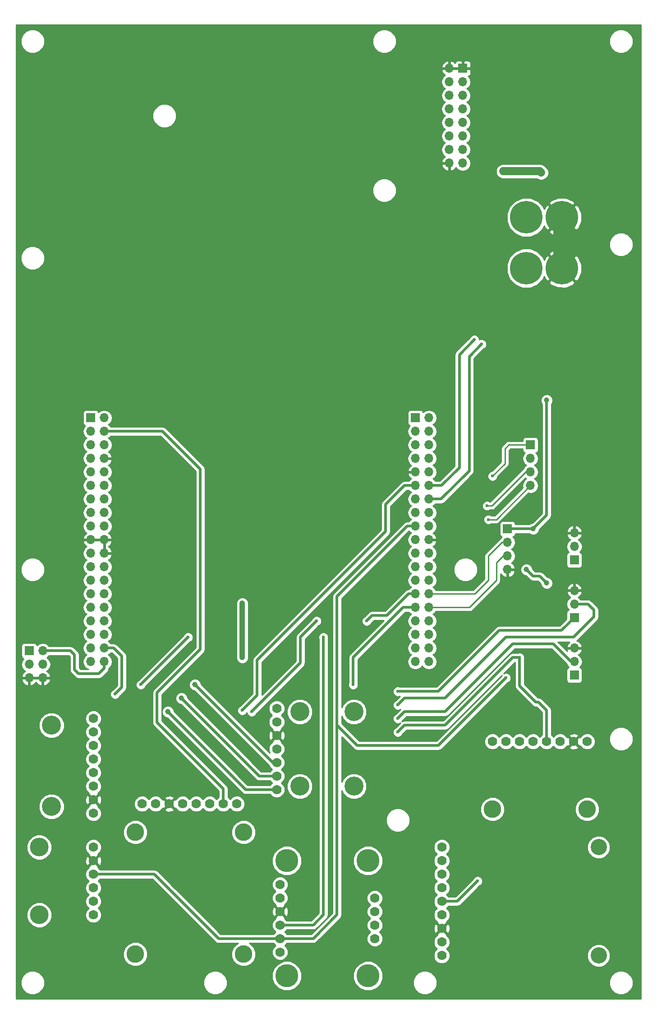
<source format=gbl>
G04 #@! TF.FileFunction,Copper,L2,Bot,Signal*
%FSLAX46Y46*%
G04 Gerber Fmt 4.6, Leading zero omitted, Abs format (unit mm)*
G04 Created by KiCad (PCBNEW 4.0.7) date 01/21/18 23:10:00*
%MOMM*%
%LPD*%
G01*
G04 APERTURE LIST*
%ADD10C,0.100000*%
%ADD11R,1.700000X1.700000*%
%ADD12O,1.700000X1.700000*%
%ADD13C,1.778000*%
%ADD14C,3.556000*%
%ADD15C,4.318000*%
%ADD16C,3.048000*%
%ADD17C,6.100000*%
%ADD18C,3.500000*%
%ADD19C,3.302000*%
%ADD20C,1.500000*%
%ADD21C,1.000000*%
%ADD22C,0.600000*%
%ADD23C,4.000000*%
%ADD24C,0.500000*%
%ADD25C,1.000000*%
%ADD26C,1.500000*%
%ADD27C,0.250000*%
%ADD28C,0.254000*%
G04 APERTURE END LIST*
D10*
D11*
X146812000Y-59690000D03*
D12*
X144272000Y-59690000D03*
X146812000Y-62230000D03*
X144272000Y-62230000D03*
X146812000Y-64770000D03*
X144272000Y-64770000D03*
X146812000Y-67310000D03*
X144272000Y-67310000D03*
X146812000Y-69850000D03*
X144272000Y-69850000D03*
X146812000Y-72390000D03*
X144272000Y-72390000D03*
X146812000Y-74930000D03*
X144272000Y-74930000D03*
X146812000Y-77470000D03*
X144272000Y-77470000D03*
D11*
X167767000Y-173482000D03*
D12*
X167767000Y-170942000D03*
X167767000Y-168402000D03*
D11*
X159512000Y-130302000D03*
D12*
X159512000Y-132842000D03*
X159512000Y-135382000D03*
X159512000Y-137922000D03*
D11*
X167767000Y-162687000D03*
D12*
X167767000Y-160147000D03*
X167767000Y-157607000D03*
D11*
X167767000Y-151892000D03*
D12*
X167767000Y-149352000D03*
X167767000Y-146812000D03*
D11*
X137922000Y-125222000D03*
D12*
X140462000Y-125222000D03*
X137922000Y-127762000D03*
X140462000Y-127762000D03*
X137922000Y-130302000D03*
X140462000Y-130302000D03*
X137922000Y-132842000D03*
X140462000Y-132842000D03*
X137922000Y-135382000D03*
X140462000Y-135382000D03*
X137922000Y-137922000D03*
X140462000Y-137922000D03*
X137922000Y-140462000D03*
X140462000Y-140462000D03*
X137922000Y-143002000D03*
X140462000Y-143002000D03*
X137922000Y-145542000D03*
X140462000Y-145542000D03*
X137922000Y-148082000D03*
X140462000Y-148082000D03*
X137922000Y-150622000D03*
X140462000Y-150622000D03*
X137922000Y-153162000D03*
X140462000Y-153162000D03*
X137922000Y-155702000D03*
X140462000Y-155702000D03*
X137922000Y-158242000D03*
X140462000Y-158242000D03*
X137922000Y-160782000D03*
X140462000Y-160782000D03*
X137922000Y-163322000D03*
X140462000Y-163322000D03*
X137922000Y-165862000D03*
X140462000Y-165862000D03*
X137922000Y-168402000D03*
X140462000Y-168402000D03*
X137922000Y-170942000D03*
X140462000Y-170942000D03*
D11*
X76962000Y-125222000D03*
D12*
X79502000Y-125222000D03*
X76962000Y-127762000D03*
X79502000Y-127762000D03*
X76962000Y-130302000D03*
X79502000Y-130302000D03*
X76962000Y-132842000D03*
X79502000Y-132842000D03*
X76962000Y-135382000D03*
X79502000Y-135382000D03*
X76962000Y-137922000D03*
X79502000Y-137922000D03*
X76962000Y-140462000D03*
X79502000Y-140462000D03*
X76962000Y-143002000D03*
X79502000Y-143002000D03*
X76962000Y-145542000D03*
X79502000Y-145542000D03*
X76962000Y-148082000D03*
X79502000Y-148082000D03*
X76962000Y-150622000D03*
X79502000Y-150622000D03*
X76962000Y-153162000D03*
X79502000Y-153162000D03*
X76962000Y-155702000D03*
X79502000Y-155702000D03*
X76962000Y-158242000D03*
X79502000Y-158242000D03*
X76962000Y-160782000D03*
X79502000Y-160782000D03*
X76962000Y-163322000D03*
X79502000Y-163322000D03*
X76962000Y-165862000D03*
X79502000Y-165862000D03*
X76962000Y-168402000D03*
X79502000Y-168402000D03*
X76962000Y-170942000D03*
X79502000Y-170942000D03*
D13*
X77470000Y-199390000D03*
X77470000Y-196850000D03*
X77470000Y-194310000D03*
X77470000Y-191770000D03*
X77470000Y-189230000D03*
X77470000Y-186690000D03*
X77470000Y-184150000D03*
X77470000Y-181610000D03*
D14*
X69596000Y-182880000D03*
X69596000Y-198120000D03*
D13*
X111887000Y-179705000D03*
X111887000Y-182245000D03*
X111887000Y-184785000D03*
X111887000Y-187325000D03*
X111887000Y-189865000D03*
X111887000Y-192405000D03*
X111887000Y-194945000D03*
D14*
X126365000Y-180340000D03*
X126365000Y-194310000D03*
X116205000Y-180340000D03*
X116205000Y-194310000D03*
D13*
X112522000Y-212725000D03*
X112522000Y-215265000D03*
X112522000Y-217805000D03*
X112522000Y-220345000D03*
X112522000Y-222885000D03*
X112522000Y-225425000D03*
X130302000Y-215265000D03*
X130302000Y-217805000D03*
X130302000Y-220345000D03*
X130302000Y-222885000D03*
D15*
X113792000Y-208280000D03*
X113792000Y-229870000D03*
X129032000Y-229870000D03*
X129032000Y-208280000D03*
D13*
X142875000Y-205740000D03*
X142875000Y-208280000D03*
X142875000Y-210820000D03*
X142875000Y-213360000D03*
X142875000Y-215900000D03*
X142875000Y-218440000D03*
X142875000Y-220980000D03*
X142875000Y-223520000D03*
X142875000Y-226060000D03*
D16*
X172339000Y-205740000D03*
X172339000Y-226060000D03*
D17*
X158750000Y-97155000D03*
X165450000Y-97155000D03*
X158750000Y-87630000D03*
X165450000Y-87630000D03*
D13*
X77470000Y-218440000D03*
X77470000Y-215900000D03*
X77470000Y-213360000D03*
X77470000Y-210820000D03*
X77470000Y-208280000D03*
X77470000Y-205740000D03*
D18*
X67320000Y-218440000D03*
X67310000Y-205740000D03*
D11*
X65405000Y-168910000D03*
D12*
X67945000Y-168910000D03*
X65405000Y-171450000D03*
X67945000Y-171450000D03*
X65405000Y-173990000D03*
X67945000Y-173990000D03*
D11*
X155194000Y-146050000D03*
D12*
X155194000Y-148590000D03*
X155194000Y-151130000D03*
X155194000Y-153670000D03*
D13*
X104394000Y-197612000D03*
X101854000Y-197612000D03*
X99314000Y-197612000D03*
X96774000Y-197612000D03*
X94234000Y-197612000D03*
X91694000Y-197612000D03*
X89154000Y-197612000D03*
X86614000Y-197612000D03*
D19*
X85344000Y-225806000D03*
X105664000Y-225806000D03*
X105664000Y-202946000D03*
X85344000Y-202946000D03*
D13*
X170180000Y-185928000D03*
X167640000Y-185928000D03*
X165100000Y-185928000D03*
X162560000Y-185928000D03*
X160020000Y-185928000D03*
X157480000Y-185928000D03*
X154940000Y-185928000D03*
X152400000Y-185928000D03*
D19*
X152400000Y-198628000D03*
X170180000Y-198628000D03*
D20*
X171958000Y-134620000D03*
D21*
X158115000Y-117475000D03*
D20*
X169545000Y-106045000D03*
X165735000Y-69215000D03*
D21*
X105410000Y-160020000D03*
X105410000Y-170180000D03*
X162560000Y-121920000D03*
X160020000Y-146050000D03*
X158750000Y-153670000D03*
X162560000Y-156210000D03*
D20*
X154432000Y-78994000D03*
X161544000Y-79248000D03*
D22*
X105410000Y-180086000D03*
X148996400Y-110566200D03*
X151366220Y-141721840D03*
X150368000Y-111404400D03*
X151635460Y-144282160D03*
X154940000Y-173990000D03*
X134620000Y-181610000D03*
X128778000Y-163322000D03*
X119380000Y-163322000D03*
X107188000Y-180340000D03*
X126238000Y-175260000D03*
X152400000Y-136144000D03*
X149606000Y-212090000D03*
X120650000Y-166370000D03*
X157480000Y-170180000D03*
X134620000Y-184150000D03*
X95250000Y-166370000D03*
X86360000Y-175260000D03*
D21*
X96520000Y-175260000D03*
X93980000Y-177800000D03*
X91440000Y-180340000D03*
D22*
X134620000Y-176530000D03*
X134620000Y-179070000D03*
X81534000Y-177038000D03*
D23*
X165750000Y-97155000D02*
X165750000Y-87630000D01*
D24*
X155194000Y-146050000D02*
X160020000Y-146050000D01*
D25*
X105410000Y-170180000D02*
X105410000Y-160020000D01*
D24*
X162560000Y-143510000D02*
X162560000Y-121920000D01*
X160020000Y-146050000D02*
X162560000Y-143510000D01*
X160020000Y-154940000D02*
X158750000Y-153670000D01*
X161290000Y-154940000D02*
X160020000Y-154940000D01*
X162560000Y-156210000D02*
X161290000Y-154940000D01*
D26*
X161290000Y-78994000D02*
X154432000Y-78994000D01*
X161544000Y-79248000D02*
X161290000Y-78994000D01*
D24*
X135890000Y-137922000D02*
X137922000Y-137922000D01*
X132334000Y-141478000D02*
X135890000Y-137922000D01*
X132334000Y-146558000D02*
X132334000Y-141478000D01*
X108204000Y-170688000D02*
X132334000Y-146558000D01*
X108204000Y-177292000D02*
X108204000Y-170688000D01*
X105410000Y-180086000D02*
X108204000Y-177292000D01*
X142824200Y-137922000D02*
X140462000Y-137922000D01*
X146177000Y-134569200D02*
X142824200Y-137922000D01*
X146177000Y-113385600D02*
X146177000Y-134569200D01*
X148996400Y-110566200D02*
X146177000Y-113385600D01*
D27*
X151366220Y-141721840D02*
X152283160Y-141721840D01*
X158623000Y-135382000D02*
X159512000Y-135382000D01*
X152283160Y-141721840D02*
X158623000Y-135382000D01*
D24*
X140462000Y-140462000D02*
X142760700Y-140462000D01*
X148043900Y-113728500D02*
X150368000Y-111404400D01*
X148043900Y-135178800D02*
X148043900Y-113728500D01*
X142760700Y-140462000D02*
X148043900Y-135178800D01*
D27*
X151635460Y-144282160D02*
X153151840Y-144282160D01*
X153151840Y-144282160D02*
X159512000Y-137922000D01*
D24*
X112522000Y-222885000D02*
X100965000Y-222885000D01*
X88900000Y-210820000D02*
X77470000Y-210820000D01*
X100965000Y-222885000D02*
X88900000Y-210820000D01*
X112522000Y-222885000D02*
X118745000Y-222885000D01*
X123190000Y-218440000D02*
X123190000Y-182880000D01*
X118745000Y-222885000D02*
X123190000Y-218440000D01*
X137922000Y-145542000D02*
X136398000Y-145542000D01*
X142240000Y-186690000D02*
X154940000Y-173990000D01*
X127000000Y-186690000D02*
X142240000Y-186690000D01*
X123190000Y-182880000D02*
X127000000Y-186690000D01*
X123190000Y-158750000D02*
X123190000Y-182880000D01*
X136398000Y-145542000D02*
X123190000Y-158750000D01*
X134620000Y-181610000D02*
X135890000Y-180340000D01*
X135890000Y-180340000D02*
X143510000Y-180340000D01*
X143510000Y-180340000D02*
X156210000Y-167640000D01*
X156210000Y-167640000D02*
X163830000Y-167640000D01*
X163830000Y-167640000D02*
X167132000Y-170942000D01*
X167132000Y-170942000D02*
X167767000Y-170942000D01*
X136652000Y-158242000D02*
X137922000Y-158242000D01*
X132588000Y-162306000D02*
X136652000Y-158242000D01*
X129794000Y-162306000D02*
X132588000Y-162306000D01*
X128778000Y-163322000D02*
X129794000Y-162306000D01*
X116332000Y-166370000D02*
X119380000Y-163322000D01*
X116332000Y-171196000D02*
X116332000Y-166370000D01*
X107188000Y-180340000D02*
X116332000Y-171196000D01*
D27*
X155194000Y-148590000D02*
X154178000Y-148590000D01*
X149098000Y-158242000D02*
X140462000Y-158242000D01*
X151638000Y-155702000D02*
X149098000Y-158242000D01*
X151638000Y-151130000D02*
X151638000Y-155702000D01*
X154178000Y-148590000D02*
X151638000Y-151130000D01*
D24*
X137922000Y-160782000D02*
X135636000Y-160782000D01*
X126238000Y-170180000D02*
X126238000Y-175260000D01*
X135636000Y-160782000D02*
X126238000Y-170180000D01*
D27*
X155194000Y-151130000D02*
X154432000Y-151130000D01*
X154432000Y-151130000D02*
X153162000Y-152400000D01*
X153162000Y-152400000D02*
X153162000Y-155702000D01*
X153162000Y-155702000D02*
X148082000Y-160782000D01*
X148082000Y-160782000D02*
X140462000Y-160782000D01*
X154736800Y-132397922D02*
X154736800Y-131013200D01*
X152400000Y-136144000D02*
X154736800Y-133807200D01*
X154736800Y-133807200D02*
X154736800Y-132397922D01*
X155448000Y-130302000D02*
X159512000Y-130302000D01*
X154736800Y-131013200D02*
X155448000Y-130302000D01*
D24*
X145796000Y-215900000D02*
X142875000Y-215900000D01*
X149606000Y-212090000D02*
X145796000Y-215900000D01*
X157480000Y-175514000D02*
X160528000Y-178562000D01*
X157480000Y-170180000D02*
X157480000Y-175514000D01*
X162560000Y-180086000D02*
X162560000Y-185928000D01*
X161036000Y-178562000D02*
X162560000Y-180086000D01*
X160528000Y-178562000D02*
X161036000Y-178562000D01*
X112522000Y-220345000D02*
X118745000Y-220345000D01*
X120650000Y-218440000D02*
X120650000Y-166370000D01*
X118745000Y-220345000D02*
X120650000Y-218440000D01*
X156210000Y-170180000D02*
X157480000Y-170180000D01*
X143510000Y-182880000D02*
X156210000Y-170180000D01*
X135890000Y-182880000D02*
X143510000Y-182880000D01*
X134620000Y-184150000D02*
X135890000Y-182880000D01*
X86360000Y-175260000D02*
X95250000Y-166370000D01*
X96520000Y-175260000D02*
X111125000Y-189865000D01*
X111125000Y-189865000D02*
X111887000Y-189865000D01*
X108585000Y-192405000D02*
X111887000Y-192405000D01*
X93980000Y-177800000D02*
X108585000Y-192405000D01*
X106045000Y-194945000D02*
X111887000Y-194945000D01*
X91440000Y-180340000D02*
X106045000Y-194945000D01*
X101854000Y-197612000D02*
X101854000Y-194818000D01*
X90424000Y-127762000D02*
X79502000Y-127762000D01*
X97536000Y-134874000D02*
X90424000Y-127762000D01*
X97536000Y-168656000D02*
X97536000Y-134874000D01*
X89408000Y-176784000D02*
X97536000Y-168656000D01*
X89408000Y-182372000D02*
X89408000Y-176784000D01*
X101854000Y-194818000D02*
X89408000Y-182372000D01*
X134620000Y-176530000D02*
X142240000Y-176530000D01*
X142240000Y-176530000D02*
X153670000Y-165100000D01*
X153670000Y-165100000D02*
X165354000Y-165100000D01*
X165354000Y-165100000D02*
X167767000Y-162687000D01*
X170307000Y-160147000D02*
X167767000Y-160147000D01*
X171450000Y-161290000D02*
X170307000Y-160147000D01*
X171450000Y-162560000D02*
X171450000Y-161290000D01*
X167640000Y-166370000D02*
X171450000Y-162560000D01*
X154940000Y-166370000D02*
X167640000Y-166370000D01*
X143510000Y-177800000D02*
X154940000Y-166370000D01*
X135890000Y-177800000D02*
X143510000Y-177800000D01*
X134620000Y-179070000D02*
X135890000Y-177800000D01*
X81280000Y-168402000D02*
X79502000Y-168402000D01*
X82804000Y-169926000D02*
X81280000Y-168402000D01*
X82804000Y-175768000D02*
X82804000Y-169926000D01*
X81534000Y-177038000D02*
X82804000Y-175768000D01*
X67945000Y-168910000D02*
X73152000Y-168910000D01*
X79502000Y-172212000D02*
X79502000Y-170942000D01*
X78486000Y-173228000D02*
X79502000Y-172212000D01*
X74676000Y-173228000D02*
X78486000Y-173228000D01*
X73914000Y-172466000D02*
X74676000Y-173228000D01*
X73914000Y-169672000D02*
X73914000Y-172466000D01*
X73152000Y-168910000D02*
X73914000Y-169672000D01*
D28*
G36*
X180213000Y-234188000D02*
X62992000Y-234188000D01*
X62992000Y-231582619D01*
X63804613Y-231582619D01*
X64144155Y-232404372D01*
X64772321Y-233033636D01*
X65593481Y-233374611D01*
X66482619Y-233375387D01*
X67304372Y-233035845D01*
X67933636Y-232407679D01*
X68274611Y-231586519D01*
X68274614Y-231582619D01*
X98094613Y-231582619D01*
X98434155Y-232404372D01*
X99062321Y-233033636D01*
X99883481Y-233374611D01*
X100772619Y-233375387D01*
X101594372Y-233035845D01*
X102223636Y-232407679D01*
X102564611Y-231586519D01*
X102565387Y-230697381D01*
X102452149Y-230423323D01*
X110997516Y-230423323D01*
X111421981Y-231450606D01*
X112207260Y-232237257D01*
X113233801Y-232663514D01*
X114345323Y-232664484D01*
X115372606Y-232240019D01*
X116159257Y-231454740D01*
X116585514Y-230428199D01*
X116585518Y-230423323D01*
X126237516Y-230423323D01*
X126661981Y-231450606D01*
X127447260Y-232237257D01*
X128473801Y-232663514D01*
X129585323Y-232664484D01*
X130612606Y-232240019D01*
X131271154Y-231582619D01*
X137464613Y-231582619D01*
X137804155Y-232404372D01*
X138432321Y-233033636D01*
X139253481Y-233374611D01*
X140142619Y-233375387D01*
X140964372Y-233035845D01*
X141593636Y-232407679D01*
X141934611Y-231586519D01*
X141934614Y-231582619D01*
X174294613Y-231582619D01*
X174634155Y-232404372D01*
X175262321Y-233033636D01*
X176083481Y-233374611D01*
X176972619Y-233375387D01*
X177794372Y-233035845D01*
X178423636Y-232407679D01*
X178764611Y-231586519D01*
X178765387Y-230697381D01*
X178425845Y-229875628D01*
X177797679Y-229246364D01*
X176976519Y-228905389D01*
X176087381Y-228904613D01*
X175265628Y-229244155D01*
X174636364Y-229872321D01*
X174295389Y-230693481D01*
X174294613Y-231582619D01*
X141934614Y-231582619D01*
X141935387Y-230697381D01*
X141595845Y-229875628D01*
X140967679Y-229246364D01*
X140146519Y-228905389D01*
X139257381Y-228904613D01*
X138435628Y-229244155D01*
X137806364Y-229872321D01*
X137465389Y-230693481D01*
X137464613Y-231582619D01*
X131271154Y-231582619D01*
X131399257Y-231454740D01*
X131825514Y-230428199D01*
X131826484Y-229316677D01*
X131402019Y-228289394D01*
X130616740Y-227502743D01*
X129590199Y-227076486D01*
X128478677Y-227075516D01*
X127451394Y-227499981D01*
X126664743Y-228285260D01*
X126238486Y-229311801D01*
X126237516Y-230423323D01*
X116585518Y-230423323D01*
X116586484Y-229316677D01*
X116162019Y-228289394D01*
X115376740Y-227502743D01*
X114350199Y-227076486D01*
X113238677Y-227075516D01*
X112211394Y-227499981D01*
X111424743Y-228285260D01*
X110998486Y-229311801D01*
X110997516Y-230423323D01*
X102452149Y-230423323D01*
X102225845Y-229875628D01*
X101597679Y-229246364D01*
X100776519Y-228905389D01*
X99887381Y-228904613D01*
X99065628Y-229244155D01*
X98436364Y-229872321D01*
X98095389Y-230693481D01*
X98094613Y-231582619D01*
X68274614Y-231582619D01*
X68275387Y-230697381D01*
X67935845Y-229875628D01*
X67307679Y-229246364D01*
X66486519Y-228905389D01*
X65597381Y-228904613D01*
X64775628Y-229244155D01*
X64146364Y-229872321D01*
X63805389Y-230693481D01*
X63804613Y-231582619D01*
X62992000Y-231582619D01*
X62992000Y-226258719D01*
X83057604Y-226258719D01*
X83404894Y-227099223D01*
X84047395Y-227742846D01*
X84887292Y-228091602D01*
X85796719Y-228092396D01*
X86637223Y-227745106D01*
X87280846Y-227102605D01*
X87629602Y-226262708D01*
X87630396Y-225353281D01*
X87283106Y-224512777D01*
X86640605Y-223869154D01*
X85800708Y-223520398D01*
X84891281Y-223519604D01*
X84050777Y-223866894D01*
X83407154Y-224509395D01*
X83058398Y-225349292D01*
X83057604Y-226258719D01*
X62992000Y-226258719D01*
X62992000Y-218912325D01*
X64934587Y-218912325D01*
X65296916Y-219789229D01*
X65967242Y-220460726D01*
X66843513Y-220824585D01*
X67792325Y-220825413D01*
X68669229Y-220463084D01*
X69340726Y-219792758D01*
X69704585Y-218916487D01*
X69705413Y-217967675D01*
X69343084Y-217090771D01*
X68672758Y-216419274D01*
X67796487Y-216055415D01*
X66847675Y-216054587D01*
X65970771Y-216416916D01*
X65299274Y-217087242D01*
X64935415Y-217963513D01*
X64934587Y-218912325D01*
X62992000Y-218912325D01*
X62992000Y-211121812D01*
X75945736Y-211121812D01*
X76177262Y-211682149D01*
X76584737Y-212090336D01*
X76178769Y-212495596D01*
X75946265Y-213055528D01*
X75945736Y-213661812D01*
X76177262Y-214222149D01*
X76584737Y-214630336D01*
X76178769Y-215035596D01*
X75946265Y-215595528D01*
X75945736Y-216201812D01*
X76177262Y-216762149D01*
X76584737Y-217170336D01*
X76178769Y-217575596D01*
X75946265Y-218135528D01*
X75945736Y-218741812D01*
X76177262Y-219302149D01*
X76605596Y-219731231D01*
X77165528Y-219963735D01*
X77771812Y-219964264D01*
X78332149Y-219732738D01*
X78761231Y-219304404D01*
X78993735Y-218744472D01*
X78994264Y-218138188D01*
X78762738Y-217577851D01*
X78355263Y-217169664D01*
X78761231Y-216764404D01*
X78993735Y-216204472D01*
X78994264Y-215598188D01*
X78762738Y-215037851D01*
X78355263Y-214629664D01*
X78761231Y-214224404D01*
X78993735Y-213664472D01*
X78994264Y-213058188D01*
X78762738Y-212497851D01*
X78355263Y-212089664D01*
X78740599Y-211705000D01*
X88533420Y-211705000D01*
X100339208Y-223510787D01*
X100339210Y-223510790D01*
X100626325Y-223702633D01*
X100682516Y-223713810D01*
X100965000Y-223770001D01*
X100965005Y-223770000D01*
X104605278Y-223770000D01*
X104370777Y-223866894D01*
X103727154Y-224509395D01*
X103378398Y-225349292D01*
X103377604Y-226258719D01*
X103724894Y-227099223D01*
X104367395Y-227742846D01*
X105207292Y-228091602D01*
X106116719Y-228092396D01*
X106957223Y-227745106D01*
X107600846Y-227102605D01*
X107949602Y-226262708D01*
X107950396Y-225353281D01*
X107603106Y-224512777D01*
X106960605Y-223869154D01*
X106721816Y-223770000D01*
X111252073Y-223770000D01*
X111636737Y-224155336D01*
X111230769Y-224560596D01*
X110998265Y-225120528D01*
X110997736Y-225726812D01*
X111229262Y-226287149D01*
X111657596Y-226716231D01*
X112217528Y-226948735D01*
X112823812Y-226949264D01*
X113384149Y-226717738D01*
X113813231Y-226289404D01*
X114045735Y-225729472D01*
X114046264Y-225123188D01*
X113814738Y-224562851D01*
X113407263Y-224154664D01*
X113792599Y-223770000D01*
X118744995Y-223770000D01*
X118745000Y-223770001D01*
X119027484Y-223713810D01*
X119083675Y-223702633D01*
X119370790Y-223510790D01*
X123815787Y-219065792D01*
X123815790Y-219065790D01*
X124007633Y-218778675D01*
X124007633Y-218778674D01*
X124075001Y-218440000D01*
X124075000Y-218439995D01*
X124075000Y-215566812D01*
X128777736Y-215566812D01*
X129009262Y-216127149D01*
X129416737Y-216535336D01*
X129010769Y-216940596D01*
X128778265Y-217500528D01*
X128777736Y-218106812D01*
X129009262Y-218667149D01*
X129416737Y-219075336D01*
X129010769Y-219480596D01*
X128778265Y-220040528D01*
X128777736Y-220646812D01*
X129009262Y-221207149D01*
X129416737Y-221615336D01*
X129010769Y-222020596D01*
X128778265Y-222580528D01*
X128777736Y-223186812D01*
X129009262Y-223747149D01*
X129437596Y-224176231D01*
X129997528Y-224408735D01*
X130603812Y-224409264D01*
X131164149Y-224177738D01*
X131520696Y-223821812D01*
X141350736Y-223821812D01*
X141582262Y-224382149D01*
X141989737Y-224790336D01*
X141583769Y-225195596D01*
X141351265Y-225755528D01*
X141350736Y-226361812D01*
X141582262Y-226922149D01*
X142010596Y-227351231D01*
X142570528Y-227583735D01*
X143176812Y-227584264D01*
X143737149Y-227352738D01*
X144166231Y-226924404D01*
X144347621Y-226487567D01*
X170179626Y-226487567D01*
X170507622Y-227281377D01*
X171114428Y-227889244D01*
X171907664Y-228218624D01*
X172766567Y-228219374D01*
X173560377Y-227891378D01*
X174168244Y-227284572D01*
X174497624Y-226491336D01*
X174498374Y-225632433D01*
X174170378Y-224838623D01*
X173563572Y-224230756D01*
X172770336Y-223901376D01*
X171911433Y-223900626D01*
X171117623Y-224228622D01*
X170509756Y-224835428D01*
X170180376Y-225628664D01*
X170179626Y-226487567D01*
X144347621Y-226487567D01*
X144398735Y-226364472D01*
X144399264Y-225758188D01*
X144167738Y-225197851D01*
X143760263Y-224789664D01*
X144166231Y-224384404D01*
X144398735Y-223824472D01*
X144399264Y-223218188D01*
X144167738Y-222657851D01*
X143739404Y-222228769D01*
X143712494Y-222217595D01*
X143767591Y-222052196D01*
X142875000Y-221159605D01*
X141982409Y-222052196D01*
X142037353Y-222217138D01*
X142012851Y-222227262D01*
X141583769Y-222655596D01*
X141351265Y-223215528D01*
X141350736Y-223821812D01*
X131520696Y-223821812D01*
X131593231Y-223749404D01*
X131825735Y-223189472D01*
X131826264Y-222583188D01*
X131594738Y-222022851D01*
X131187263Y-221614664D01*
X131593231Y-221209404D01*
X131787328Y-220741965D01*
X141339484Y-220741965D01*
X141365277Y-221347700D01*
X141547461Y-221787533D01*
X141802804Y-221872591D01*
X142695395Y-220980000D01*
X143054605Y-220980000D01*
X143947196Y-221872591D01*
X144202539Y-221787533D01*
X144410516Y-221218035D01*
X144384723Y-220612300D01*
X144202539Y-220172467D01*
X143947196Y-220087409D01*
X143054605Y-220980000D01*
X142695395Y-220980000D01*
X141802804Y-220087409D01*
X141547461Y-220172467D01*
X141339484Y-220741965D01*
X131787328Y-220741965D01*
X131825735Y-220649472D01*
X131826264Y-220043188D01*
X131594738Y-219482851D01*
X131187263Y-219074664D01*
X131593231Y-218669404D01*
X131825735Y-218109472D01*
X131826264Y-217503188D01*
X131594738Y-216942851D01*
X131187263Y-216534664D01*
X131593231Y-216129404D01*
X131825735Y-215569472D01*
X131826264Y-214963188D01*
X131594738Y-214402851D01*
X131166404Y-213973769D01*
X130606472Y-213741265D01*
X130000188Y-213740736D01*
X129439851Y-213972262D01*
X129010769Y-214400596D01*
X128778265Y-214960528D01*
X128777736Y-215566812D01*
X124075000Y-215566812D01*
X124075000Y-208833323D01*
X126237516Y-208833323D01*
X126661981Y-209860606D01*
X127447260Y-210647257D01*
X128473801Y-211073514D01*
X129585323Y-211074484D01*
X130612606Y-210650019D01*
X131399257Y-209864740D01*
X131825514Y-208838199D01*
X131826484Y-207726677D01*
X131402019Y-206699394D01*
X130745584Y-206041812D01*
X141350736Y-206041812D01*
X141582262Y-206602149D01*
X141989737Y-207010336D01*
X141583769Y-207415596D01*
X141351265Y-207975528D01*
X141350736Y-208581812D01*
X141582262Y-209142149D01*
X141989737Y-209550336D01*
X141583769Y-209955596D01*
X141351265Y-210515528D01*
X141350736Y-211121812D01*
X141582262Y-211682149D01*
X141989737Y-212090336D01*
X141583769Y-212495596D01*
X141351265Y-213055528D01*
X141350736Y-213661812D01*
X141582262Y-214222149D01*
X141989737Y-214630336D01*
X141583769Y-215035596D01*
X141351265Y-215595528D01*
X141350736Y-216201812D01*
X141582262Y-216762149D01*
X141989737Y-217170336D01*
X141583769Y-217575596D01*
X141351265Y-218135528D01*
X141350736Y-218741812D01*
X141582262Y-219302149D01*
X142010596Y-219731231D01*
X142037506Y-219742405D01*
X141982409Y-219907804D01*
X142875000Y-220800395D01*
X143767591Y-219907804D01*
X143712647Y-219742862D01*
X143737149Y-219732738D01*
X144166231Y-219304404D01*
X144398735Y-218744472D01*
X144399264Y-218138188D01*
X144167738Y-217577851D01*
X143760263Y-217169664D01*
X144145599Y-216785000D01*
X145795995Y-216785000D01*
X145796000Y-216785001D01*
X146078484Y-216728810D01*
X146134675Y-216717633D01*
X146421790Y-216525790D01*
X150014834Y-212932745D01*
X150134943Y-212883117D01*
X150398192Y-212620327D01*
X150540838Y-212276799D01*
X150541162Y-211904833D01*
X150399117Y-211561057D01*
X150136327Y-211297808D01*
X149792799Y-211155162D01*
X149420833Y-211154838D01*
X149077057Y-211296883D01*
X148813808Y-211559673D01*
X148763434Y-211680987D01*
X145429420Y-215015000D01*
X144144927Y-215015000D01*
X143760263Y-214629664D01*
X144166231Y-214224404D01*
X144398735Y-213664472D01*
X144399264Y-213058188D01*
X144167738Y-212497851D01*
X143760263Y-212089664D01*
X144166231Y-211684404D01*
X144398735Y-211124472D01*
X144399264Y-210518188D01*
X144167738Y-209957851D01*
X143760263Y-209549664D01*
X144166231Y-209144404D01*
X144398735Y-208584472D01*
X144399264Y-207978188D01*
X144167738Y-207417851D01*
X143760263Y-207009664D01*
X144166231Y-206604404D01*
X144347621Y-206167567D01*
X170179626Y-206167567D01*
X170507622Y-206961377D01*
X171114428Y-207569244D01*
X171907664Y-207898624D01*
X172766567Y-207899374D01*
X173560377Y-207571378D01*
X174168244Y-206964572D01*
X174497624Y-206171336D01*
X174498374Y-205312433D01*
X174170378Y-204518623D01*
X173563572Y-203910756D01*
X172770336Y-203581376D01*
X171911433Y-203580626D01*
X171117623Y-203908622D01*
X170509756Y-204515428D01*
X170180376Y-205308664D01*
X170179626Y-206167567D01*
X144347621Y-206167567D01*
X144398735Y-206044472D01*
X144399264Y-205438188D01*
X144167738Y-204877851D01*
X143739404Y-204448769D01*
X143179472Y-204216265D01*
X142573188Y-204215736D01*
X142012851Y-204447262D01*
X141583769Y-204875596D01*
X141351265Y-205435528D01*
X141350736Y-206041812D01*
X130745584Y-206041812D01*
X130616740Y-205912743D01*
X129590199Y-205486486D01*
X128478677Y-205485516D01*
X127451394Y-205909981D01*
X126664743Y-206695260D01*
X126238486Y-207721801D01*
X126237516Y-208833323D01*
X124075000Y-208833323D01*
X124075000Y-201102619D01*
X132384613Y-201102619D01*
X132724155Y-201924372D01*
X133352321Y-202553636D01*
X134173481Y-202894611D01*
X135062619Y-202895387D01*
X135884372Y-202555845D01*
X136513636Y-201927679D01*
X136854611Y-201106519D01*
X136855387Y-200217381D01*
X136515845Y-199395628D01*
X136201486Y-199080719D01*
X150113604Y-199080719D01*
X150460894Y-199921223D01*
X151103395Y-200564846D01*
X151943292Y-200913602D01*
X152852719Y-200914396D01*
X153693223Y-200567106D01*
X154336846Y-199924605D01*
X154685602Y-199084708D01*
X154685605Y-199080719D01*
X167893604Y-199080719D01*
X168240894Y-199921223D01*
X168883395Y-200564846D01*
X169723292Y-200913602D01*
X170632719Y-200914396D01*
X171473223Y-200567106D01*
X172116846Y-199924605D01*
X172465602Y-199084708D01*
X172466396Y-198175281D01*
X172119106Y-197334777D01*
X171476605Y-196691154D01*
X170636708Y-196342398D01*
X169727281Y-196341604D01*
X168886777Y-196688894D01*
X168243154Y-197331395D01*
X167894398Y-198171292D01*
X167893604Y-199080719D01*
X154685605Y-199080719D01*
X154686396Y-198175281D01*
X154339106Y-197334777D01*
X153696605Y-196691154D01*
X152856708Y-196342398D01*
X151947281Y-196341604D01*
X151106777Y-196688894D01*
X150463154Y-197331395D01*
X150114398Y-198171292D01*
X150113604Y-199080719D01*
X136201486Y-199080719D01*
X135887679Y-198766364D01*
X135066519Y-198425389D01*
X134177381Y-198424613D01*
X133355628Y-198764155D01*
X132726364Y-199392321D01*
X132385389Y-200213481D01*
X132384613Y-201102619D01*
X124075000Y-201102619D01*
X124075000Y-195086562D01*
X124318166Y-195675069D01*
X124996361Y-196354449D01*
X125882919Y-196722580D01*
X126842870Y-196723417D01*
X127730069Y-196356834D01*
X128409449Y-195678639D01*
X128777580Y-194792081D01*
X128778417Y-193832130D01*
X128411834Y-192944931D01*
X127733639Y-192265551D01*
X126847081Y-191897420D01*
X125887130Y-191896583D01*
X124999931Y-192263166D01*
X124320551Y-192941361D01*
X124075000Y-193532714D01*
X124075000Y-185016580D01*
X126374208Y-187315787D01*
X126374210Y-187315790D01*
X126661325Y-187507633D01*
X126717516Y-187518810D01*
X127000000Y-187575001D01*
X127000005Y-187575000D01*
X142239995Y-187575000D01*
X142240000Y-187575001D01*
X142522484Y-187518810D01*
X142578675Y-187507633D01*
X142865790Y-187315790D01*
X155348834Y-174832745D01*
X155468943Y-174783117D01*
X155732192Y-174520327D01*
X155874838Y-174176799D01*
X155875162Y-173804833D01*
X155733117Y-173461057D01*
X155470327Y-173197808D01*
X155126799Y-173055162D01*
X154754833Y-173054838D01*
X154468383Y-173173197D01*
X156576579Y-171065000D01*
X156595000Y-171065000D01*
X156595000Y-175513995D01*
X156594999Y-175514000D01*
X156634458Y-175712367D01*
X156662367Y-175852675D01*
X156761512Y-176001057D01*
X156854210Y-176139790D01*
X159902208Y-179187787D01*
X159902210Y-179187790D01*
X160189325Y-179379633D01*
X160245516Y-179390810D01*
X160528000Y-179447001D01*
X160528005Y-179447000D01*
X160669420Y-179447000D01*
X161675000Y-180452579D01*
X161675000Y-184658073D01*
X161289664Y-185042737D01*
X160884404Y-184636769D01*
X160324472Y-184404265D01*
X159718188Y-184403736D01*
X159157851Y-184635262D01*
X158749664Y-185042737D01*
X158344404Y-184636769D01*
X157784472Y-184404265D01*
X157178188Y-184403736D01*
X156617851Y-184635262D01*
X156209664Y-185042737D01*
X155804404Y-184636769D01*
X155244472Y-184404265D01*
X154638188Y-184403736D01*
X154077851Y-184635262D01*
X153669664Y-185042737D01*
X153264404Y-184636769D01*
X152704472Y-184404265D01*
X152098188Y-184403736D01*
X151537851Y-184635262D01*
X151108769Y-185063596D01*
X150876265Y-185623528D01*
X150875736Y-186229812D01*
X151107262Y-186790149D01*
X151535596Y-187219231D01*
X152095528Y-187451735D01*
X152701812Y-187452264D01*
X153262149Y-187220738D01*
X153670336Y-186813263D01*
X154075596Y-187219231D01*
X154635528Y-187451735D01*
X155241812Y-187452264D01*
X155802149Y-187220738D01*
X156210336Y-186813263D01*
X156615596Y-187219231D01*
X157175528Y-187451735D01*
X157781812Y-187452264D01*
X158342149Y-187220738D01*
X158750336Y-186813263D01*
X159155596Y-187219231D01*
X159715528Y-187451735D01*
X160321812Y-187452264D01*
X160882149Y-187220738D01*
X161290336Y-186813263D01*
X161695596Y-187219231D01*
X162255528Y-187451735D01*
X162861812Y-187452264D01*
X163422149Y-187220738D01*
X163830336Y-186813263D01*
X164235596Y-187219231D01*
X164795528Y-187451735D01*
X165401812Y-187452264D01*
X165962149Y-187220738D01*
X166183076Y-187000196D01*
X166747409Y-187000196D01*
X166832467Y-187255539D01*
X167401965Y-187463516D01*
X168007700Y-187437723D01*
X168447533Y-187255539D01*
X168532591Y-187000196D01*
X167640000Y-186107605D01*
X166747409Y-187000196D01*
X166183076Y-187000196D01*
X166391231Y-186792404D01*
X166402405Y-186765494D01*
X166567804Y-186820591D01*
X167460395Y-185928000D01*
X167819605Y-185928000D01*
X168712196Y-186820591D01*
X168877138Y-186765647D01*
X168887262Y-186790149D01*
X169315596Y-187219231D01*
X169875528Y-187451735D01*
X170481812Y-187452264D01*
X171042149Y-187220738D01*
X171471231Y-186792404D01*
X171703735Y-186232472D01*
X171704057Y-185862619D01*
X174294613Y-185862619D01*
X174634155Y-186684372D01*
X175262321Y-187313636D01*
X176083481Y-187654611D01*
X176972619Y-187655387D01*
X177794372Y-187315845D01*
X178423636Y-186687679D01*
X178764611Y-185866519D01*
X178765387Y-184977381D01*
X178425845Y-184155628D01*
X177797679Y-183526364D01*
X176976519Y-183185389D01*
X176087381Y-183184613D01*
X175265628Y-183524155D01*
X174636364Y-184152321D01*
X174295389Y-184973481D01*
X174294613Y-185862619D01*
X171704057Y-185862619D01*
X171704264Y-185626188D01*
X171472738Y-185065851D01*
X171044404Y-184636769D01*
X170484472Y-184404265D01*
X169878188Y-184403736D01*
X169317851Y-184635262D01*
X168888769Y-185063596D01*
X168877595Y-185090506D01*
X168712196Y-185035409D01*
X167819605Y-185928000D01*
X167460395Y-185928000D01*
X166567804Y-185035409D01*
X166402862Y-185090353D01*
X166392738Y-185065851D01*
X166183058Y-184855804D01*
X166747409Y-184855804D01*
X167640000Y-185748395D01*
X168532591Y-184855804D01*
X168447533Y-184600461D01*
X167878035Y-184392484D01*
X167272300Y-184418277D01*
X166832467Y-184600461D01*
X166747409Y-184855804D01*
X166183058Y-184855804D01*
X165964404Y-184636769D01*
X165404472Y-184404265D01*
X164798188Y-184403736D01*
X164237851Y-184635262D01*
X163829664Y-185042737D01*
X163445000Y-184657401D01*
X163445000Y-180086000D01*
X163377633Y-179747325D01*
X163185790Y-179460210D01*
X163185787Y-179460208D01*
X161661790Y-177936210D01*
X161504506Y-177831117D01*
X161374675Y-177744367D01*
X161318484Y-177733190D01*
X161036000Y-177676999D01*
X161035995Y-177677000D01*
X160894579Y-177677000D01*
X158365000Y-175147420D01*
X158365000Y-170486822D01*
X158414838Y-170366799D01*
X158415162Y-169994833D01*
X158273117Y-169651057D01*
X158010327Y-169387808D01*
X157666799Y-169245162D01*
X157294833Y-169244838D01*
X157173431Y-169295000D01*
X156210005Y-169295000D01*
X156210000Y-169294999D01*
X155871325Y-169362367D01*
X155584210Y-169554210D01*
X155584208Y-169554213D01*
X143143420Y-181995000D01*
X135890005Y-181995000D01*
X135890000Y-181994999D01*
X135551325Y-182062367D01*
X135366733Y-182185707D01*
X135412192Y-182140327D01*
X135462566Y-182019014D01*
X136256579Y-181225000D01*
X143509995Y-181225000D01*
X143510000Y-181225001D01*
X143792484Y-181168810D01*
X143848675Y-181157633D01*
X144135790Y-180965790D01*
X156576579Y-168525000D01*
X163463420Y-168525000D01*
X166345396Y-171406975D01*
X166365946Y-171510285D01*
X166687853Y-171992054D01*
X166729452Y-172019850D01*
X166681683Y-172028838D01*
X166465559Y-172167910D01*
X166320569Y-172380110D01*
X166269560Y-172632000D01*
X166269560Y-174332000D01*
X166313838Y-174567317D01*
X166452910Y-174783441D01*
X166665110Y-174928431D01*
X166917000Y-174979440D01*
X168617000Y-174979440D01*
X168852317Y-174935162D01*
X169068441Y-174796090D01*
X169213431Y-174583890D01*
X169264440Y-174332000D01*
X169264440Y-172632000D01*
X169220162Y-172396683D01*
X169081090Y-172180559D01*
X168868890Y-172035569D01*
X168801459Y-172021914D01*
X168846147Y-171992054D01*
X169168054Y-171510285D01*
X169281093Y-170942000D01*
X169168054Y-170373715D01*
X168846147Y-169891946D01*
X168505447Y-169664298D01*
X168648358Y-169597183D01*
X169038645Y-169168924D01*
X169208476Y-168758890D01*
X169087155Y-168529000D01*
X167894000Y-168529000D01*
X167894000Y-168549000D01*
X167640000Y-168549000D01*
X167640000Y-168529000D01*
X166446845Y-168529000D01*
X166325524Y-168758890D01*
X166413941Y-168972362D01*
X164696580Y-167255000D01*
X166841731Y-167255000D01*
X166495355Y-167635076D01*
X166325524Y-168045110D01*
X166446845Y-168275000D01*
X167640000Y-168275000D01*
X167640000Y-168255000D01*
X167894000Y-168255000D01*
X167894000Y-168275000D01*
X169087155Y-168275000D01*
X169208476Y-168045110D01*
X169038645Y-167635076D01*
X168648358Y-167206817D01*
X168238225Y-167014208D01*
X168265790Y-166995790D01*
X168265791Y-166995789D01*
X172075787Y-163185792D01*
X172075790Y-163185790D01*
X172267633Y-162898675D01*
X172288917Y-162791673D01*
X172335001Y-162560000D01*
X172335000Y-162559995D01*
X172335000Y-161290005D01*
X172335001Y-161290000D01*
X172267633Y-160951325D01*
X172148340Y-160772790D01*
X172075790Y-160664210D01*
X172075787Y-160664208D01*
X170932790Y-159521210D01*
X170645675Y-159329367D01*
X170589484Y-159318190D01*
X170307000Y-159261999D01*
X170306995Y-159262000D01*
X168956432Y-159262000D01*
X168846147Y-159096946D01*
X168505447Y-158869298D01*
X168648358Y-158802183D01*
X169038645Y-158373924D01*
X169208476Y-157963890D01*
X169087155Y-157734000D01*
X167894000Y-157734000D01*
X167894000Y-157754000D01*
X167640000Y-157754000D01*
X167640000Y-157734000D01*
X166446845Y-157734000D01*
X166325524Y-157963890D01*
X166495355Y-158373924D01*
X166885642Y-158802183D01*
X167028553Y-158869298D01*
X166687853Y-159096946D01*
X166365946Y-159578715D01*
X166252907Y-160147000D01*
X166365946Y-160715285D01*
X166687853Y-161197054D01*
X166729452Y-161224850D01*
X166681683Y-161233838D01*
X166465559Y-161372910D01*
X166320569Y-161585110D01*
X166269560Y-161837000D01*
X166269560Y-162932861D01*
X164987420Y-164215000D01*
X153670005Y-164215000D01*
X153670000Y-164214999D01*
X153387516Y-164271190D01*
X153331325Y-164282367D01*
X153044210Y-164474210D01*
X153044208Y-164474213D01*
X141873420Y-175645000D01*
X134926822Y-175645000D01*
X134806799Y-175595162D01*
X134434833Y-175594838D01*
X134091057Y-175736883D01*
X133827808Y-175999673D01*
X133685162Y-176343201D01*
X133684838Y-176715167D01*
X133826883Y-177058943D01*
X134089673Y-177322192D01*
X134433201Y-177464838D01*
X134805167Y-177465162D01*
X134926569Y-177415000D01*
X135023421Y-177415000D01*
X134211164Y-178227256D01*
X134091057Y-178276883D01*
X133827808Y-178539673D01*
X133685162Y-178883201D01*
X133684838Y-179255167D01*
X133826883Y-179598943D01*
X134089673Y-179862192D01*
X134433201Y-180004838D01*
X134805167Y-180005162D01*
X135091618Y-179886803D01*
X134211164Y-180767256D01*
X134091057Y-180816883D01*
X133827808Y-181079673D01*
X133685162Y-181423201D01*
X133684838Y-181795167D01*
X133826883Y-182138943D01*
X134089673Y-182402192D01*
X134433201Y-182544838D01*
X134805167Y-182545162D01*
X135091618Y-182426803D01*
X134211164Y-183307256D01*
X134091057Y-183356883D01*
X133827808Y-183619673D01*
X133685162Y-183963201D01*
X133684838Y-184335167D01*
X133826883Y-184678943D01*
X134089673Y-184942192D01*
X134433201Y-185084838D01*
X134805167Y-185085162D01*
X135148943Y-184943117D01*
X135412192Y-184680327D01*
X135462566Y-184559014D01*
X136256579Y-183765000D01*
X143509995Y-183765000D01*
X143510000Y-183765001D01*
X143792484Y-183708810D01*
X143848675Y-183697633D01*
X144135790Y-183505790D01*
X154123595Y-173517984D01*
X154097434Y-173580987D01*
X141873420Y-185805000D01*
X127366579Y-185805000D01*
X124075000Y-182513420D01*
X124075000Y-181116562D01*
X124318166Y-181705069D01*
X124996361Y-182384449D01*
X125882919Y-182752580D01*
X126842870Y-182753417D01*
X127730069Y-182386834D01*
X128409449Y-181708639D01*
X128777580Y-180822081D01*
X128778417Y-179862130D01*
X128411834Y-178974931D01*
X127733639Y-178295551D01*
X126847081Y-177927420D01*
X125887130Y-177926583D01*
X124999931Y-178293166D01*
X124320551Y-178971361D01*
X124075000Y-179562714D01*
X124075000Y-159116580D01*
X136745390Y-146446189D01*
X136842853Y-146592054D01*
X137172026Y-146812000D01*
X136842853Y-147031946D01*
X136520946Y-147513715D01*
X136407907Y-148082000D01*
X136520946Y-148650285D01*
X136842853Y-149132054D01*
X137172026Y-149352000D01*
X136842853Y-149571946D01*
X136520946Y-150053715D01*
X136407907Y-150622000D01*
X136520946Y-151190285D01*
X136842853Y-151672054D01*
X137172026Y-151892000D01*
X136842853Y-152111946D01*
X136520946Y-152593715D01*
X136407907Y-153162000D01*
X136520946Y-153730285D01*
X136842853Y-154212054D01*
X137172026Y-154432000D01*
X136842853Y-154651946D01*
X136520946Y-155133715D01*
X136407907Y-155702000D01*
X136520946Y-156270285D01*
X136842853Y-156752054D01*
X137172026Y-156972000D01*
X136842853Y-157191946D01*
X136732568Y-157357000D01*
X136652005Y-157357000D01*
X136652000Y-157356999D01*
X136369516Y-157413190D01*
X136313325Y-157424367D01*
X136026210Y-157616210D01*
X136026208Y-157616213D01*
X132221420Y-161421000D01*
X129794005Y-161421000D01*
X129794000Y-161420999D01*
X129511516Y-161477190D01*
X129455325Y-161488367D01*
X129168210Y-161680210D01*
X129168208Y-161680213D01*
X128369164Y-162479256D01*
X128249057Y-162528883D01*
X127985808Y-162791673D01*
X127843162Y-163135201D01*
X127842838Y-163507167D01*
X127984883Y-163850943D01*
X128247673Y-164114192D01*
X128591201Y-164256838D01*
X128963167Y-164257162D01*
X129306943Y-164115117D01*
X129570192Y-163852327D01*
X129620566Y-163731014D01*
X130160579Y-163191000D01*
X131975421Y-163191000D01*
X125612210Y-169554210D01*
X125420367Y-169841325D01*
X125420367Y-169841326D01*
X125352999Y-170180000D01*
X125353000Y-170180005D01*
X125353000Y-174953178D01*
X125303162Y-175073201D01*
X125302838Y-175445167D01*
X125444883Y-175788943D01*
X125707673Y-176052192D01*
X126051201Y-176194838D01*
X126423167Y-176195162D01*
X126766943Y-176053117D01*
X127030192Y-175790327D01*
X127172838Y-175446799D01*
X127173162Y-175074833D01*
X127123000Y-174953431D01*
X127123000Y-170546580D01*
X136002579Y-161667000D01*
X136732568Y-161667000D01*
X136842853Y-161832054D01*
X137172026Y-162052000D01*
X136842853Y-162271946D01*
X136520946Y-162753715D01*
X136407907Y-163322000D01*
X136520946Y-163890285D01*
X136842853Y-164372054D01*
X137172026Y-164592000D01*
X136842853Y-164811946D01*
X136520946Y-165293715D01*
X136407907Y-165862000D01*
X136520946Y-166430285D01*
X136842853Y-166912054D01*
X137172026Y-167132000D01*
X136842853Y-167351946D01*
X136520946Y-167833715D01*
X136407907Y-168402000D01*
X136520946Y-168970285D01*
X136842853Y-169452054D01*
X137172026Y-169672000D01*
X136842853Y-169891946D01*
X136520946Y-170373715D01*
X136407907Y-170942000D01*
X136520946Y-171510285D01*
X136842853Y-171992054D01*
X137324622Y-172313961D01*
X137892907Y-172427000D01*
X137951093Y-172427000D01*
X138519378Y-172313961D01*
X139001147Y-171992054D01*
X139192000Y-171706422D01*
X139382853Y-171992054D01*
X139864622Y-172313961D01*
X140432907Y-172427000D01*
X140491093Y-172427000D01*
X141059378Y-172313961D01*
X141541147Y-171992054D01*
X141863054Y-171510285D01*
X141976093Y-170942000D01*
X141863054Y-170373715D01*
X141541147Y-169891946D01*
X141211974Y-169672000D01*
X141541147Y-169452054D01*
X141863054Y-168970285D01*
X141976093Y-168402000D01*
X141863054Y-167833715D01*
X141541147Y-167351946D01*
X141211974Y-167132000D01*
X141541147Y-166912054D01*
X141863054Y-166430285D01*
X141976093Y-165862000D01*
X141863054Y-165293715D01*
X141541147Y-164811946D01*
X141211974Y-164592000D01*
X141541147Y-164372054D01*
X141863054Y-163890285D01*
X141976093Y-163322000D01*
X141863054Y-162753715D01*
X141541147Y-162271946D01*
X141211974Y-162052000D01*
X141541147Y-161832054D01*
X141734954Y-161542000D01*
X148082000Y-161542000D01*
X148372839Y-161484148D01*
X148619401Y-161319401D01*
X153699401Y-156239401D01*
X153864148Y-155992839D01*
X153922000Y-155702000D01*
X153922000Y-154436067D01*
X153922355Y-154436924D01*
X154312642Y-154865183D01*
X154837108Y-155111486D01*
X155067000Y-154990819D01*
X155067000Y-153797000D01*
X155321000Y-153797000D01*
X155321000Y-154990819D01*
X155550892Y-155111486D01*
X156075358Y-154865183D01*
X156465645Y-154436924D01*
X156635476Y-154026890D01*
X156565755Y-153894775D01*
X157614803Y-153894775D01*
X157787233Y-154312086D01*
X158106235Y-154631645D01*
X158523244Y-154804803D01*
X158633319Y-154804899D01*
X159394208Y-155565787D01*
X159394210Y-155565790D01*
X159598064Y-155702000D01*
X159681325Y-155757633D01*
X160020000Y-155825001D01*
X160020005Y-155825000D01*
X160923420Y-155825000D01*
X161424897Y-156326477D01*
X161424803Y-156434775D01*
X161597233Y-156852086D01*
X161916235Y-157171645D01*
X162333244Y-157344803D01*
X162784775Y-157345197D01*
X163014902Y-157250110D01*
X166325524Y-157250110D01*
X166446845Y-157480000D01*
X167640000Y-157480000D01*
X167640000Y-156286181D01*
X167894000Y-156286181D01*
X167894000Y-157480000D01*
X169087155Y-157480000D01*
X169208476Y-157250110D01*
X169038645Y-156840076D01*
X168648358Y-156411817D01*
X168123892Y-156165514D01*
X167894000Y-156286181D01*
X167640000Y-156286181D01*
X167410108Y-156165514D01*
X166885642Y-156411817D01*
X166495355Y-156840076D01*
X166325524Y-157250110D01*
X163014902Y-157250110D01*
X163202086Y-157172767D01*
X163521645Y-156853765D01*
X163694803Y-156436756D01*
X163695197Y-155985225D01*
X163522767Y-155567914D01*
X163203765Y-155248355D01*
X162786756Y-155075197D01*
X162676680Y-155075101D01*
X161915790Y-154314210D01*
X161770304Y-154217000D01*
X161628675Y-154122367D01*
X161572484Y-154111190D01*
X161290000Y-154054999D01*
X161289995Y-154055000D01*
X160386579Y-154055000D01*
X159885103Y-153553523D01*
X159885197Y-153445225D01*
X159712767Y-153027914D01*
X159393765Y-152708355D01*
X158976756Y-152535197D01*
X158525225Y-152534803D01*
X158107914Y-152707233D01*
X157788355Y-153026235D01*
X157615197Y-153443244D01*
X157614803Y-153894775D01*
X156565755Y-153894775D01*
X156514155Y-153797000D01*
X155321000Y-153797000D01*
X155067000Y-153797000D01*
X155047000Y-153797000D01*
X155047000Y-153543000D01*
X155067000Y-153543000D01*
X155067000Y-153523000D01*
X155321000Y-153523000D01*
X155321000Y-153543000D01*
X156514155Y-153543000D01*
X156635476Y-153313110D01*
X156465645Y-152903076D01*
X156075358Y-152474817D01*
X155932447Y-152407702D01*
X156273147Y-152180054D01*
X156595054Y-151698285D01*
X156708093Y-151130000D01*
X156595054Y-150561715D01*
X156273147Y-150079946D01*
X155943974Y-149860000D01*
X156273147Y-149640054D01*
X156465618Y-149352000D01*
X166252907Y-149352000D01*
X166365946Y-149920285D01*
X166687853Y-150402054D01*
X166729452Y-150429850D01*
X166681683Y-150438838D01*
X166465559Y-150577910D01*
X166320569Y-150790110D01*
X166269560Y-151042000D01*
X166269560Y-152742000D01*
X166313838Y-152977317D01*
X166452910Y-153193441D01*
X166665110Y-153338431D01*
X166917000Y-153389440D01*
X168617000Y-153389440D01*
X168852317Y-153345162D01*
X169068441Y-153206090D01*
X169213431Y-152993890D01*
X169264440Y-152742000D01*
X169264440Y-151042000D01*
X169220162Y-150806683D01*
X169081090Y-150590559D01*
X168868890Y-150445569D01*
X168801459Y-150431914D01*
X168846147Y-150402054D01*
X169168054Y-149920285D01*
X169281093Y-149352000D01*
X169168054Y-148783715D01*
X168846147Y-148301946D01*
X168505447Y-148074298D01*
X168648358Y-148007183D01*
X169038645Y-147578924D01*
X169208476Y-147168890D01*
X169087155Y-146939000D01*
X167894000Y-146939000D01*
X167894000Y-146959000D01*
X167640000Y-146959000D01*
X167640000Y-146939000D01*
X166446845Y-146939000D01*
X166325524Y-147168890D01*
X166495355Y-147578924D01*
X166885642Y-148007183D01*
X167028553Y-148074298D01*
X166687853Y-148301946D01*
X166365946Y-148783715D01*
X166252907Y-149352000D01*
X156465618Y-149352000D01*
X156595054Y-149158285D01*
X156708093Y-148590000D01*
X156595054Y-148021715D01*
X156273147Y-147539946D01*
X156231548Y-147512150D01*
X156279317Y-147503162D01*
X156495441Y-147364090D01*
X156640431Y-147151890D01*
X156684352Y-146935000D01*
X159299724Y-146935000D01*
X159376235Y-147011645D01*
X159793244Y-147184803D01*
X160244775Y-147185197D01*
X160662086Y-147012767D01*
X160981645Y-146693765D01*
X161080743Y-146455110D01*
X166325524Y-146455110D01*
X166446845Y-146685000D01*
X167640000Y-146685000D01*
X167640000Y-145491181D01*
X167894000Y-145491181D01*
X167894000Y-146685000D01*
X169087155Y-146685000D01*
X169208476Y-146455110D01*
X169038645Y-146045076D01*
X168648358Y-145616817D01*
X168123892Y-145370514D01*
X167894000Y-145491181D01*
X167640000Y-145491181D01*
X167410108Y-145370514D01*
X166885642Y-145616817D01*
X166495355Y-146045076D01*
X166325524Y-146455110D01*
X161080743Y-146455110D01*
X161154803Y-146276756D01*
X161154899Y-146166681D01*
X163185787Y-144135792D01*
X163185790Y-144135790D01*
X163377633Y-143848675D01*
X163445000Y-143510000D01*
X163445000Y-122640276D01*
X163521645Y-122563765D01*
X163694803Y-122146756D01*
X163695197Y-121695225D01*
X163522767Y-121277914D01*
X163203765Y-120958355D01*
X162786756Y-120785197D01*
X162335225Y-120784803D01*
X161917914Y-120957233D01*
X161598355Y-121276235D01*
X161425197Y-121693244D01*
X161424803Y-122144775D01*
X161597233Y-122562086D01*
X161675000Y-122639989D01*
X161675000Y-143143421D01*
X159903523Y-144914897D01*
X159795225Y-144914803D01*
X159377914Y-145087233D01*
X159300011Y-145165000D01*
X156684854Y-145165000D01*
X156647162Y-144964683D01*
X156508090Y-144748559D01*
X156295890Y-144603569D01*
X156044000Y-144552560D01*
X154344000Y-144552560D01*
X154108683Y-144596838D01*
X153892559Y-144735910D01*
X153747569Y-144948110D01*
X153696560Y-145200000D01*
X153696560Y-146900000D01*
X153740838Y-147135317D01*
X153879910Y-147351441D01*
X154092110Y-147496431D01*
X154159541Y-147510086D01*
X154114853Y-147539946D01*
X153878543Y-147893610D01*
X153640599Y-148052599D01*
X151100599Y-150592599D01*
X150935852Y-150839161D01*
X150878000Y-151130000D01*
X150878000Y-155387198D01*
X148783198Y-157482000D01*
X141734954Y-157482000D01*
X141541147Y-157191946D01*
X141211974Y-156972000D01*
X141541147Y-156752054D01*
X141863054Y-156270285D01*
X141976093Y-155702000D01*
X141863054Y-155133715D01*
X141541147Y-154651946D01*
X141211974Y-154432000D01*
X141541147Y-154212054D01*
X141607587Y-154112619D01*
X145084613Y-154112619D01*
X145424155Y-154934372D01*
X146052321Y-155563636D01*
X146873481Y-155904611D01*
X147762619Y-155905387D01*
X148584372Y-155565845D01*
X149213636Y-154937679D01*
X149554611Y-154116519D01*
X149555387Y-153227381D01*
X149215845Y-152405628D01*
X148587679Y-151776364D01*
X147766519Y-151435389D01*
X146877381Y-151434613D01*
X146055628Y-151774155D01*
X145426364Y-152402321D01*
X145085389Y-153223481D01*
X145084613Y-154112619D01*
X141607587Y-154112619D01*
X141863054Y-153730285D01*
X141976093Y-153162000D01*
X141863054Y-152593715D01*
X141541147Y-152111946D01*
X141211974Y-151892000D01*
X141541147Y-151672054D01*
X141863054Y-151190285D01*
X141976093Y-150622000D01*
X141863054Y-150053715D01*
X141541147Y-149571946D01*
X141200447Y-149344298D01*
X141343358Y-149277183D01*
X141733645Y-148848924D01*
X141903476Y-148438890D01*
X141782155Y-148209000D01*
X140589000Y-148209000D01*
X140589000Y-148229000D01*
X140335000Y-148229000D01*
X140335000Y-148209000D01*
X140315000Y-148209000D01*
X140315000Y-147955000D01*
X140335000Y-147955000D01*
X140335000Y-147935000D01*
X140589000Y-147935000D01*
X140589000Y-147955000D01*
X141782155Y-147955000D01*
X141903476Y-147725110D01*
X141733645Y-147315076D01*
X141343358Y-146886817D01*
X141200447Y-146819702D01*
X141541147Y-146592054D01*
X141863054Y-146110285D01*
X141976093Y-145542000D01*
X141863054Y-144973715D01*
X141541147Y-144491946D01*
X141211974Y-144272000D01*
X141541147Y-144052054D01*
X141863054Y-143570285D01*
X141976093Y-143002000D01*
X141863054Y-142433715D01*
X141541147Y-141951946D01*
X141473891Y-141907007D01*
X150431058Y-141907007D01*
X150573103Y-142250783D01*
X150835893Y-142514032D01*
X151179421Y-142656678D01*
X151551387Y-142657002D01*
X151895163Y-142514957D01*
X151928338Y-142481840D01*
X152283160Y-142481840D01*
X152573999Y-142423988D01*
X152820561Y-142259241D01*
X158561673Y-136518129D01*
X158762026Y-136652000D01*
X158432853Y-136871946D01*
X158110946Y-137353715D01*
X157997907Y-137922000D01*
X158070790Y-138288408D01*
X152837038Y-143522160D01*
X152197923Y-143522160D01*
X152165787Y-143489968D01*
X151822259Y-143347322D01*
X151450293Y-143346998D01*
X151106517Y-143489043D01*
X150843268Y-143751833D01*
X150700622Y-144095361D01*
X150700298Y-144467327D01*
X150842343Y-144811103D01*
X151105133Y-145074352D01*
X151448661Y-145216998D01*
X151820627Y-145217322D01*
X152164403Y-145075277D01*
X152197578Y-145042160D01*
X153151840Y-145042160D01*
X153442679Y-144984308D01*
X153689241Y-144819561D01*
X159165031Y-139343771D01*
X159482907Y-139407000D01*
X159541093Y-139407000D01*
X160109378Y-139293961D01*
X160591147Y-138972054D01*
X160913054Y-138490285D01*
X161026093Y-137922000D01*
X160913054Y-137353715D01*
X160591147Y-136871946D01*
X160261974Y-136652000D01*
X160591147Y-136432054D01*
X160913054Y-135950285D01*
X161026093Y-135382000D01*
X160913054Y-134813715D01*
X160591147Y-134331946D01*
X160261974Y-134112000D01*
X160591147Y-133892054D01*
X160913054Y-133410285D01*
X161026093Y-132842000D01*
X160913054Y-132273715D01*
X160591147Y-131791946D01*
X160549548Y-131764150D01*
X160597317Y-131755162D01*
X160813441Y-131616090D01*
X160958431Y-131403890D01*
X161009440Y-131152000D01*
X161009440Y-129452000D01*
X160965162Y-129216683D01*
X160826090Y-129000559D01*
X160613890Y-128855569D01*
X160362000Y-128804560D01*
X158662000Y-128804560D01*
X158426683Y-128848838D01*
X158210559Y-128987910D01*
X158065569Y-129200110D01*
X158014560Y-129452000D01*
X158014560Y-129542000D01*
X155448000Y-129542000D01*
X155157161Y-129599852D01*
X154910599Y-129764599D01*
X154199399Y-130475799D01*
X154034652Y-130722361D01*
X153976800Y-131013200D01*
X153976800Y-133492398D01*
X152260320Y-135208878D01*
X152214833Y-135208838D01*
X151871057Y-135350883D01*
X151607808Y-135613673D01*
X151465162Y-135957201D01*
X151464838Y-136329167D01*
X151606883Y-136672943D01*
X151869673Y-136936192D01*
X152213201Y-137078838D01*
X152585167Y-137079162D01*
X152928943Y-136937117D01*
X153192192Y-136674327D01*
X153334838Y-136330799D01*
X153334879Y-136283923D01*
X155274201Y-134344601D01*
X155438948Y-134098040D01*
X155496800Y-133807200D01*
X155496800Y-131328002D01*
X155762802Y-131062000D01*
X158014560Y-131062000D01*
X158014560Y-131152000D01*
X158058838Y-131387317D01*
X158197910Y-131603441D01*
X158410110Y-131748431D01*
X158477541Y-131762086D01*
X158432853Y-131791946D01*
X158110946Y-132273715D01*
X157997907Y-132842000D01*
X158110946Y-133410285D01*
X158432853Y-133892054D01*
X158762026Y-134112000D01*
X158432853Y-134331946D01*
X158110946Y-134813715D01*
X158107746Y-134829801D01*
X158085599Y-134844599D01*
X151968358Y-140961840D01*
X151928683Y-140961840D01*
X151896547Y-140929648D01*
X151553019Y-140787002D01*
X151181053Y-140786678D01*
X150837277Y-140928723D01*
X150574028Y-141191513D01*
X150431382Y-141535041D01*
X150431058Y-141907007D01*
X141473891Y-141907007D01*
X141211974Y-141732000D01*
X141541147Y-141512054D01*
X141651432Y-141347000D01*
X142760695Y-141347000D01*
X142760700Y-141347001D01*
X143043184Y-141290810D01*
X143099375Y-141279633D01*
X143386490Y-141087790D01*
X148669687Y-135804592D01*
X148669690Y-135804590D01*
X148861533Y-135517475D01*
X148874119Y-135454200D01*
X148928901Y-135178800D01*
X148928900Y-135178795D01*
X148928900Y-114095080D01*
X150776834Y-112247145D01*
X150896943Y-112197517D01*
X151160192Y-111934727D01*
X151302838Y-111591199D01*
X151303162Y-111219233D01*
X151161117Y-110875457D01*
X150898327Y-110612208D01*
X150554799Y-110469562D01*
X150182833Y-110469238D01*
X149931395Y-110573130D01*
X149931562Y-110381033D01*
X149789517Y-110037257D01*
X149526727Y-109774008D01*
X149183199Y-109631362D01*
X148811233Y-109631038D01*
X148467457Y-109773083D01*
X148204208Y-110035873D01*
X148153834Y-110157187D01*
X145551210Y-112759810D01*
X145359367Y-113046925D01*
X145359367Y-113046926D01*
X145291999Y-113385600D01*
X145292000Y-113385605D01*
X145292000Y-134202621D01*
X142457620Y-137037000D01*
X141651432Y-137037000D01*
X141541147Y-136871946D01*
X141211974Y-136652000D01*
X141541147Y-136432054D01*
X141863054Y-135950285D01*
X141976093Y-135382000D01*
X141863054Y-134813715D01*
X141541147Y-134331946D01*
X141211974Y-134112000D01*
X141541147Y-133892054D01*
X141863054Y-133410285D01*
X141976093Y-132842000D01*
X141863054Y-132273715D01*
X141541147Y-131791946D01*
X141211974Y-131572000D01*
X141541147Y-131352054D01*
X141863054Y-130870285D01*
X141976093Y-130302000D01*
X141863054Y-129733715D01*
X141541147Y-129251946D01*
X141211974Y-129032000D01*
X141541147Y-128812054D01*
X141863054Y-128330285D01*
X141976093Y-127762000D01*
X141863054Y-127193715D01*
X141541147Y-126711946D01*
X141211974Y-126492000D01*
X141541147Y-126272054D01*
X141863054Y-125790285D01*
X141976093Y-125222000D01*
X141863054Y-124653715D01*
X141541147Y-124171946D01*
X141059378Y-123850039D01*
X140491093Y-123737000D01*
X140432907Y-123737000D01*
X139864622Y-123850039D01*
X139382853Y-124171946D01*
X139382029Y-124173179D01*
X139375162Y-124136683D01*
X139236090Y-123920559D01*
X139023890Y-123775569D01*
X138772000Y-123724560D01*
X137072000Y-123724560D01*
X136836683Y-123768838D01*
X136620559Y-123907910D01*
X136475569Y-124120110D01*
X136424560Y-124372000D01*
X136424560Y-126072000D01*
X136468838Y-126307317D01*
X136607910Y-126523441D01*
X136820110Y-126668431D01*
X136887541Y-126682086D01*
X136842853Y-126711946D01*
X136520946Y-127193715D01*
X136407907Y-127762000D01*
X136520946Y-128330285D01*
X136842853Y-128812054D01*
X137172026Y-129032000D01*
X136842853Y-129251946D01*
X136520946Y-129733715D01*
X136407907Y-130302000D01*
X136520946Y-130870285D01*
X136842853Y-131352054D01*
X137172026Y-131572000D01*
X136842853Y-131791946D01*
X136520946Y-132273715D01*
X136407907Y-132842000D01*
X136520946Y-133410285D01*
X136842853Y-133892054D01*
X137183553Y-134119702D01*
X137040642Y-134186817D01*
X136650355Y-134615076D01*
X136480524Y-135025110D01*
X136601845Y-135255000D01*
X137795000Y-135255000D01*
X137795000Y-135235000D01*
X138049000Y-135235000D01*
X138049000Y-135255000D01*
X138069000Y-135255000D01*
X138069000Y-135509000D01*
X138049000Y-135509000D01*
X138049000Y-135529000D01*
X137795000Y-135529000D01*
X137795000Y-135509000D01*
X136601845Y-135509000D01*
X136480524Y-135738890D01*
X136650355Y-136148924D01*
X137040642Y-136577183D01*
X137183553Y-136644298D01*
X136842853Y-136871946D01*
X136732568Y-137037000D01*
X135890000Y-137037000D01*
X135551325Y-137104367D01*
X135264210Y-137296210D01*
X135264208Y-137296213D01*
X131708210Y-140852210D01*
X131516367Y-141139325D01*
X131516367Y-141139326D01*
X131448999Y-141478000D01*
X131449000Y-141478005D01*
X131449000Y-146191421D01*
X107578210Y-170062210D01*
X107386367Y-170349325D01*
X107386367Y-170349326D01*
X107318999Y-170688000D01*
X107319000Y-170688005D01*
X107319000Y-176925421D01*
X105001164Y-179243256D01*
X104881057Y-179292883D01*
X104617808Y-179555673D01*
X104475162Y-179899201D01*
X104474838Y-180271167D01*
X104616883Y-180614943D01*
X104879673Y-180878192D01*
X105223201Y-181020838D01*
X105595167Y-181021162D01*
X105938943Y-180879117D01*
X106202192Y-180616327D01*
X106252566Y-180495014D01*
X106252865Y-180494715D01*
X106252838Y-180525167D01*
X106394883Y-180868943D01*
X106657673Y-181132192D01*
X107001201Y-181274838D01*
X107373167Y-181275162D01*
X107716943Y-181133117D01*
X107980192Y-180870327D01*
X108030566Y-180749014D01*
X108772767Y-180006812D01*
X110362736Y-180006812D01*
X110594262Y-180567149D01*
X111001737Y-180975336D01*
X110595769Y-181380596D01*
X110363265Y-181940528D01*
X110362736Y-182546812D01*
X110594262Y-183107149D01*
X111022596Y-183536231D01*
X111049506Y-183547405D01*
X110994409Y-183712804D01*
X111887000Y-184605395D01*
X112779591Y-183712804D01*
X112724647Y-183547862D01*
X112749149Y-183537738D01*
X113178231Y-183109404D01*
X113410735Y-182549472D01*
X113411264Y-181943188D01*
X113179738Y-181382851D01*
X112772263Y-180974664D01*
X112929330Y-180817870D01*
X113791583Y-180817870D01*
X114158166Y-181705069D01*
X114836361Y-182384449D01*
X115722919Y-182752580D01*
X116682870Y-182753417D01*
X117570069Y-182386834D01*
X118249449Y-181708639D01*
X118617580Y-180822081D01*
X118618417Y-179862130D01*
X118251834Y-178974931D01*
X117573639Y-178295551D01*
X116687081Y-177927420D01*
X115727130Y-177926583D01*
X114839931Y-178293166D01*
X114160551Y-178971361D01*
X113792420Y-179857919D01*
X113791583Y-180817870D01*
X112929330Y-180817870D01*
X113178231Y-180569404D01*
X113410735Y-180009472D01*
X113411264Y-179403188D01*
X113179738Y-178842851D01*
X112751404Y-178413769D01*
X112191472Y-178181265D01*
X111585188Y-178180736D01*
X111024851Y-178412262D01*
X110595769Y-178840596D01*
X110363265Y-179400528D01*
X110362736Y-180006812D01*
X108772767Y-180006812D01*
X116957787Y-171821792D01*
X116957790Y-171821790D01*
X117149633Y-171534675D01*
X117190943Y-171326999D01*
X117217001Y-171196000D01*
X117217000Y-171195995D01*
X117217000Y-166736580D01*
X119788834Y-164164745D01*
X119908943Y-164115117D01*
X120172192Y-163852327D01*
X120314838Y-163508799D01*
X120315162Y-163136833D01*
X120173117Y-162793057D01*
X119910327Y-162529808D01*
X119566799Y-162387162D01*
X119194833Y-162386838D01*
X118851057Y-162528883D01*
X118587808Y-162791673D01*
X118537434Y-162912987D01*
X115706210Y-165744210D01*
X115514367Y-166031325D01*
X115514367Y-166031326D01*
X115446999Y-166370000D01*
X115447000Y-166370005D01*
X115447000Y-170829421D01*
X109089000Y-177187420D01*
X109089000Y-171054580D01*
X132959787Y-147183792D01*
X132959790Y-147183790D01*
X133151633Y-146896675D01*
X133178585Y-146761181D01*
X133219001Y-146558000D01*
X133219000Y-146557995D01*
X133219000Y-141844580D01*
X136256579Y-138807000D01*
X136732568Y-138807000D01*
X136842853Y-138972054D01*
X137172026Y-139192000D01*
X136842853Y-139411946D01*
X136520946Y-139893715D01*
X136407907Y-140462000D01*
X136520946Y-141030285D01*
X136842853Y-141512054D01*
X137172026Y-141732000D01*
X136842853Y-141951946D01*
X136520946Y-142433715D01*
X136407907Y-143002000D01*
X136520946Y-143570285D01*
X136842853Y-144052054D01*
X137172026Y-144272000D01*
X136842853Y-144491946D01*
X136732568Y-144657000D01*
X136398005Y-144657000D01*
X136398000Y-144656999D01*
X136115516Y-144713190D01*
X136059325Y-144724367D01*
X135772210Y-144916210D01*
X135772208Y-144916213D01*
X122564210Y-158124210D01*
X122372367Y-158411325D01*
X122372367Y-158411326D01*
X122304999Y-158750000D01*
X122305000Y-158750005D01*
X122305000Y-182879995D01*
X122304999Y-182880000D01*
X122305000Y-182880005D01*
X122305000Y-218073421D01*
X118378420Y-222000000D01*
X113791927Y-222000000D01*
X113407263Y-221614664D01*
X113792599Y-221230000D01*
X118744995Y-221230000D01*
X118745000Y-221230001D01*
X119027484Y-221173810D01*
X119083675Y-221162633D01*
X119370790Y-220970790D01*
X121275787Y-219065792D01*
X121275790Y-219065790D01*
X121467633Y-218778675D01*
X121483762Y-218697591D01*
X121535001Y-218440000D01*
X121535000Y-218439995D01*
X121535000Y-166676822D01*
X121584838Y-166556799D01*
X121585162Y-166184833D01*
X121443117Y-165841057D01*
X121180327Y-165577808D01*
X120836799Y-165435162D01*
X120464833Y-165434838D01*
X120121057Y-165576883D01*
X119857808Y-165839673D01*
X119715162Y-166183201D01*
X119714838Y-166555167D01*
X119765000Y-166676569D01*
X119765000Y-218073421D01*
X118378420Y-219460000D01*
X113791927Y-219460000D01*
X113386404Y-219053769D01*
X113359494Y-219042595D01*
X113414591Y-218877196D01*
X112522000Y-217984605D01*
X111629409Y-218877196D01*
X111684353Y-219042138D01*
X111659851Y-219052262D01*
X111230769Y-219480596D01*
X110998265Y-220040528D01*
X110997736Y-220646812D01*
X111229262Y-221207149D01*
X111636737Y-221615336D01*
X111251401Y-222000000D01*
X101331579Y-222000000D01*
X96898545Y-217566965D01*
X110986484Y-217566965D01*
X111012277Y-218172700D01*
X111194461Y-218612533D01*
X111449804Y-218697591D01*
X112342395Y-217805000D01*
X112701605Y-217805000D01*
X113594196Y-218697591D01*
X113849539Y-218612533D01*
X114057516Y-218043035D01*
X114031723Y-217437300D01*
X113849539Y-216997467D01*
X113594196Y-216912409D01*
X112701605Y-217805000D01*
X112342395Y-217805000D01*
X111449804Y-216912409D01*
X111194461Y-216997467D01*
X110986484Y-217566965D01*
X96898545Y-217566965D01*
X92358392Y-213026812D01*
X110997736Y-213026812D01*
X111229262Y-213587149D01*
X111636737Y-213995336D01*
X111230769Y-214400596D01*
X110998265Y-214960528D01*
X110997736Y-215566812D01*
X111229262Y-216127149D01*
X111657596Y-216556231D01*
X111684506Y-216567405D01*
X111629409Y-216732804D01*
X112522000Y-217625395D01*
X113414591Y-216732804D01*
X113359647Y-216567862D01*
X113384149Y-216557738D01*
X113813231Y-216129404D01*
X114045735Y-215569472D01*
X114046264Y-214963188D01*
X113814738Y-214402851D01*
X113407263Y-213994664D01*
X113813231Y-213589404D01*
X114045735Y-213029472D01*
X114046264Y-212423188D01*
X113814738Y-211862851D01*
X113386404Y-211433769D01*
X112826472Y-211201265D01*
X112220188Y-211200736D01*
X111659851Y-211432262D01*
X111230769Y-211860596D01*
X110998265Y-212420528D01*
X110997736Y-213026812D01*
X92358392Y-213026812D01*
X89525790Y-210194210D01*
X89238675Y-210002367D01*
X89182484Y-209991190D01*
X88900000Y-209934999D01*
X88899995Y-209935000D01*
X78739927Y-209935000D01*
X78334404Y-209528769D01*
X78307494Y-209517595D01*
X78362591Y-209352196D01*
X77470000Y-208459605D01*
X76577409Y-209352196D01*
X76632353Y-209517138D01*
X76607851Y-209527262D01*
X76178769Y-209955596D01*
X75946265Y-210515528D01*
X75945736Y-211121812D01*
X62992000Y-211121812D01*
X62992000Y-206212325D01*
X64924587Y-206212325D01*
X65286916Y-207089229D01*
X65957242Y-207760726D01*
X66833513Y-208124585D01*
X67782325Y-208125413D01*
X67984284Y-208041965D01*
X75934484Y-208041965D01*
X75960277Y-208647700D01*
X76142461Y-209087533D01*
X76397804Y-209172591D01*
X77290395Y-208280000D01*
X77649605Y-208280000D01*
X78542196Y-209172591D01*
X78797539Y-209087533D01*
X78890374Y-208833323D01*
X110997516Y-208833323D01*
X111421981Y-209860606D01*
X112207260Y-210647257D01*
X113233801Y-211073514D01*
X114345323Y-211074484D01*
X115372606Y-210650019D01*
X116159257Y-209864740D01*
X116585514Y-208838199D01*
X116586484Y-207726677D01*
X116162019Y-206699394D01*
X115376740Y-205912743D01*
X114350199Y-205486486D01*
X113238677Y-205485516D01*
X112211394Y-205909981D01*
X111424743Y-206695260D01*
X110998486Y-207721801D01*
X110997516Y-208833323D01*
X78890374Y-208833323D01*
X79005516Y-208518035D01*
X78979723Y-207912300D01*
X78797539Y-207472467D01*
X78542196Y-207387409D01*
X77649605Y-208280000D01*
X77290395Y-208280000D01*
X76397804Y-207387409D01*
X76142461Y-207472467D01*
X75934484Y-208041965D01*
X67984284Y-208041965D01*
X68659229Y-207763084D01*
X69330726Y-207092758D01*
X69694585Y-206216487D01*
X69694737Y-206041812D01*
X75945736Y-206041812D01*
X76177262Y-206602149D01*
X76605596Y-207031231D01*
X76632506Y-207042405D01*
X76577409Y-207207804D01*
X77470000Y-208100395D01*
X78362591Y-207207804D01*
X78307647Y-207042862D01*
X78332149Y-207032738D01*
X78761231Y-206604404D01*
X78993735Y-206044472D01*
X78994264Y-205438188D01*
X78762738Y-204877851D01*
X78334404Y-204448769D01*
X77774472Y-204216265D01*
X77168188Y-204215736D01*
X76607851Y-204447262D01*
X76178769Y-204875596D01*
X75946265Y-205435528D01*
X75945736Y-206041812D01*
X69694737Y-206041812D01*
X69695413Y-205267675D01*
X69333084Y-204390771D01*
X68662758Y-203719274D01*
X67890775Y-203398719D01*
X83057604Y-203398719D01*
X83404894Y-204239223D01*
X84047395Y-204882846D01*
X84887292Y-205231602D01*
X85796719Y-205232396D01*
X86637223Y-204885106D01*
X87280846Y-204242605D01*
X87629602Y-203402708D01*
X87629605Y-203398719D01*
X103377604Y-203398719D01*
X103724894Y-204239223D01*
X104367395Y-204882846D01*
X105207292Y-205231602D01*
X106116719Y-205232396D01*
X106957223Y-204885106D01*
X107600846Y-204242605D01*
X107949602Y-203402708D01*
X107950396Y-202493281D01*
X107603106Y-201652777D01*
X106960605Y-201009154D01*
X106120708Y-200660398D01*
X105211281Y-200659604D01*
X104370777Y-201006894D01*
X103727154Y-201649395D01*
X103378398Y-202489292D01*
X103377604Y-203398719D01*
X87629605Y-203398719D01*
X87630396Y-202493281D01*
X87283106Y-201652777D01*
X86640605Y-201009154D01*
X85800708Y-200660398D01*
X84891281Y-200659604D01*
X84050777Y-201006894D01*
X83407154Y-201649395D01*
X83058398Y-202489292D01*
X83057604Y-203398719D01*
X67890775Y-203398719D01*
X67786487Y-203355415D01*
X66837675Y-203354587D01*
X65960771Y-203716916D01*
X65289274Y-204387242D01*
X64925415Y-205263513D01*
X64924587Y-206212325D01*
X62992000Y-206212325D01*
X62992000Y-198597870D01*
X67182583Y-198597870D01*
X67549166Y-199485069D01*
X68227361Y-200164449D01*
X69113919Y-200532580D01*
X70073870Y-200533417D01*
X70961069Y-200166834D01*
X71436920Y-199691812D01*
X75945736Y-199691812D01*
X76177262Y-200252149D01*
X76605596Y-200681231D01*
X77165528Y-200913735D01*
X77771812Y-200914264D01*
X78332149Y-200682738D01*
X78761231Y-200254404D01*
X78993735Y-199694472D01*
X78994264Y-199088188D01*
X78762738Y-198527851D01*
X78334404Y-198098769D01*
X78307494Y-198087595D01*
X78362591Y-197922196D01*
X78354207Y-197913812D01*
X85089736Y-197913812D01*
X85321262Y-198474149D01*
X85749596Y-198903231D01*
X86309528Y-199135735D01*
X86915812Y-199136264D01*
X87476149Y-198904738D01*
X87884336Y-198497263D01*
X88289596Y-198903231D01*
X88849528Y-199135735D01*
X89455812Y-199136264D01*
X90016149Y-198904738D01*
X90237076Y-198684196D01*
X90801409Y-198684196D01*
X90886467Y-198939539D01*
X91455965Y-199147516D01*
X92061700Y-199121723D01*
X92501533Y-198939539D01*
X92586591Y-198684196D01*
X91694000Y-197791605D01*
X90801409Y-198684196D01*
X90237076Y-198684196D01*
X90445231Y-198476404D01*
X90456405Y-198449494D01*
X90621804Y-198504591D01*
X91514395Y-197612000D01*
X90621804Y-196719409D01*
X90456862Y-196774353D01*
X90446738Y-196749851D01*
X90237058Y-196539804D01*
X90801409Y-196539804D01*
X91694000Y-197432395D01*
X92586591Y-196539804D01*
X92501533Y-196284461D01*
X91932035Y-196076484D01*
X91326300Y-196102277D01*
X90886467Y-196284461D01*
X90801409Y-196539804D01*
X90237058Y-196539804D01*
X90018404Y-196320769D01*
X89458472Y-196088265D01*
X88852188Y-196087736D01*
X88291851Y-196319262D01*
X87883664Y-196726737D01*
X87478404Y-196320769D01*
X86918472Y-196088265D01*
X86312188Y-196087736D01*
X85751851Y-196319262D01*
X85322769Y-196747596D01*
X85090265Y-197307528D01*
X85089736Y-197913812D01*
X78354207Y-197913812D01*
X77470000Y-197029605D01*
X76577409Y-197922196D01*
X76632353Y-198087138D01*
X76607851Y-198097262D01*
X76178769Y-198525596D01*
X75946265Y-199085528D01*
X75945736Y-199691812D01*
X71436920Y-199691812D01*
X71640449Y-199488639D01*
X72008580Y-198602081D01*
X72009417Y-197642130D01*
X71642834Y-196754931D01*
X71500118Y-196611965D01*
X75934484Y-196611965D01*
X75960277Y-197217700D01*
X76142461Y-197657533D01*
X76397804Y-197742591D01*
X77290395Y-196850000D01*
X77649605Y-196850000D01*
X78542196Y-197742591D01*
X78797539Y-197657533D01*
X79005516Y-197088035D01*
X78979723Y-196482300D01*
X78797539Y-196042467D01*
X78542196Y-195957409D01*
X77649605Y-196850000D01*
X77290395Y-196850000D01*
X76397804Y-195957409D01*
X76142461Y-196042467D01*
X75934484Y-196611965D01*
X71500118Y-196611965D01*
X70964639Y-196075551D01*
X70078081Y-195707420D01*
X69118130Y-195706583D01*
X68230931Y-196073166D01*
X67551551Y-196751361D01*
X67183420Y-197637919D01*
X67182583Y-198597870D01*
X62992000Y-198597870D01*
X62992000Y-183357870D01*
X67182583Y-183357870D01*
X67549166Y-184245069D01*
X68227361Y-184924449D01*
X69113919Y-185292580D01*
X70073870Y-185293417D01*
X70961069Y-184926834D01*
X71640449Y-184248639D01*
X72008580Y-183362081D01*
X72009417Y-182402130D01*
X71806822Y-181911812D01*
X75945736Y-181911812D01*
X76177262Y-182472149D01*
X76584737Y-182880336D01*
X76178769Y-183285596D01*
X75946265Y-183845528D01*
X75945736Y-184451812D01*
X76177262Y-185012149D01*
X76584737Y-185420336D01*
X76178769Y-185825596D01*
X75946265Y-186385528D01*
X75945736Y-186991812D01*
X76177262Y-187552149D01*
X76584737Y-187960336D01*
X76178769Y-188365596D01*
X75946265Y-188925528D01*
X75945736Y-189531812D01*
X76177262Y-190092149D01*
X76584737Y-190500336D01*
X76178769Y-190905596D01*
X75946265Y-191465528D01*
X75945736Y-192071812D01*
X76177262Y-192632149D01*
X76584737Y-193040336D01*
X76178769Y-193445596D01*
X75946265Y-194005528D01*
X75945736Y-194611812D01*
X76177262Y-195172149D01*
X76605596Y-195601231D01*
X76632506Y-195612405D01*
X76577409Y-195777804D01*
X77470000Y-196670395D01*
X78362591Y-195777804D01*
X78307647Y-195612862D01*
X78332149Y-195602738D01*
X78761231Y-195174404D01*
X78993735Y-194614472D01*
X78994264Y-194008188D01*
X78762738Y-193447851D01*
X78355263Y-193039664D01*
X78761231Y-192634404D01*
X78993735Y-192074472D01*
X78994264Y-191468188D01*
X78762738Y-190907851D01*
X78355263Y-190499664D01*
X78761231Y-190094404D01*
X78993735Y-189534472D01*
X78994264Y-188928188D01*
X78762738Y-188367851D01*
X78355263Y-187959664D01*
X78761231Y-187554404D01*
X78993735Y-186994472D01*
X78994264Y-186388188D01*
X78762738Y-185827851D01*
X78355263Y-185419664D01*
X78761231Y-185014404D01*
X78993735Y-184454472D01*
X78994264Y-183848188D01*
X78762738Y-183287851D01*
X78355263Y-182879664D01*
X78761231Y-182474404D01*
X78993735Y-181914472D01*
X78994264Y-181308188D01*
X78762738Y-180747851D01*
X78334404Y-180318769D01*
X77774472Y-180086265D01*
X77168188Y-180085736D01*
X76607851Y-180317262D01*
X76178769Y-180745596D01*
X75946265Y-181305528D01*
X75945736Y-181911812D01*
X71806822Y-181911812D01*
X71642834Y-181514931D01*
X70964639Y-180835551D01*
X70078081Y-180467420D01*
X69118130Y-180466583D01*
X68230931Y-180833166D01*
X67551551Y-181511361D01*
X67183420Y-182397919D01*
X67182583Y-183357870D01*
X62992000Y-183357870D01*
X62992000Y-174346890D01*
X63963524Y-174346890D01*
X64133355Y-174756924D01*
X64523642Y-175185183D01*
X65048108Y-175431486D01*
X65278000Y-175310819D01*
X65278000Y-174117000D01*
X65532000Y-174117000D01*
X65532000Y-175310819D01*
X65761892Y-175431486D01*
X66286358Y-175185183D01*
X66675000Y-174758729D01*
X67063642Y-175185183D01*
X67588108Y-175431486D01*
X67818000Y-175310819D01*
X67818000Y-174117000D01*
X68072000Y-174117000D01*
X68072000Y-175310819D01*
X68301892Y-175431486D01*
X68826358Y-175185183D01*
X69216645Y-174756924D01*
X69386476Y-174346890D01*
X69265155Y-174117000D01*
X68072000Y-174117000D01*
X67818000Y-174117000D01*
X65532000Y-174117000D01*
X65278000Y-174117000D01*
X64084845Y-174117000D01*
X63963524Y-174346890D01*
X62992000Y-174346890D01*
X62992000Y-171450000D01*
X63890907Y-171450000D01*
X64003946Y-172018285D01*
X64325853Y-172500054D01*
X64666553Y-172727702D01*
X64523642Y-172794817D01*
X64133355Y-173223076D01*
X63963524Y-173633110D01*
X64084845Y-173863000D01*
X65278000Y-173863000D01*
X65278000Y-173843000D01*
X65532000Y-173843000D01*
X65532000Y-173863000D01*
X67818000Y-173863000D01*
X67818000Y-173843000D01*
X68072000Y-173843000D01*
X68072000Y-173863000D01*
X69265155Y-173863000D01*
X69386476Y-173633110D01*
X69216645Y-173223076D01*
X68826358Y-172794817D01*
X68683447Y-172727702D01*
X69024147Y-172500054D01*
X69346054Y-172018285D01*
X69459093Y-171450000D01*
X69346054Y-170881715D01*
X69024147Y-170399946D01*
X68694974Y-170180000D01*
X69024147Y-169960054D01*
X69134432Y-169795000D01*
X72785420Y-169795000D01*
X73029000Y-170038579D01*
X73029000Y-172465995D01*
X73028999Y-172466000D01*
X73069415Y-172669181D01*
X73096367Y-172804675D01*
X73118494Y-172837790D01*
X73288210Y-173091790D01*
X74050208Y-173853787D01*
X74050210Y-173853790D01*
X74337325Y-174045633D01*
X74393516Y-174056810D01*
X74676000Y-174113001D01*
X74676005Y-174113000D01*
X78485995Y-174113000D01*
X78486000Y-174113001D01*
X78768484Y-174056810D01*
X78824675Y-174045633D01*
X79111790Y-173853790D01*
X80127787Y-172837792D01*
X80127790Y-172837790D01*
X80319633Y-172550675D01*
X80353561Y-172380110D01*
X80387001Y-172212000D01*
X80387000Y-172211995D01*
X80387000Y-172121779D01*
X80581147Y-171992054D01*
X80903054Y-171510285D01*
X81016093Y-170942000D01*
X80903054Y-170373715D01*
X80581147Y-169891946D01*
X80251974Y-169672000D01*
X80581147Y-169452054D01*
X80691432Y-169287000D01*
X80913420Y-169287000D01*
X81919000Y-170292579D01*
X81919000Y-175401421D01*
X81125164Y-176195256D01*
X81005057Y-176244883D01*
X80741808Y-176507673D01*
X80599162Y-176851201D01*
X80598838Y-177223167D01*
X80740883Y-177566943D01*
X81003673Y-177830192D01*
X81347201Y-177972838D01*
X81719167Y-177973162D01*
X82062943Y-177831117D01*
X82326192Y-177568327D01*
X82376566Y-177447014D01*
X83429787Y-176393792D01*
X83429790Y-176393790D01*
X83621633Y-176106675D01*
X83627410Y-176077633D01*
X83689001Y-175768000D01*
X83689000Y-175767995D01*
X83689000Y-175445167D01*
X85424838Y-175445167D01*
X85566883Y-175788943D01*
X85829673Y-176052192D01*
X86173201Y-176194838D01*
X86545167Y-176195162D01*
X86888943Y-176053117D01*
X87152192Y-175790327D01*
X87202566Y-175669014D01*
X95658834Y-167212745D01*
X95778943Y-167163117D01*
X96042192Y-166900327D01*
X96184838Y-166556799D01*
X96185162Y-166184833D01*
X96043117Y-165841057D01*
X95780327Y-165577808D01*
X95436799Y-165435162D01*
X95064833Y-165434838D01*
X94721057Y-165576883D01*
X94457808Y-165839673D01*
X94407434Y-165960987D01*
X85951164Y-174417256D01*
X85831057Y-174466883D01*
X85567808Y-174729673D01*
X85425162Y-175073201D01*
X85424838Y-175445167D01*
X83689000Y-175445167D01*
X83689000Y-169926000D01*
X83621633Y-169587325D01*
X83429790Y-169300210D01*
X83429787Y-169300208D01*
X81905790Y-167776210D01*
X81897991Y-167770999D01*
X81618675Y-167584367D01*
X81562484Y-167573190D01*
X81280000Y-167516999D01*
X81279995Y-167517000D01*
X80691432Y-167517000D01*
X80581147Y-167351946D01*
X80251974Y-167132000D01*
X80581147Y-166912054D01*
X80903054Y-166430285D01*
X81016093Y-165862000D01*
X80903054Y-165293715D01*
X80581147Y-164811946D01*
X80251974Y-164592000D01*
X80581147Y-164372054D01*
X80903054Y-163890285D01*
X81016093Y-163322000D01*
X80903054Y-162753715D01*
X80581147Y-162271946D01*
X80251974Y-162052000D01*
X80581147Y-161832054D01*
X80903054Y-161350285D01*
X81016093Y-160782000D01*
X80903054Y-160213715D01*
X80581147Y-159731946D01*
X80251974Y-159512000D01*
X80581147Y-159292054D01*
X80903054Y-158810285D01*
X81016093Y-158242000D01*
X80903054Y-157673715D01*
X80581147Y-157191946D01*
X80251974Y-156972000D01*
X80581147Y-156752054D01*
X80903054Y-156270285D01*
X81016093Y-155702000D01*
X80903054Y-155133715D01*
X80581147Y-154651946D01*
X80251974Y-154432000D01*
X80581147Y-154212054D01*
X80903054Y-153730285D01*
X81016093Y-153162000D01*
X80903054Y-152593715D01*
X80581147Y-152111946D01*
X80240447Y-151884298D01*
X80383358Y-151817183D01*
X80773645Y-151388924D01*
X80943476Y-150978890D01*
X80822155Y-150749000D01*
X79629000Y-150749000D01*
X79629000Y-150769000D01*
X79375000Y-150769000D01*
X79375000Y-150749000D01*
X79355000Y-150749000D01*
X79355000Y-150495000D01*
X79375000Y-150495000D01*
X79375000Y-148209000D01*
X79629000Y-148209000D01*
X79629000Y-150495000D01*
X80822155Y-150495000D01*
X80943476Y-150265110D01*
X80773645Y-149855076D01*
X80383358Y-149426817D01*
X80224046Y-149352000D01*
X80383358Y-149277183D01*
X80773645Y-148848924D01*
X80943476Y-148438890D01*
X80822155Y-148209000D01*
X79629000Y-148209000D01*
X79375000Y-148209000D01*
X77089000Y-148209000D01*
X77089000Y-148229000D01*
X76835000Y-148229000D01*
X76835000Y-148209000D01*
X75641845Y-148209000D01*
X75520524Y-148438890D01*
X75690355Y-148848924D01*
X76080642Y-149277183D01*
X76223553Y-149344298D01*
X75882853Y-149571946D01*
X75560946Y-150053715D01*
X75447907Y-150622000D01*
X75560946Y-151190285D01*
X75882853Y-151672054D01*
X76212026Y-151892000D01*
X75882853Y-152111946D01*
X75560946Y-152593715D01*
X75447907Y-153162000D01*
X75560946Y-153730285D01*
X75882853Y-154212054D01*
X76212026Y-154432000D01*
X75882853Y-154651946D01*
X75560946Y-155133715D01*
X75447907Y-155702000D01*
X75560946Y-156270285D01*
X75882853Y-156752054D01*
X76212026Y-156972000D01*
X75882853Y-157191946D01*
X75560946Y-157673715D01*
X75447907Y-158242000D01*
X75560946Y-158810285D01*
X75882853Y-159292054D01*
X76212026Y-159512000D01*
X75882853Y-159731946D01*
X75560946Y-160213715D01*
X75447907Y-160782000D01*
X75560946Y-161350285D01*
X75882853Y-161832054D01*
X76212026Y-162052000D01*
X75882853Y-162271946D01*
X75560946Y-162753715D01*
X75447907Y-163322000D01*
X75560946Y-163890285D01*
X75882853Y-164372054D01*
X76212026Y-164592000D01*
X75882853Y-164811946D01*
X75560946Y-165293715D01*
X75447907Y-165862000D01*
X75560946Y-166430285D01*
X75882853Y-166912054D01*
X76212026Y-167132000D01*
X75882853Y-167351946D01*
X75560946Y-167833715D01*
X75447907Y-168402000D01*
X75560946Y-168970285D01*
X75882853Y-169452054D01*
X76212026Y-169672000D01*
X75882853Y-169891946D01*
X75560946Y-170373715D01*
X75447907Y-170942000D01*
X75560946Y-171510285D01*
X75882853Y-171992054D01*
X76364622Y-172313961D01*
X76510611Y-172343000D01*
X75042579Y-172343000D01*
X74799000Y-172099420D01*
X74799000Y-169672005D01*
X74799001Y-169672000D01*
X74731633Y-169333326D01*
X74731633Y-169333325D01*
X74539790Y-169046210D01*
X74539787Y-169046208D01*
X73777790Y-168284210D01*
X73750222Y-168265790D01*
X73490675Y-168092367D01*
X73434484Y-168081190D01*
X73152000Y-168024999D01*
X73151995Y-168025000D01*
X69134432Y-168025000D01*
X69024147Y-167859946D01*
X68542378Y-167538039D01*
X67974093Y-167425000D01*
X67915907Y-167425000D01*
X67347622Y-167538039D01*
X66865853Y-167859946D01*
X66865029Y-167861179D01*
X66858162Y-167824683D01*
X66719090Y-167608559D01*
X66506890Y-167463569D01*
X66255000Y-167412560D01*
X64555000Y-167412560D01*
X64319683Y-167456838D01*
X64103559Y-167595910D01*
X63958569Y-167808110D01*
X63907560Y-168060000D01*
X63907560Y-169760000D01*
X63951838Y-169995317D01*
X64090910Y-170211441D01*
X64303110Y-170356431D01*
X64370541Y-170370086D01*
X64325853Y-170399946D01*
X64003946Y-170881715D01*
X63890907Y-171450000D01*
X62992000Y-171450000D01*
X62992000Y-154112619D01*
X63804613Y-154112619D01*
X64144155Y-154934372D01*
X64772321Y-155563636D01*
X65593481Y-155904611D01*
X66482619Y-155905387D01*
X67304372Y-155565845D01*
X67933636Y-154937679D01*
X68274611Y-154116519D01*
X68275387Y-153227381D01*
X67935845Y-152405628D01*
X67307679Y-151776364D01*
X66486519Y-151435389D01*
X65597381Y-151434613D01*
X64775628Y-151774155D01*
X64146364Y-152402321D01*
X63805389Y-153223481D01*
X63804613Y-154112619D01*
X62992000Y-154112619D01*
X62992000Y-127762000D01*
X75447907Y-127762000D01*
X75560946Y-128330285D01*
X75882853Y-128812054D01*
X76212026Y-129032000D01*
X75882853Y-129251946D01*
X75560946Y-129733715D01*
X75447907Y-130302000D01*
X75560946Y-130870285D01*
X75882853Y-131352054D01*
X76212026Y-131572000D01*
X75882853Y-131791946D01*
X75560946Y-132273715D01*
X75447907Y-132842000D01*
X75560946Y-133410285D01*
X75882853Y-133892054D01*
X76212026Y-134112000D01*
X75882853Y-134331946D01*
X75560946Y-134813715D01*
X75447907Y-135382000D01*
X75560946Y-135950285D01*
X75882853Y-136432054D01*
X76212026Y-136652000D01*
X75882853Y-136871946D01*
X75560946Y-137353715D01*
X75447907Y-137922000D01*
X75560946Y-138490285D01*
X75882853Y-138972054D01*
X76212026Y-139192000D01*
X75882853Y-139411946D01*
X75560946Y-139893715D01*
X75447907Y-140462000D01*
X75560946Y-141030285D01*
X75882853Y-141512054D01*
X76212026Y-141732000D01*
X75882853Y-141951946D01*
X75560946Y-142433715D01*
X75447907Y-143002000D01*
X75560946Y-143570285D01*
X75882853Y-144052054D01*
X76212026Y-144272000D01*
X75882853Y-144491946D01*
X75560946Y-144973715D01*
X75447907Y-145542000D01*
X75560946Y-146110285D01*
X75882853Y-146592054D01*
X76223553Y-146819702D01*
X76080642Y-146886817D01*
X75690355Y-147315076D01*
X75520524Y-147725110D01*
X75641845Y-147955000D01*
X76835000Y-147955000D01*
X76835000Y-147935000D01*
X77089000Y-147935000D01*
X77089000Y-147955000D01*
X79375000Y-147955000D01*
X79375000Y-147935000D01*
X79629000Y-147935000D01*
X79629000Y-147955000D01*
X80822155Y-147955000D01*
X80943476Y-147725110D01*
X80773645Y-147315076D01*
X80383358Y-146886817D01*
X80240447Y-146819702D01*
X80581147Y-146592054D01*
X80903054Y-146110285D01*
X81016093Y-145542000D01*
X80903054Y-144973715D01*
X80581147Y-144491946D01*
X80251974Y-144272000D01*
X80581147Y-144052054D01*
X80903054Y-143570285D01*
X81016093Y-143002000D01*
X80903054Y-142433715D01*
X80581147Y-141951946D01*
X80251974Y-141732000D01*
X80581147Y-141512054D01*
X80903054Y-141030285D01*
X81016093Y-140462000D01*
X80903054Y-139893715D01*
X80581147Y-139411946D01*
X80251974Y-139192000D01*
X80581147Y-138972054D01*
X80903054Y-138490285D01*
X81016093Y-137922000D01*
X80903054Y-137353715D01*
X80581147Y-136871946D01*
X80251974Y-136652000D01*
X80581147Y-136432054D01*
X80903054Y-135950285D01*
X81016093Y-135382000D01*
X80903054Y-134813715D01*
X80581147Y-134331946D01*
X80240447Y-134104298D01*
X80383358Y-134037183D01*
X80773645Y-133608924D01*
X80943476Y-133198890D01*
X80822155Y-132969000D01*
X79629000Y-132969000D01*
X79629000Y-132989000D01*
X79375000Y-132989000D01*
X79375000Y-132969000D01*
X79355000Y-132969000D01*
X79355000Y-132715000D01*
X79375000Y-132715000D01*
X79375000Y-132695000D01*
X79629000Y-132695000D01*
X79629000Y-132715000D01*
X80822155Y-132715000D01*
X80943476Y-132485110D01*
X80773645Y-132075076D01*
X80383358Y-131646817D01*
X80240447Y-131579702D01*
X80581147Y-131352054D01*
X80903054Y-130870285D01*
X81016093Y-130302000D01*
X80903054Y-129733715D01*
X80581147Y-129251946D01*
X80251974Y-129032000D01*
X80581147Y-128812054D01*
X80691432Y-128647000D01*
X90057420Y-128647000D01*
X96651000Y-135240579D01*
X96651000Y-168289421D01*
X88782210Y-176158210D01*
X88590367Y-176445325D01*
X88590367Y-176445326D01*
X88522999Y-176784000D01*
X88523000Y-176784005D01*
X88523000Y-182371995D01*
X88522999Y-182372000D01*
X88573471Y-182625736D01*
X88590367Y-182710675D01*
X88688313Y-182857262D01*
X88782210Y-182997790D01*
X100969000Y-195184579D01*
X100969000Y-196342073D01*
X100583664Y-196726737D01*
X100178404Y-196320769D01*
X99618472Y-196088265D01*
X99012188Y-196087736D01*
X98451851Y-196319262D01*
X98043664Y-196726737D01*
X97638404Y-196320769D01*
X97078472Y-196088265D01*
X96472188Y-196087736D01*
X95911851Y-196319262D01*
X95503664Y-196726737D01*
X95098404Y-196320769D01*
X94538472Y-196088265D01*
X93932188Y-196087736D01*
X93371851Y-196319262D01*
X92942769Y-196747596D01*
X92931595Y-196774506D01*
X92766196Y-196719409D01*
X91873605Y-197612000D01*
X92766196Y-198504591D01*
X92931138Y-198449647D01*
X92941262Y-198474149D01*
X93369596Y-198903231D01*
X93929528Y-199135735D01*
X94535812Y-199136264D01*
X95096149Y-198904738D01*
X95504336Y-198497263D01*
X95909596Y-198903231D01*
X96469528Y-199135735D01*
X97075812Y-199136264D01*
X97636149Y-198904738D01*
X98044336Y-198497263D01*
X98449596Y-198903231D01*
X99009528Y-199135735D01*
X99615812Y-199136264D01*
X100176149Y-198904738D01*
X100584336Y-198497263D01*
X100989596Y-198903231D01*
X101549528Y-199135735D01*
X102155812Y-199136264D01*
X102716149Y-198904738D01*
X103124336Y-198497263D01*
X103529596Y-198903231D01*
X104089528Y-199135735D01*
X104695812Y-199136264D01*
X105256149Y-198904738D01*
X105685231Y-198476404D01*
X105917735Y-197916472D01*
X105918264Y-197310188D01*
X105686738Y-196749851D01*
X105258404Y-196320769D01*
X104698472Y-196088265D01*
X104092188Y-196087736D01*
X103531851Y-196319262D01*
X103123664Y-196726737D01*
X102739000Y-196341401D01*
X102739000Y-194818005D01*
X102739001Y-194818000D01*
X102671633Y-194479326D01*
X102671633Y-194479325D01*
X102479790Y-194192210D01*
X102479787Y-194192208D01*
X90293000Y-182005420D01*
X90293000Y-180564775D01*
X90304803Y-180564775D01*
X90477233Y-180982086D01*
X90796235Y-181301645D01*
X91213244Y-181474803D01*
X91323319Y-181474899D01*
X105419208Y-195570787D01*
X105419210Y-195570790D01*
X105706325Y-195762633D01*
X106045000Y-195830001D01*
X106045005Y-195830000D01*
X110617073Y-195830000D01*
X111022596Y-196236231D01*
X111582528Y-196468735D01*
X112188812Y-196469264D01*
X112749149Y-196237738D01*
X113178231Y-195809404D01*
X113410735Y-195249472D01*
X113411137Y-194787870D01*
X113791583Y-194787870D01*
X114158166Y-195675069D01*
X114836361Y-196354449D01*
X115722919Y-196722580D01*
X116682870Y-196723417D01*
X117570069Y-196356834D01*
X118249449Y-195678639D01*
X118617580Y-194792081D01*
X118618417Y-193832130D01*
X118251834Y-192944931D01*
X117573639Y-192265551D01*
X116687081Y-191897420D01*
X115727130Y-191896583D01*
X114839931Y-192263166D01*
X114160551Y-192941361D01*
X113792420Y-193827919D01*
X113791583Y-194787870D01*
X113411137Y-194787870D01*
X113411264Y-194643188D01*
X113179738Y-194082851D01*
X112772263Y-193674664D01*
X113178231Y-193269404D01*
X113410735Y-192709472D01*
X113411264Y-192103188D01*
X113179738Y-191542851D01*
X112772263Y-191134664D01*
X113178231Y-190729404D01*
X113410735Y-190169472D01*
X113411264Y-189563188D01*
X113179738Y-189002851D01*
X112772263Y-188594664D01*
X113178231Y-188189404D01*
X113410735Y-187629472D01*
X113411264Y-187023188D01*
X113179738Y-186462851D01*
X112751404Y-186033769D01*
X112724494Y-186022595D01*
X112779591Y-185857196D01*
X111887000Y-184964605D01*
X110994409Y-185857196D01*
X111049353Y-186022138D01*
X111024851Y-186032262D01*
X110595769Y-186460596D01*
X110363265Y-187020528D01*
X110362736Y-187626812D01*
X110520704Y-188009125D01*
X107058545Y-184546965D01*
X110351484Y-184546965D01*
X110377277Y-185152700D01*
X110559461Y-185592533D01*
X110814804Y-185677591D01*
X111707395Y-184785000D01*
X112066605Y-184785000D01*
X112959196Y-185677591D01*
X113214539Y-185592533D01*
X113422516Y-185023035D01*
X113396723Y-184417300D01*
X113214539Y-183977467D01*
X112959196Y-183892409D01*
X112066605Y-184785000D01*
X111707395Y-184785000D01*
X110814804Y-183892409D01*
X110559461Y-183977467D01*
X110351484Y-184546965D01*
X107058545Y-184546965D01*
X97655103Y-175143523D01*
X97655197Y-175035225D01*
X97482767Y-174617914D01*
X97163765Y-174298355D01*
X96746756Y-174125197D01*
X96295225Y-174124803D01*
X95877914Y-174297233D01*
X95558355Y-174616235D01*
X95385197Y-175033244D01*
X95384803Y-175484775D01*
X95557233Y-175902086D01*
X95876235Y-176221645D01*
X96293244Y-176394803D01*
X96403319Y-176394899D01*
X110494763Y-190486342D01*
X110594262Y-190727149D01*
X111001737Y-191135336D01*
X110616401Y-191520000D01*
X108951579Y-191520000D01*
X95115103Y-177683523D01*
X95115197Y-177575225D01*
X94942767Y-177157914D01*
X94623765Y-176838355D01*
X94206756Y-176665197D01*
X93755225Y-176664803D01*
X93337914Y-176837233D01*
X93018355Y-177156235D01*
X92845197Y-177573244D01*
X92844803Y-178024775D01*
X93017233Y-178442086D01*
X93336235Y-178761645D01*
X93753244Y-178934803D01*
X93863319Y-178934899D01*
X107959208Y-193030787D01*
X107959210Y-193030790D01*
X108246325Y-193222633D01*
X108585000Y-193290001D01*
X108585005Y-193290000D01*
X110617073Y-193290000D01*
X111001737Y-193675336D01*
X110616401Y-194060000D01*
X106411579Y-194060000D01*
X92575103Y-180223523D01*
X92575197Y-180115225D01*
X92402767Y-179697914D01*
X92083765Y-179378355D01*
X91666756Y-179205197D01*
X91215225Y-179204803D01*
X90797914Y-179377233D01*
X90478355Y-179696235D01*
X90305197Y-180113244D01*
X90304803Y-180564775D01*
X90293000Y-180564775D01*
X90293000Y-177150580D01*
X98161787Y-169281792D01*
X98161790Y-169281790D01*
X98353633Y-168994675D01*
X98381542Y-168854367D01*
X98421001Y-168656000D01*
X98421000Y-168655995D01*
X98421000Y-160244775D01*
X104274803Y-160244775D01*
X104275000Y-160245252D01*
X104275000Y-170179010D01*
X104274803Y-170404775D01*
X104447233Y-170822086D01*
X104766235Y-171141645D01*
X105183244Y-171314803D01*
X105634775Y-171315197D01*
X106052086Y-171142767D01*
X106371645Y-170823765D01*
X106544803Y-170406756D01*
X106545197Y-169955225D01*
X106545000Y-169954748D01*
X106545000Y-160020991D01*
X106545197Y-159795225D01*
X106372767Y-159377914D01*
X106053765Y-159058355D01*
X105636756Y-158885197D01*
X105185225Y-158884803D01*
X104767914Y-159057233D01*
X104448355Y-159376235D01*
X104275197Y-159793244D01*
X104274803Y-160244775D01*
X98421000Y-160244775D01*
X98421000Y-134874005D01*
X98421001Y-134874000D01*
X98353633Y-134535326D01*
X98353633Y-134535325D01*
X98161790Y-134248210D01*
X98161787Y-134248208D01*
X91049790Y-127136210D01*
X90762675Y-126944367D01*
X90706484Y-126933190D01*
X90424000Y-126876999D01*
X90423995Y-126877000D01*
X80691432Y-126877000D01*
X80581147Y-126711946D01*
X80251974Y-126492000D01*
X80581147Y-126272054D01*
X80903054Y-125790285D01*
X81016093Y-125222000D01*
X80903054Y-124653715D01*
X80581147Y-124171946D01*
X80099378Y-123850039D01*
X79531093Y-123737000D01*
X79472907Y-123737000D01*
X78904622Y-123850039D01*
X78422853Y-124171946D01*
X78422029Y-124173179D01*
X78415162Y-124136683D01*
X78276090Y-123920559D01*
X78063890Y-123775569D01*
X77812000Y-123724560D01*
X76112000Y-123724560D01*
X75876683Y-123768838D01*
X75660559Y-123907910D01*
X75515569Y-124120110D01*
X75464560Y-124372000D01*
X75464560Y-126072000D01*
X75508838Y-126307317D01*
X75647910Y-126523441D01*
X75860110Y-126668431D01*
X75927541Y-126682086D01*
X75882853Y-126711946D01*
X75560946Y-127193715D01*
X75447907Y-127762000D01*
X62992000Y-127762000D01*
X62992000Y-97884776D01*
X155064362Y-97884776D01*
X155624188Y-99239658D01*
X156659890Y-100277169D01*
X158013793Y-100839359D01*
X159479776Y-100840638D01*
X160834658Y-100280812D01*
X161328630Y-99787701D01*
X162996904Y-99787701D01*
X163345584Y-100267545D01*
X164696892Y-100835941D01*
X166162854Y-100843948D01*
X167520291Y-100290346D01*
X167554416Y-100267545D01*
X167903096Y-99787701D01*
X165450000Y-97334605D01*
X162996904Y-99787701D01*
X161328630Y-99787701D01*
X161872169Y-99245110D01*
X162099480Y-98697684D01*
X162314654Y-99225291D01*
X162337455Y-99259416D01*
X162817299Y-99608096D01*
X165270395Y-97155000D01*
X165629605Y-97155000D01*
X168082701Y-99608096D01*
X168562545Y-99259416D01*
X169130941Y-97908108D01*
X169138948Y-96442146D01*
X168585346Y-95084709D01*
X168562545Y-95050584D01*
X168082701Y-94701904D01*
X165629605Y-97155000D01*
X165270395Y-97155000D01*
X162817299Y-94701904D01*
X162337455Y-95050584D01*
X162100457Y-95614024D01*
X161875812Y-95070342D01*
X161328725Y-94522299D01*
X162996904Y-94522299D01*
X165450000Y-96975395D01*
X167903096Y-94522299D01*
X167554416Y-94042455D01*
X166203108Y-93474059D01*
X164737146Y-93466052D01*
X163379709Y-94019654D01*
X163345584Y-94042455D01*
X162996904Y-94522299D01*
X161328725Y-94522299D01*
X160840110Y-94032831D01*
X159486207Y-93470641D01*
X158020224Y-93469362D01*
X156665342Y-94029188D01*
X155627831Y-95064890D01*
X155065641Y-96418793D01*
X155064362Y-97884776D01*
X62992000Y-97884776D01*
X62992000Y-95692619D01*
X63804613Y-95692619D01*
X64144155Y-96514372D01*
X64772321Y-97143636D01*
X65593481Y-97484611D01*
X66482619Y-97485387D01*
X67304372Y-97145845D01*
X67933636Y-96517679D01*
X68274611Y-95696519D01*
X68275387Y-94807381D01*
X67935845Y-93985628D01*
X67307679Y-93356364D01*
X66817006Y-93152619D01*
X174294613Y-93152619D01*
X174634155Y-93974372D01*
X175262321Y-94603636D01*
X176083481Y-94944611D01*
X176972619Y-94945387D01*
X177794372Y-94605845D01*
X178423636Y-93977679D01*
X178764611Y-93156519D01*
X178765387Y-92267381D01*
X178425845Y-91445628D01*
X177797679Y-90816364D01*
X176976519Y-90475389D01*
X176087381Y-90474613D01*
X175265628Y-90814155D01*
X174636364Y-91442321D01*
X174295389Y-92263481D01*
X174294613Y-93152619D01*
X66817006Y-93152619D01*
X66486519Y-93015389D01*
X65597381Y-93014613D01*
X64775628Y-93354155D01*
X64146364Y-93982321D01*
X63805389Y-94803481D01*
X63804613Y-95692619D01*
X62992000Y-95692619D01*
X62992000Y-88359776D01*
X155064362Y-88359776D01*
X155624188Y-89714658D01*
X156659890Y-90752169D01*
X158013793Y-91314359D01*
X159479776Y-91315638D01*
X160834658Y-90755812D01*
X161328630Y-90262701D01*
X162996904Y-90262701D01*
X163345584Y-90742545D01*
X164696892Y-91310941D01*
X166162854Y-91318948D01*
X167520291Y-90765346D01*
X167554416Y-90742545D01*
X167903096Y-90262701D01*
X165450000Y-87809605D01*
X162996904Y-90262701D01*
X161328630Y-90262701D01*
X161872169Y-89720110D01*
X162099480Y-89172684D01*
X162314654Y-89700291D01*
X162337455Y-89734416D01*
X162817299Y-90083096D01*
X165270395Y-87630000D01*
X165629605Y-87630000D01*
X168082701Y-90083096D01*
X168562545Y-89734416D01*
X169130941Y-88383108D01*
X169138948Y-86917146D01*
X168585346Y-85559709D01*
X168562545Y-85525584D01*
X168082701Y-85176904D01*
X165629605Y-87630000D01*
X165270395Y-87630000D01*
X162817299Y-85176904D01*
X162337455Y-85525584D01*
X162100457Y-86089024D01*
X161875812Y-85545342D01*
X161328725Y-84997299D01*
X162996904Y-84997299D01*
X165450000Y-87450395D01*
X167903096Y-84997299D01*
X167554416Y-84517455D01*
X166203108Y-83949059D01*
X164737146Y-83941052D01*
X163379709Y-84494654D01*
X163345584Y-84517455D01*
X162996904Y-84997299D01*
X161328725Y-84997299D01*
X160840110Y-84507831D01*
X159486207Y-83945641D01*
X158020224Y-83944362D01*
X156665342Y-84504188D01*
X155627831Y-85539890D01*
X155065641Y-86893793D01*
X155064362Y-88359776D01*
X62992000Y-88359776D01*
X62992000Y-82992619D01*
X129844613Y-82992619D01*
X130184155Y-83814372D01*
X130812321Y-84443636D01*
X131633481Y-84784611D01*
X132522619Y-84785387D01*
X133344372Y-84445845D01*
X133973636Y-83817679D01*
X134314611Y-82996519D01*
X134315387Y-82107381D01*
X133975845Y-81285628D01*
X133347679Y-80656364D01*
X132526519Y-80315389D01*
X131637381Y-80314613D01*
X130815628Y-80654155D01*
X130186364Y-81282321D01*
X129845389Y-82103481D01*
X129844613Y-82992619D01*
X62992000Y-82992619D01*
X62992000Y-79268285D01*
X153046760Y-79268285D01*
X153257169Y-79777515D01*
X153646436Y-80167461D01*
X154155298Y-80378759D01*
X154706285Y-80379240D01*
X154706866Y-80379000D01*
X160716049Y-80379000D01*
X160758436Y-80421461D01*
X161267298Y-80632759D01*
X161818285Y-80633240D01*
X162327515Y-80422831D01*
X162717461Y-80033564D01*
X162928759Y-79524702D01*
X162929240Y-78973715D01*
X162718831Y-78464485D01*
X162329564Y-78074539D01*
X162328984Y-78074298D01*
X162269343Y-78014657D01*
X161820017Y-77714427D01*
X161290000Y-77609000D01*
X154432636Y-77609000D01*
X154157715Y-77608760D01*
X153648485Y-77819169D01*
X153258539Y-78208436D01*
X153047241Y-78717298D01*
X153046760Y-79268285D01*
X62992000Y-79268285D01*
X62992000Y-77826890D01*
X142830524Y-77826890D01*
X143000355Y-78236924D01*
X143390642Y-78665183D01*
X143915108Y-78911486D01*
X144145000Y-78790819D01*
X144145000Y-77597000D01*
X142951845Y-77597000D01*
X142830524Y-77826890D01*
X62992000Y-77826890D01*
X62992000Y-69022619D01*
X88569613Y-69022619D01*
X88909155Y-69844372D01*
X89537321Y-70473636D01*
X90358481Y-70814611D01*
X91247619Y-70815387D01*
X92069372Y-70475845D01*
X92698636Y-69847679D01*
X93039611Y-69026519D01*
X93040387Y-68137381D01*
X92700845Y-67315628D01*
X92072679Y-66686364D01*
X91251519Y-66345389D01*
X90362381Y-66344613D01*
X89540628Y-66684155D01*
X88911364Y-67312321D01*
X88570389Y-68133481D01*
X88569613Y-69022619D01*
X62992000Y-69022619D01*
X62992000Y-62230000D01*
X142757907Y-62230000D01*
X142870946Y-62798285D01*
X143192853Y-63280054D01*
X143522026Y-63500000D01*
X143192853Y-63719946D01*
X142870946Y-64201715D01*
X142757907Y-64770000D01*
X142870946Y-65338285D01*
X143192853Y-65820054D01*
X143522026Y-66040000D01*
X143192853Y-66259946D01*
X142870946Y-66741715D01*
X142757907Y-67310000D01*
X142870946Y-67878285D01*
X143192853Y-68360054D01*
X143522026Y-68580000D01*
X143192853Y-68799946D01*
X142870946Y-69281715D01*
X142757907Y-69850000D01*
X142870946Y-70418285D01*
X143192853Y-70900054D01*
X143522026Y-71120000D01*
X143192853Y-71339946D01*
X142870946Y-71821715D01*
X142757907Y-72390000D01*
X142870946Y-72958285D01*
X143192853Y-73440054D01*
X143522026Y-73660000D01*
X143192853Y-73879946D01*
X142870946Y-74361715D01*
X142757907Y-74930000D01*
X142870946Y-75498285D01*
X143192853Y-75980054D01*
X143533553Y-76207702D01*
X143390642Y-76274817D01*
X143000355Y-76703076D01*
X142830524Y-77113110D01*
X142951845Y-77343000D01*
X144145000Y-77343000D01*
X144145000Y-77323000D01*
X144399000Y-77323000D01*
X144399000Y-77343000D01*
X144419000Y-77343000D01*
X144419000Y-77597000D01*
X144399000Y-77597000D01*
X144399000Y-78790819D01*
X144628892Y-78911486D01*
X145153358Y-78665183D01*
X145543645Y-78236924D01*
X145543655Y-78236899D01*
X145732853Y-78520054D01*
X146214622Y-78841961D01*
X146782907Y-78955000D01*
X146841093Y-78955000D01*
X147409378Y-78841961D01*
X147891147Y-78520054D01*
X148213054Y-78038285D01*
X148326093Y-77470000D01*
X148213054Y-76901715D01*
X147891147Y-76419946D01*
X147561974Y-76200000D01*
X147891147Y-75980054D01*
X148213054Y-75498285D01*
X148326093Y-74930000D01*
X148213054Y-74361715D01*
X147891147Y-73879946D01*
X147561974Y-73660000D01*
X147891147Y-73440054D01*
X148213054Y-72958285D01*
X148326093Y-72390000D01*
X148213054Y-71821715D01*
X147891147Y-71339946D01*
X147561974Y-71120000D01*
X147891147Y-70900054D01*
X148213054Y-70418285D01*
X148326093Y-69850000D01*
X148213054Y-69281715D01*
X147891147Y-68799946D01*
X147561974Y-68580000D01*
X147891147Y-68360054D01*
X148213054Y-67878285D01*
X148326093Y-67310000D01*
X148213054Y-66741715D01*
X147891147Y-66259946D01*
X147561974Y-66040000D01*
X147891147Y-65820054D01*
X148213054Y-65338285D01*
X148326093Y-64770000D01*
X148213054Y-64201715D01*
X147891147Y-63719946D01*
X147561974Y-63500000D01*
X147891147Y-63280054D01*
X148213054Y-62798285D01*
X148326093Y-62230000D01*
X148213054Y-61661715D01*
X147891147Y-61179946D01*
X147847223Y-61150597D01*
X148021698Y-61078327D01*
X148200327Y-60899699D01*
X148297000Y-60666310D01*
X148297000Y-59975750D01*
X148138250Y-59817000D01*
X146939000Y-59817000D01*
X146939000Y-59837000D01*
X146685000Y-59837000D01*
X146685000Y-59817000D01*
X144399000Y-59817000D01*
X144399000Y-59837000D01*
X144145000Y-59837000D01*
X144145000Y-59817000D01*
X142951845Y-59817000D01*
X142830524Y-60046890D01*
X143000355Y-60456924D01*
X143390642Y-60885183D01*
X143533553Y-60952298D01*
X143192853Y-61179946D01*
X142870946Y-61661715D01*
X142757907Y-62230000D01*
X62992000Y-62230000D01*
X62992000Y-59333110D01*
X142830524Y-59333110D01*
X142951845Y-59563000D01*
X144145000Y-59563000D01*
X144145000Y-58369181D01*
X144399000Y-58369181D01*
X144399000Y-59563000D01*
X146685000Y-59563000D01*
X146685000Y-58363750D01*
X146939000Y-58363750D01*
X146939000Y-59563000D01*
X148138250Y-59563000D01*
X148297000Y-59404250D01*
X148297000Y-58713690D01*
X148200327Y-58480301D01*
X148021698Y-58301673D01*
X147788309Y-58205000D01*
X147097750Y-58205000D01*
X146939000Y-58363750D01*
X146685000Y-58363750D01*
X146526250Y-58205000D01*
X145835691Y-58205000D01*
X145602302Y-58301673D01*
X145423673Y-58480301D01*
X145335070Y-58694208D01*
X145153358Y-58494817D01*
X144628892Y-58248514D01*
X144399000Y-58369181D01*
X144145000Y-58369181D01*
X143915108Y-58248514D01*
X143390642Y-58494817D01*
X143000355Y-58923076D01*
X142830524Y-59333110D01*
X62992000Y-59333110D01*
X62992000Y-55052619D01*
X63804613Y-55052619D01*
X64144155Y-55874372D01*
X64772321Y-56503636D01*
X65593481Y-56844611D01*
X66482619Y-56845387D01*
X67304372Y-56505845D01*
X67933636Y-55877679D01*
X68274611Y-55056519D01*
X68274614Y-55052619D01*
X129844613Y-55052619D01*
X130184155Y-55874372D01*
X130812321Y-56503636D01*
X131633481Y-56844611D01*
X132522619Y-56845387D01*
X133344372Y-56505845D01*
X133973636Y-55877679D01*
X134314611Y-55056519D01*
X134314614Y-55052619D01*
X174294613Y-55052619D01*
X174634155Y-55874372D01*
X175262321Y-56503636D01*
X176083481Y-56844611D01*
X176972619Y-56845387D01*
X177794372Y-56505845D01*
X178423636Y-55877679D01*
X178764611Y-55056519D01*
X178765387Y-54167381D01*
X178425845Y-53345628D01*
X177797679Y-52716364D01*
X176976519Y-52375389D01*
X176087381Y-52374613D01*
X175265628Y-52714155D01*
X174636364Y-53342321D01*
X174295389Y-54163481D01*
X174294613Y-55052619D01*
X134314614Y-55052619D01*
X134315387Y-54167381D01*
X133975845Y-53345628D01*
X133347679Y-52716364D01*
X132526519Y-52375389D01*
X131637381Y-52374613D01*
X130815628Y-52714155D01*
X130186364Y-53342321D01*
X129845389Y-54163481D01*
X129844613Y-55052619D01*
X68274614Y-55052619D01*
X68275387Y-54167381D01*
X67935845Y-53345628D01*
X67307679Y-52716364D01*
X66486519Y-52375389D01*
X65597381Y-52374613D01*
X64775628Y-52714155D01*
X64146364Y-53342321D01*
X63805389Y-54163481D01*
X63804613Y-55052619D01*
X62992000Y-55052619D01*
X62992000Y-51562000D01*
X180213000Y-51562000D01*
X180213000Y-234188000D01*
X180213000Y-234188000D01*
G37*
X180213000Y-234188000D02*
X62992000Y-234188000D01*
X62992000Y-231582619D01*
X63804613Y-231582619D01*
X64144155Y-232404372D01*
X64772321Y-233033636D01*
X65593481Y-233374611D01*
X66482619Y-233375387D01*
X67304372Y-233035845D01*
X67933636Y-232407679D01*
X68274611Y-231586519D01*
X68274614Y-231582619D01*
X98094613Y-231582619D01*
X98434155Y-232404372D01*
X99062321Y-233033636D01*
X99883481Y-233374611D01*
X100772619Y-233375387D01*
X101594372Y-233035845D01*
X102223636Y-232407679D01*
X102564611Y-231586519D01*
X102565387Y-230697381D01*
X102452149Y-230423323D01*
X110997516Y-230423323D01*
X111421981Y-231450606D01*
X112207260Y-232237257D01*
X113233801Y-232663514D01*
X114345323Y-232664484D01*
X115372606Y-232240019D01*
X116159257Y-231454740D01*
X116585514Y-230428199D01*
X116585518Y-230423323D01*
X126237516Y-230423323D01*
X126661981Y-231450606D01*
X127447260Y-232237257D01*
X128473801Y-232663514D01*
X129585323Y-232664484D01*
X130612606Y-232240019D01*
X131271154Y-231582619D01*
X137464613Y-231582619D01*
X137804155Y-232404372D01*
X138432321Y-233033636D01*
X139253481Y-233374611D01*
X140142619Y-233375387D01*
X140964372Y-233035845D01*
X141593636Y-232407679D01*
X141934611Y-231586519D01*
X141934614Y-231582619D01*
X174294613Y-231582619D01*
X174634155Y-232404372D01*
X175262321Y-233033636D01*
X176083481Y-233374611D01*
X176972619Y-233375387D01*
X177794372Y-233035845D01*
X178423636Y-232407679D01*
X178764611Y-231586519D01*
X178765387Y-230697381D01*
X178425845Y-229875628D01*
X177797679Y-229246364D01*
X176976519Y-228905389D01*
X176087381Y-228904613D01*
X175265628Y-229244155D01*
X174636364Y-229872321D01*
X174295389Y-230693481D01*
X174294613Y-231582619D01*
X141934614Y-231582619D01*
X141935387Y-230697381D01*
X141595845Y-229875628D01*
X140967679Y-229246364D01*
X140146519Y-228905389D01*
X139257381Y-228904613D01*
X138435628Y-229244155D01*
X137806364Y-229872321D01*
X137465389Y-230693481D01*
X137464613Y-231582619D01*
X131271154Y-231582619D01*
X131399257Y-231454740D01*
X131825514Y-230428199D01*
X131826484Y-229316677D01*
X131402019Y-228289394D01*
X130616740Y-227502743D01*
X129590199Y-227076486D01*
X128478677Y-227075516D01*
X127451394Y-227499981D01*
X126664743Y-228285260D01*
X126238486Y-229311801D01*
X126237516Y-230423323D01*
X116585518Y-230423323D01*
X116586484Y-229316677D01*
X116162019Y-228289394D01*
X115376740Y-227502743D01*
X114350199Y-227076486D01*
X113238677Y-227075516D01*
X112211394Y-227499981D01*
X111424743Y-228285260D01*
X110998486Y-229311801D01*
X110997516Y-230423323D01*
X102452149Y-230423323D01*
X102225845Y-229875628D01*
X101597679Y-229246364D01*
X100776519Y-228905389D01*
X99887381Y-228904613D01*
X99065628Y-229244155D01*
X98436364Y-229872321D01*
X98095389Y-230693481D01*
X98094613Y-231582619D01*
X68274614Y-231582619D01*
X68275387Y-230697381D01*
X67935845Y-229875628D01*
X67307679Y-229246364D01*
X66486519Y-228905389D01*
X65597381Y-228904613D01*
X64775628Y-229244155D01*
X64146364Y-229872321D01*
X63805389Y-230693481D01*
X63804613Y-231582619D01*
X62992000Y-231582619D01*
X62992000Y-226258719D01*
X83057604Y-226258719D01*
X83404894Y-227099223D01*
X84047395Y-227742846D01*
X84887292Y-228091602D01*
X85796719Y-228092396D01*
X86637223Y-227745106D01*
X87280846Y-227102605D01*
X87629602Y-226262708D01*
X87630396Y-225353281D01*
X87283106Y-224512777D01*
X86640605Y-223869154D01*
X85800708Y-223520398D01*
X84891281Y-223519604D01*
X84050777Y-223866894D01*
X83407154Y-224509395D01*
X83058398Y-225349292D01*
X83057604Y-226258719D01*
X62992000Y-226258719D01*
X62992000Y-218912325D01*
X64934587Y-218912325D01*
X65296916Y-219789229D01*
X65967242Y-220460726D01*
X66843513Y-220824585D01*
X67792325Y-220825413D01*
X68669229Y-220463084D01*
X69340726Y-219792758D01*
X69704585Y-218916487D01*
X69705413Y-217967675D01*
X69343084Y-217090771D01*
X68672758Y-216419274D01*
X67796487Y-216055415D01*
X66847675Y-216054587D01*
X65970771Y-216416916D01*
X65299274Y-217087242D01*
X64935415Y-217963513D01*
X64934587Y-218912325D01*
X62992000Y-218912325D01*
X62992000Y-211121812D01*
X75945736Y-211121812D01*
X76177262Y-211682149D01*
X76584737Y-212090336D01*
X76178769Y-212495596D01*
X75946265Y-213055528D01*
X75945736Y-213661812D01*
X76177262Y-214222149D01*
X76584737Y-214630336D01*
X76178769Y-215035596D01*
X75946265Y-215595528D01*
X75945736Y-216201812D01*
X76177262Y-216762149D01*
X76584737Y-217170336D01*
X76178769Y-217575596D01*
X75946265Y-218135528D01*
X75945736Y-218741812D01*
X76177262Y-219302149D01*
X76605596Y-219731231D01*
X77165528Y-219963735D01*
X77771812Y-219964264D01*
X78332149Y-219732738D01*
X78761231Y-219304404D01*
X78993735Y-218744472D01*
X78994264Y-218138188D01*
X78762738Y-217577851D01*
X78355263Y-217169664D01*
X78761231Y-216764404D01*
X78993735Y-216204472D01*
X78994264Y-215598188D01*
X78762738Y-215037851D01*
X78355263Y-214629664D01*
X78761231Y-214224404D01*
X78993735Y-213664472D01*
X78994264Y-213058188D01*
X78762738Y-212497851D01*
X78355263Y-212089664D01*
X78740599Y-211705000D01*
X88533420Y-211705000D01*
X100339208Y-223510787D01*
X100339210Y-223510790D01*
X100626325Y-223702633D01*
X100682516Y-223713810D01*
X100965000Y-223770001D01*
X100965005Y-223770000D01*
X104605278Y-223770000D01*
X104370777Y-223866894D01*
X103727154Y-224509395D01*
X103378398Y-225349292D01*
X103377604Y-226258719D01*
X103724894Y-227099223D01*
X104367395Y-227742846D01*
X105207292Y-228091602D01*
X106116719Y-228092396D01*
X106957223Y-227745106D01*
X107600846Y-227102605D01*
X107949602Y-226262708D01*
X107950396Y-225353281D01*
X107603106Y-224512777D01*
X106960605Y-223869154D01*
X106721816Y-223770000D01*
X111252073Y-223770000D01*
X111636737Y-224155336D01*
X111230769Y-224560596D01*
X110998265Y-225120528D01*
X110997736Y-225726812D01*
X111229262Y-226287149D01*
X111657596Y-226716231D01*
X112217528Y-226948735D01*
X112823812Y-226949264D01*
X113384149Y-226717738D01*
X113813231Y-226289404D01*
X114045735Y-225729472D01*
X114046264Y-225123188D01*
X113814738Y-224562851D01*
X113407263Y-224154664D01*
X113792599Y-223770000D01*
X118744995Y-223770000D01*
X118745000Y-223770001D01*
X119027484Y-223713810D01*
X119083675Y-223702633D01*
X119370790Y-223510790D01*
X123815787Y-219065792D01*
X123815790Y-219065790D01*
X124007633Y-218778675D01*
X124007633Y-218778674D01*
X124075001Y-218440000D01*
X124075000Y-218439995D01*
X124075000Y-215566812D01*
X128777736Y-215566812D01*
X129009262Y-216127149D01*
X129416737Y-216535336D01*
X129010769Y-216940596D01*
X128778265Y-217500528D01*
X128777736Y-218106812D01*
X129009262Y-218667149D01*
X129416737Y-219075336D01*
X129010769Y-219480596D01*
X128778265Y-220040528D01*
X128777736Y-220646812D01*
X129009262Y-221207149D01*
X129416737Y-221615336D01*
X129010769Y-222020596D01*
X128778265Y-222580528D01*
X128777736Y-223186812D01*
X129009262Y-223747149D01*
X129437596Y-224176231D01*
X129997528Y-224408735D01*
X130603812Y-224409264D01*
X131164149Y-224177738D01*
X131520696Y-223821812D01*
X141350736Y-223821812D01*
X141582262Y-224382149D01*
X141989737Y-224790336D01*
X141583769Y-225195596D01*
X141351265Y-225755528D01*
X141350736Y-226361812D01*
X141582262Y-226922149D01*
X142010596Y-227351231D01*
X142570528Y-227583735D01*
X143176812Y-227584264D01*
X143737149Y-227352738D01*
X144166231Y-226924404D01*
X144347621Y-226487567D01*
X170179626Y-226487567D01*
X170507622Y-227281377D01*
X171114428Y-227889244D01*
X171907664Y-228218624D01*
X172766567Y-228219374D01*
X173560377Y-227891378D01*
X174168244Y-227284572D01*
X174497624Y-226491336D01*
X174498374Y-225632433D01*
X174170378Y-224838623D01*
X173563572Y-224230756D01*
X172770336Y-223901376D01*
X171911433Y-223900626D01*
X171117623Y-224228622D01*
X170509756Y-224835428D01*
X170180376Y-225628664D01*
X170179626Y-226487567D01*
X144347621Y-226487567D01*
X144398735Y-226364472D01*
X144399264Y-225758188D01*
X144167738Y-225197851D01*
X143760263Y-224789664D01*
X144166231Y-224384404D01*
X144398735Y-223824472D01*
X144399264Y-223218188D01*
X144167738Y-222657851D01*
X143739404Y-222228769D01*
X143712494Y-222217595D01*
X143767591Y-222052196D01*
X142875000Y-221159605D01*
X141982409Y-222052196D01*
X142037353Y-222217138D01*
X142012851Y-222227262D01*
X141583769Y-222655596D01*
X141351265Y-223215528D01*
X141350736Y-223821812D01*
X131520696Y-223821812D01*
X131593231Y-223749404D01*
X131825735Y-223189472D01*
X131826264Y-222583188D01*
X131594738Y-222022851D01*
X131187263Y-221614664D01*
X131593231Y-221209404D01*
X131787328Y-220741965D01*
X141339484Y-220741965D01*
X141365277Y-221347700D01*
X141547461Y-221787533D01*
X141802804Y-221872591D01*
X142695395Y-220980000D01*
X143054605Y-220980000D01*
X143947196Y-221872591D01*
X144202539Y-221787533D01*
X144410516Y-221218035D01*
X144384723Y-220612300D01*
X144202539Y-220172467D01*
X143947196Y-220087409D01*
X143054605Y-220980000D01*
X142695395Y-220980000D01*
X141802804Y-220087409D01*
X141547461Y-220172467D01*
X141339484Y-220741965D01*
X131787328Y-220741965D01*
X131825735Y-220649472D01*
X131826264Y-220043188D01*
X131594738Y-219482851D01*
X131187263Y-219074664D01*
X131593231Y-218669404D01*
X131825735Y-218109472D01*
X131826264Y-217503188D01*
X131594738Y-216942851D01*
X131187263Y-216534664D01*
X131593231Y-216129404D01*
X131825735Y-215569472D01*
X131826264Y-214963188D01*
X131594738Y-214402851D01*
X131166404Y-213973769D01*
X130606472Y-213741265D01*
X130000188Y-213740736D01*
X129439851Y-213972262D01*
X129010769Y-214400596D01*
X128778265Y-214960528D01*
X128777736Y-215566812D01*
X124075000Y-215566812D01*
X124075000Y-208833323D01*
X126237516Y-208833323D01*
X126661981Y-209860606D01*
X127447260Y-210647257D01*
X128473801Y-211073514D01*
X129585323Y-211074484D01*
X130612606Y-210650019D01*
X131399257Y-209864740D01*
X131825514Y-208838199D01*
X131826484Y-207726677D01*
X131402019Y-206699394D01*
X130745584Y-206041812D01*
X141350736Y-206041812D01*
X141582262Y-206602149D01*
X141989737Y-207010336D01*
X141583769Y-207415596D01*
X141351265Y-207975528D01*
X141350736Y-208581812D01*
X141582262Y-209142149D01*
X141989737Y-209550336D01*
X141583769Y-209955596D01*
X141351265Y-210515528D01*
X141350736Y-211121812D01*
X141582262Y-211682149D01*
X141989737Y-212090336D01*
X141583769Y-212495596D01*
X141351265Y-213055528D01*
X141350736Y-213661812D01*
X141582262Y-214222149D01*
X141989737Y-214630336D01*
X141583769Y-215035596D01*
X141351265Y-215595528D01*
X141350736Y-216201812D01*
X141582262Y-216762149D01*
X141989737Y-217170336D01*
X141583769Y-217575596D01*
X141351265Y-218135528D01*
X141350736Y-218741812D01*
X141582262Y-219302149D01*
X142010596Y-219731231D01*
X142037506Y-219742405D01*
X141982409Y-219907804D01*
X142875000Y-220800395D01*
X143767591Y-219907804D01*
X143712647Y-219742862D01*
X143737149Y-219732738D01*
X144166231Y-219304404D01*
X144398735Y-218744472D01*
X144399264Y-218138188D01*
X144167738Y-217577851D01*
X143760263Y-217169664D01*
X144145599Y-216785000D01*
X145795995Y-216785000D01*
X145796000Y-216785001D01*
X146078484Y-216728810D01*
X146134675Y-216717633D01*
X146421790Y-216525790D01*
X150014834Y-212932745D01*
X150134943Y-212883117D01*
X150398192Y-212620327D01*
X150540838Y-212276799D01*
X150541162Y-211904833D01*
X150399117Y-211561057D01*
X150136327Y-211297808D01*
X149792799Y-211155162D01*
X149420833Y-211154838D01*
X149077057Y-211296883D01*
X148813808Y-211559673D01*
X148763434Y-211680987D01*
X145429420Y-215015000D01*
X144144927Y-215015000D01*
X143760263Y-214629664D01*
X144166231Y-214224404D01*
X144398735Y-213664472D01*
X144399264Y-213058188D01*
X144167738Y-212497851D01*
X143760263Y-212089664D01*
X144166231Y-211684404D01*
X144398735Y-211124472D01*
X144399264Y-210518188D01*
X144167738Y-209957851D01*
X143760263Y-209549664D01*
X144166231Y-209144404D01*
X144398735Y-208584472D01*
X144399264Y-207978188D01*
X144167738Y-207417851D01*
X143760263Y-207009664D01*
X144166231Y-206604404D01*
X144347621Y-206167567D01*
X170179626Y-206167567D01*
X170507622Y-206961377D01*
X171114428Y-207569244D01*
X171907664Y-207898624D01*
X172766567Y-207899374D01*
X173560377Y-207571378D01*
X174168244Y-206964572D01*
X174497624Y-206171336D01*
X174498374Y-205312433D01*
X174170378Y-204518623D01*
X173563572Y-203910756D01*
X172770336Y-203581376D01*
X171911433Y-203580626D01*
X171117623Y-203908622D01*
X170509756Y-204515428D01*
X170180376Y-205308664D01*
X170179626Y-206167567D01*
X144347621Y-206167567D01*
X144398735Y-206044472D01*
X144399264Y-205438188D01*
X144167738Y-204877851D01*
X143739404Y-204448769D01*
X143179472Y-204216265D01*
X142573188Y-204215736D01*
X142012851Y-204447262D01*
X141583769Y-204875596D01*
X141351265Y-205435528D01*
X141350736Y-206041812D01*
X130745584Y-206041812D01*
X130616740Y-205912743D01*
X129590199Y-205486486D01*
X128478677Y-205485516D01*
X127451394Y-205909981D01*
X126664743Y-206695260D01*
X126238486Y-207721801D01*
X126237516Y-208833323D01*
X124075000Y-208833323D01*
X124075000Y-201102619D01*
X132384613Y-201102619D01*
X132724155Y-201924372D01*
X133352321Y-202553636D01*
X134173481Y-202894611D01*
X135062619Y-202895387D01*
X135884372Y-202555845D01*
X136513636Y-201927679D01*
X136854611Y-201106519D01*
X136855387Y-200217381D01*
X136515845Y-199395628D01*
X136201486Y-199080719D01*
X150113604Y-199080719D01*
X150460894Y-199921223D01*
X151103395Y-200564846D01*
X151943292Y-200913602D01*
X152852719Y-200914396D01*
X153693223Y-200567106D01*
X154336846Y-199924605D01*
X154685602Y-199084708D01*
X154685605Y-199080719D01*
X167893604Y-199080719D01*
X168240894Y-199921223D01*
X168883395Y-200564846D01*
X169723292Y-200913602D01*
X170632719Y-200914396D01*
X171473223Y-200567106D01*
X172116846Y-199924605D01*
X172465602Y-199084708D01*
X172466396Y-198175281D01*
X172119106Y-197334777D01*
X171476605Y-196691154D01*
X170636708Y-196342398D01*
X169727281Y-196341604D01*
X168886777Y-196688894D01*
X168243154Y-197331395D01*
X167894398Y-198171292D01*
X167893604Y-199080719D01*
X154685605Y-199080719D01*
X154686396Y-198175281D01*
X154339106Y-197334777D01*
X153696605Y-196691154D01*
X152856708Y-196342398D01*
X151947281Y-196341604D01*
X151106777Y-196688894D01*
X150463154Y-197331395D01*
X150114398Y-198171292D01*
X150113604Y-199080719D01*
X136201486Y-199080719D01*
X135887679Y-198766364D01*
X135066519Y-198425389D01*
X134177381Y-198424613D01*
X133355628Y-198764155D01*
X132726364Y-199392321D01*
X132385389Y-200213481D01*
X132384613Y-201102619D01*
X124075000Y-201102619D01*
X124075000Y-195086562D01*
X124318166Y-195675069D01*
X124996361Y-196354449D01*
X125882919Y-196722580D01*
X126842870Y-196723417D01*
X127730069Y-196356834D01*
X128409449Y-195678639D01*
X128777580Y-194792081D01*
X128778417Y-193832130D01*
X128411834Y-192944931D01*
X127733639Y-192265551D01*
X126847081Y-191897420D01*
X125887130Y-191896583D01*
X124999931Y-192263166D01*
X124320551Y-192941361D01*
X124075000Y-193532714D01*
X124075000Y-185016580D01*
X126374208Y-187315787D01*
X126374210Y-187315790D01*
X126661325Y-187507633D01*
X126717516Y-187518810D01*
X127000000Y-187575001D01*
X127000005Y-187575000D01*
X142239995Y-187575000D01*
X142240000Y-187575001D01*
X142522484Y-187518810D01*
X142578675Y-187507633D01*
X142865790Y-187315790D01*
X155348834Y-174832745D01*
X155468943Y-174783117D01*
X155732192Y-174520327D01*
X155874838Y-174176799D01*
X155875162Y-173804833D01*
X155733117Y-173461057D01*
X155470327Y-173197808D01*
X155126799Y-173055162D01*
X154754833Y-173054838D01*
X154468383Y-173173197D01*
X156576579Y-171065000D01*
X156595000Y-171065000D01*
X156595000Y-175513995D01*
X156594999Y-175514000D01*
X156634458Y-175712367D01*
X156662367Y-175852675D01*
X156761512Y-176001057D01*
X156854210Y-176139790D01*
X159902208Y-179187787D01*
X159902210Y-179187790D01*
X160189325Y-179379633D01*
X160245516Y-179390810D01*
X160528000Y-179447001D01*
X160528005Y-179447000D01*
X160669420Y-179447000D01*
X161675000Y-180452579D01*
X161675000Y-184658073D01*
X161289664Y-185042737D01*
X160884404Y-184636769D01*
X160324472Y-184404265D01*
X159718188Y-184403736D01*
X159157851Y-184635262D01*
X158749664Y-185042737D01*
X158344404Y-184636769D01*
X157784472Y-184404265D01*
X157178188Y-184403736D01*
X156617851Y-184635262D01*
X156209664Y-185042737D01*
X155804404Y-184636769D01*
X155244472Y-184404265D01*
X154638188Y-184403736D01*
X154077851Y-184635262D01*
X153669664Y-185042737D01*
X153264404Y-184636769D01*
X152704472Y-184404265D01*
X152098188Y-184403736D01*
X151537851Y-184635262D01*
X151108769Y-185063596D01*
X150876265Y-185623528D01*
X150875736Y-186229812D01*
X151107262Y-186790149D01*
X151535596Y-187219231D01*
X152095528Y-187451735D01*
X152701812Y-187452264D01*
X153262149Y-187220738D01*
X153670336Y-186813263D01*
X154075596Y-187219231D01*
X154635528Y-187451735D01*
X155241812Y-187452264D01*
X155802149Y-187220738D01*
X156210336Y-186813263D01*
X156615596Y-187219231D01*
X157175528Y-187451735D01*
X157781812Y-187452264D01*
X158342149Y-187220738D01*
X158750336Y-186813263D01*
X159155596Y-187219231D01*
X159715528Y-187451735D01*
X160321812Y-187452264D01*
X160882149Y-187220738D01*
X161290336Y-186813263D01*
X161695596Y-187219231D01*
X162255528Y-187451735D01*
X162861812Y-187452264D01*
X163422149Y-187220738D01*
X163830336Y-186813263D01*
X164235596Y-187219231D01*
X164795528Y-187451735D01*
X165401812Y-187452264D01*
X165962149Y-187220738D01*
X166183076Y-187000196D01*
X166747409Y-187000196D01*
X166832467Y-187255539D01*
X167401965Y-187463516D01*
X168007700Y-187437723D01*
X168447533Y-187255539D01*
X168532591Y-187000196D01*
X167640000Y-186107605D01*
X166747409Y-187000196D01*
X166183076Y-187000196D01*
X166391231Y-186792404D01*
X166402405Y-186765494D01*
X166567804Y-186820591D01*
X167460395Y-185928000D01*
X167819605Y-185928000D01*
X168712196Y-186820591D01*
X168877138Y-186765647D01*
X168887262Y-186790149D01*
X169315596Y-187219231D01*
X169875528Y-187451735D01*
X170481812Y-187452264D01*
X171042149Y-187220738D01*
X171471231Y-186792404D01*
X171703735Y-186232472D01*
X171704057Y-185862619D01*
X174294613Y-185862619D01*
X174634155Y-186684372D01*
X175262321Y-187313636D01*
X176083481Y-187654611D01*
X176972619Y-187655387D01*
X177794372Y-187315845D01*
X178423636Y-186687679D01*
X178764611Y-185866519D01*
X178765387Y-184977381D01*
X178425845Y-184155628D01*
X177797679Y-183526364D01*
X176976519Y-183185389D01*
X176087381Y-183184613D01*
X175265628Y-183524155D01*
X174636364Y-184152321D01*
X174295389Y-184973481D01*
X174294613Y-185862619D01*
X171704057Y-185862619D01*
X171704264Y-185626188D01*
X171472738Y-185065851D01*
X171044404Y-184636769D01*
X170484472Y-184404265D01*
X169878188Y-184403736D01*
X169317851Y-184635262D01*
X168888769Y-185063596D01*
X168877595Y-185090506D01*
X168712196Y-185035409D01*
X167819605Y-185928000D01*
X167460395Y-185928000D01*
X166567804Y-185035409D01*
X166402862Y-185090353D01*
X166392738Y-185065851D01*
X166183058Y-184855804D01*
X166747409Y-184855804D01*
X167640000Y-185748395D01*
X168532591Y-184855804D01*
X168447533Y-184600461D01*
X167878035Y-184392484D01*
X167272300Y-184418277D01*
X166832467Y-184600461D01*
X166747409Y-184855804D01*
X166183058Y-184855804D01*
X165964404Y-184636769D01*
X165404472Y-184404265D01*
X164798188Y-184403736D01*
X164237851Y-184635262D01*
X163829664Y-185042737D01*
X163445000Y-184657401D01*
X163445000Y-180086000D01*
X163377633Y-179747325D01*
X163185790Y-179460210D01*
X163185787Y-179460208D01*
X161661790Y-177936210D01*
X161504506Y-177831117D01*
X161374675Y-177744367D01*
X161318484Y-177733190D01*
X161036000Y-177676999D01*
X161035995Y-177677000D01*
X160894579Y-177677000D01*
X158365000Y-175147420D01*
X158365000Y-170486822D01*
X158414838Y-170366799D01*
X158415162Y-169994833D01*
X158273117Y-169651057D01*
X158010327Y-169387808D01*
X157666799Y-169245162D01*
X157294833Y-169244838D01*
X157173431Y-169295000D01*
X156210005Y-169295000D01*
X156210000Y-169294999D01*
X155871325Y-169362367D01*
X155584210Y-169554210D01*
X155584208Y-169554213D01*
X143143420Y-181995000D01*
X135890005Y-181995000D01*
X135890000Y-181994999D01*
X135551325Y-182062367D01*
X135366733Y-182185707D01*
X135412192Y-182140327D01*
X135462566Y-182019014D01*
X136256579Y-181225000D01*
X143509995Y-181225000D01*
X143510000Y-181225001D01*
X143792484Y-181168810D01*
X143848675Y-181157633D01*
X144135790Y-180965790D01*
X156576579Y-168525000D01*
X163463420Y-168525000D01*
X166345396Y-171406975D01*
X166365946Y-171510285D01*
X166687853Y-171992054D01*
X166729452Y-172019850D01*
X166681683Y-172028838D01*
X166465559Y-172167910D01*
X166320569Y-172380110D01*
X166269560Y-172632000D01*
X166269560Y-174332000D01*
X166313838Y-174567317D01*
X166452910Y-174783441D01*
X166665110Y-174928431D01*
X166917000Y-174979440D01*
X168617000Y-174979440D01*
X168852317Y-174935162D01*
X169068441Y-174796090D01*
X169213431Y-174583890D01*
X169264440Y-174332000D01*
X169264440Y-172632000D01*
X169220162Y-172396683D01*
X169081090Y-172180559D01*
X168868890Y-172035569D01*
X168801459Y-172021914D01*
X168846147Y-171992054D01*
X169168054Y-171510285D01*
X169281093Y-170942000D01*
X169168054Y-170373715D01*
X168846147Y-169891946D01*
X168505447Y-169664298D01*
X168648358Y-169597183D01*
X169038645Y-169168924D01*
X169208476Y-168758890D01*
X169087155Y-168529000D01*
X167894000Y-168529000D01*
X167894000Y-168549000D01*
X167640000Y-168549000D01*
X167640000Y-168529000D01*
X166446845Y-168529000D01*
X166325524Y-168758890D01*
X166413941Y-168972362D01*
X164696580Y-167255000D01*
X166841731Y-167255000D01*
X166495355Y-167635076D01*
X166325524Y-168045110D01*
X166446845Y-168275000D01*
X167640000Y-168275000D01*
X167640000Y-168255000D01*
X167894000Y-168255000D01*
X167894000Y-168275000D01*
X169087155Y-168275000D01*
X169208476Y-168045110D01*
X169038645Y-167635076D01*
X168648358Y-167206817D01*
X168238225Y-167014208D01*
X168265790Y-166995790D01*
X168265791Y-166995789D01*
X172075787Y-163185792D01*
X172075790Y-163185790D01*
X172267633Y-162898675D01*
X172288917Y-162791673D01*
X172335001Y-162560000D01*
X172335000Y-162559995D01*
X172335000Y-161290005D01*
X172335001Y-161290000D01*
X172267633Y-160951325D01*
X172148340Y-160772790D01*
X172075790Y-160664210D01*
X172075787Y-160664208D01*
X170932790Y-159521210D01*
X170645675Y-159329367D01*
X170589484Y-159318190D01*
X170307000Y-159261999D01*
X170306995Y-159262000D01*
X168956432Y-159262000D01*
X168846147Y-159096946D01*
X168505447Y-158869298D01*
X168648358Y-158802183D01*
X169038645Y-158373924D01*
X169208476Y-157963890D01*
X169087155Y-157734000D01*
X167894000Y-157734000D01*
X167894000Y-157754000D01*
X167640000Y-157754000D01*
X167640000Y-157734000D01*
X166446845Y-157734000D01*
X166325524Y-157963890D01*
X166495355Y-158373924D01*
X166885642Y-158802183D01*
X167028553Y-158869298D01*
X166687853Y-159096946D01*
X166365946Y-159578715D01*
X166252907Y-160147000D01*
X166365946Y-160715285D01*
X166687853Y-161197054D01*
X166729452Y-161224850D01*
X166681683Y-161233838D01*
X166465559Y-161372910D01*
X166320569Y-161585110D01*
X166269560Y-161837000D01*
X166269560Y-162932861D01*
X164987420Y-164215000D01*
X153670005Y-164215000D01*
X153670000Y-164214999D01*
X153387516Y-164271190D01*
X153331325Y-164282367D01*
X153044210Y-164474210D01*
X153044208Y-164474213D01*
X141873420Y-175645000D01*
X134926822Y-175645000D01*
X134806799Y-175595162D01*
X134434833Y-175594838D01*
X134091057Y-175736883D01*
X133827808Y-175999673D01*
X133685162Y-176343201D01*
X133684838Y-176715167D01*
X133826883Y-177058943D01*
X134089673Y-177322192D01*
X134433201Y-177464838D01*
X134805167Y-177465162D01*
X134926569Y-177415000D01*
X135023421Y-177415000D01*
X134211164Y-178227256D01*
X134091057Y-178276883D01*
X133827808Y-178539673D01*
X133685162Y-178883201D01*
X133684838Y-179255167D01*
X133826883Y-179598943D01*
X134089673Y-179862192D01*
X134433201Y-180004838D01*
X134805167Y-180005162D01*
X135091618Y-179886803D01*
X134211164Y-180767256D01*
X134091057Y-180816883D01*
X133827808Y-181079673D01*
X133685162Y-181423201D01*
X133684838Y-181795167D01*
X133826883Y-182138943D01*
X134089673Y-182402192D01*
X134433201Y-182544838D01*
X134805167Y-182545162D01*
X135091618Y-182426803D01*
X134211164Y-183307256D01*
X134091057Y-183356883D01*
X133827808Y-183619673D01*
X133685162Y-183963201D01*
X133684838Y-184335167D01*
X133826883Y-184678943D01*
X134089673Y-184942192D01*
X134433201Y-185084838D01*
X134805167Y-185085162D01*
X135148943Y-184943117D01*
X135412192Y-184680327D01*
X135462566Y-184559014D01*
X136256579Y-183765000D01*
X143509995Y-183765000D01*
X143510000Y-183765001D01*
X143792484Y-183708810D01*
X143848675Y-183697633D01*
X144135790Y-183505790D01*
X154123595Y-173517984D01*
X154097434Y-173580987D01*
X141873420Y-185805000D01*
X127366579Y-185805000D01*
X124075000Y-182513420D01*
X124075000Y-181116562D01*
X124318166Y-181705069D01*
X124996361Y-182384449D01*
X125882919Y-182752580D01*
X126842870Y-182753417D01*
X127730069Y-182386834D01*
X128409449Y-181708639D01*
X128777580Y-180822081D01*
X128778417Y-179862130D01*
X128411834Y-178974931D01*
X127733639Y-178295551D01*
X126847081Y-177927420D01*
X125887130Y-177926583D01*
X124999931Y-178293166D01*
X124320551Y-178971361D01*
X124075000Y-179562714D01*
X124075000Y-159116580D01*
X136745390Y-146446189D01*
X136842853Y-146592054D01*
X137172026Y-146812000D01*
X136842853Y-147031946D01*
X136520946Y-147513715D01*
X136407907Y-148082000D01*
X136520946Y-148650285D01*
X136842853Y-149132054D01*
X137172026Y-149352000D01*
X136842853Y-149571946D01*
X136520946Y-150053715D01*
X136407907Y-150622000D01*
X136520946Y-151190285D01*
X136842853Y-151672054D01*
X137172026Y-151892000D01*
X136842853Y-152111946D01*
X136520946Y-152593715D01*
X136407907Y-153162000D01*
X136520946Y-153730285D01*
X136842853Y-154212054D01*
X137172026Y-154432000D01*
X136842853Y-154651946D01*
X136520946Y-155133715D01*
X136407907Y-155702000D01*
X136520946Y-156270285D01*
X136842853Y-156752054D01*
X137172026Y-156972000D01*
X136842853Y-157191946D01*
X136732568Y-157357000D01*
X136652005Y-157357000D01*
X136652000Y-157356999D01*
X136369516Y-157413190D01*
X136313325Y-157424367D01*
X136026210Y-157616210D01*
X136026208Y-157616213D01*
X132221420Y-161421000D01*
X129794005Y-161421000D01*
X129794000Y-161420999D01*
X129511516Y-161477190D01*
X129455325Y-161488367D01*
X129168210Y-161680210D01*
X129168208Y-161680213D01*
X128369164Y-162479256D01*
X128249057Y-162528883D01*
X127985808Y-162791673D01*
X127843162Y-163135201D01*
X127842838Y-163507167D01*
X127984883Y-163850943D01*
X128247673Y-164114192D01*
X128591201Y-164256838D01*
X128963167Y-164257162D01*
X129306943Y-164115117D01*
X129570192Y-163852327D01*
X129620566Y-163731014D01*
X130160579Y-163191000D01*
X131975421Y-163191000D01*
X125612210Y-169554210D01*
X125420367Y-169841325D01*
X125420367Y-169841326D01*
X125352999Y-170180000D01*
X125353000Y-170180005D01*
X125353000Y-174953178D01*
X125303162Y-175073201D01*
X125302838Y-175445167D01*
X125444883Y-175788943D01*
X125707673Y-176052192D01*
X126051201Y-176194838D01*
X126423167Y-176195162D01*
X126766943Y-176053117D01*
X127030192Y-175790327D01*
X127172838Y-175446799D01*
X127173162Y-175074833D01*
X127123000Y-174953431D01*
X127123000Y-170546580D01*
X136002579Y-161667000D01*
X136732568Y-161667000D01*
X136842853Y-161832054D01*
X137172026Y-162052000D01*
X136842853Y-162271946D01*
X136520946Y-162753715D01*
X136407907Y-163322000D01*
X136520946Y-163890285D01*
X136842853Y-164372054D01*
X137172026Y-164592000D01*
X136842853Y-164811946D01*
X136520946Y-165293715D01*
X136407907Y-165862000D01*
X136520946Y-166430285D01*
X136842853Y-166912054D01*
X137172026Y-167132000D01*
X136842853Y-167351946D01*
X136520946Y-167833715D01*
X136407907Y-168402000D01*
X136520946Y-168970285D01*
X136842853Y-169452054D01*
X137172026Y-169672000D01*
X136842853Y-169891946D01*
X136520946Y-170373715D01*
X136407907Y-170942000D01*
X136520946Y-171510285D01*
X136842853Y-171992054D01*
X137324622Y-172313961D01*
X137892907Y-172427000D01*
X137951093Y-172427000D01*
X138519378Y-172313961D01*
X139001147Y-171992054D01*
X139192000Y-171706422D01*
X139382853Y-171992054D01*
X139864622Y-172313961D01*
X140432907Y-172427000D01*
X140491093Y-172427000D01*
X141059378Y-172313961D01*
X141541147Y-171992054D01*
X141863054Y-171510285D01*
X141976093Y-170942000D01*
X141863054Y-170373715D01*
X141541147Y-169891946D01*
X141211974Y-169672000D01*
X141541147Y-169452054D01*
X141863054Y-168970285D01*
X141976093Y-168402000D01*
X141863054Y-167833715D01*
X141541147Y-167351946D01*
X141211974Y-167132000D01*
X141541147Y-166912054D01*
X141863054Y-166430285D01*
X141976093Y-165862000D01*
X141863054Y-165293715D01*
X141541147Y-164811946D01*
X141211974Y-164592000D01*
X141541147Y-164372054D01*
X141863054Y-163890285D01*
X141976093Y-163322000D01*
X141863054Y-162753715D01*
X141541147Y-162271946D01*
X141211974Y-162052000D01*
X141541147Y-161832054D01*
X141734954Y-161542000D01*
X148082000Y-161542000D01*
X148372839Y-161484148D01*
X148619401Y-161319401D01*
X153699401Y-156239401D01*
X153864148Y-155992839D01*
X153922000Y-155702000D01*
X153922000Y-154436067D01*
X153922355Y-154436924D01*
X154312642Y-154865183D01*
X154837108Y-155111486D01*
X155067000Y-154990819D01*
X155067000Y-153797000D01*
X155321000Y-153797000D01*
X155321000Y-154990819D01*
X155550892Y-155111486D01*
X156075358Y-154865183D01*
X156465645Y-154436924D01*
X156635476Y-154026890D01*
X156565755Y-153894775D01*
X157614803Y-153894775D01*
X157787233Y-154312086D01*
X158106235Y-154631645D01*
X158523244Y-154804803D01*
X158633319Y-154804899D01*
X159394208Y-155565787D01*
X159394210Y-155565790D01*
X159598064Y-155702000D01*
X159681325Y-155757633D01*
X160020000Y-155825001D01*
X160020005Y-155825000D01*
X160923420Y-155825000D01*
X161424897Y-156326477D01*
X161424803Y-156434775D01*
X161597233Y-156852086D01*
X161916235Y-157171645D01*
X162333244Y-157344803D01*
X162784775Y-157345197D01*
X163014902Y-157250110D01*
X166325524Y-157250110D01*
X166446845Y-157480000D01*
X167640000Y-157480000D01*
X167640000Y-156286181D01*
X167894000Y-156286181D01*
X167894000Y-157480000D01*
X169087155Y-157480000D01*
X169208476Y-157250110D01*
X169038645Y-156840076D01*
X168648358Y-156411817D01*
X168123892Y-156165514D01*
X167894000Y-156286181D01*
X167640000Y-156286181D01*
X167410108Y-156165514D01*
X166885642Y-156411817D01*
X166495355Y-156840076D01*
X166325524Y-157250110D01*
X163014902Y-157250110D01*
X163202086Y-157172767D01*
X163521645Y-156853765D01*
X163694803Y-156436756D01*
X163695197Y-155985225D01*
X163522767Y-155567914D01*
X163203765Y-155248355D01*
X162786756Y-155075197D01*
X162676680Y-155075101D01*
X161915790Y-154314210D01*
X161770304Y-154217000D01*
X161628675Y-154122367D01*
X161572484Y-154111190D01*
X161290000Y-154054999D01*
X161289995Y-154055000D01*
X160386579Y-154055000D01*
X159885103Y-153553523D01*
X159885197Y-153445225D01*
X159712767Y-153027914D01*
X159393765Y-152708355D01*
X158976756Y-152535197D01*
X158525225Y-152534803D01*
X158107914Y-152707233D01*
X157788355Y-153026235D01*
X157615197Y-153443244D01*
X157614803Y-153894775D01*
X156565755Y-153894775D01*
X156514155Y-153797000D01*
X155321000Y-153797000D01*
X155067000Y-153797000D01*
X155047000Y-153797000D01*
X155047000Y-153543000D01*
X155067000Y-153543000D01*
X155067000Y-153523000D01*
X155321000Y-153523000D01*
X155321000Y-153543000D01*
X156514155Y-153543000D01*
X156635476Y-153313110D01*
X156465645Y-152903076D01*
X156075358Y-152474817D01*
X155932447Y-152407702D01*
X156273147Y-152180054D01*
X156595054Y-151698285D01*
X156708093Y-151130000D01*
X156595054Y-150561715D01*
X156273147Y-150079946D01*
X155943974Y-149860000D01*
X156273147Y-149640054D01*
X156465618Y-149352000D01*
X166252907Y-149352000D01*
X166365946Y-149920285D01*
X166687853Y-150402054D01*
X166729452Y-150429850D01*
X166681683Y-150438838D01*
X166465559Y-150577910D01*
X166320569Y-150790110D01*
X166269560Y-151042000D01*
X166269560Y-152742000D01*
X166313838Y-152977317D01*
X166452910Y-153193441D01*
X166665110Y-153338431D01*
X166917000Y-153389440D01*
X168617000Y-153389440D01*
X168852317Y-153345162D01*
X169068441Y-153206090D01*
X169213431Y-152993890D01*
X169264440Y-152742000D01*
X169264440Y-151042000D01*
X169220162Y-150806683D01*
X169081090Y-150590559D01*
X168868890Y-150445569D01*
X168801459Y-150431914D01*
X168846147Y-150402054D01*
X169168054Y-149920285D01*
X169281093Y-149352000D01*
X169168054Y-148783715D01*
X168846147Y-148301946D01*
X168505447Y-148074298D01*
X168648358Y-148007183D01*
X169038645Y-147578924D01*
X169208476Y-147168890D01*
X169087155Y-146939000D01*
X167894000Y-146939000D01*
X167894000Y-146959000D01*
X167640000Y-146959000D01*
X167640000Y-146939000D01*
X166446845Y-146939000D01*
X166325524Y-147168890D01*
X166495355Y-147578924D01*
X166885642Y-148007183D01*
X167028553Y-148074298D01*
X166687853Y-148301946D01*
X166365946Y-148783715D01*
X166252907Y-149352000D01*
X156465618Y-149352000D01*
X156595054Y-149158285D01*
X156708093Y-148590000D01*
X156595054Y-148021715D01*
X156273147Y-147539946D01*
X156231548Y-147512150D01*
X156279317Y-147503162D01*
X156495441Y-147364090D01*
X156640431Y-147151890D01*
X156684352Y-146935000D01*
X159299724Y-146935000D01*
X159376235Y-147011645D01*
X159793244Y-147184803D01*
X160244775Y-147185197D01*
X160662086Y-147012767D01*
X160981645Y-146693765D01*
X161080743Y-146455110D01*
X166325524Y-146455110D01*
X166446845Y-146685000D01*
X167640000Y-146685000D01*
X167640000Y-145491181D01*
X167894000Y-145491181D01*
X167894000Y-146685000D01*
X169087155Y-146685000D01*
X169208476Y-146455110D01*
X169038645Y-146045076D01*
X168648358Y-145616817D01*
X168123892Y-145370514D01*
X167894000Y-145491181D01*
X167640000Y-145491181D01*
X167410108Y-145370514D01*
X166885642Y-145616817D01*
X166495355Y-146045076D01*
X166325524Y-146455110D01*
X161080743Y-146455110D01*
X161154803Y-146276756D01*
X161154899Y-146166681D01*
X163185787Y-144135792D01*
X163185790Y-144135790D01*
X163377633Y-143848675D01*
X163445000Y-143510000D01*
X163445000Y-122640276D01*
X163521645Y-122563765D01*
X163694803Y-122146756D01*
X163695197Y-121695225D01*
X163522767Y-121277914D01*
X163203765Y-120958355D01*
X162786756Y-120785197D01*
X162335225Y-120784803D01*
X161917914Y-120957233D01*
X161598355Y-121276235D01*
X161425197Y-121693244D01*
X161424803Y-122144775D01*
X161597233Y-122562086D01*
X161675000Y-122639989D01*
X161675000Y-143143421D01*
X159903523Y-144914897D01*
X159795225Y-144914803D01*
X159377914Y-145087233D01*
X159300011Y-145165000D01*
X156684854Y-145165000D01*
X156647162Y-144964683D01*
X156508090Y-144748559D01*
X156295890Y-144603569D01*
X156044000Y-144552560D01*
X154344000Y-144552560D01*
X154108683Y-144596838D01*
X153892559Y-144735910D01*
X153747569Y-144948110D01*
X153696560Y-145200000D01*
X153696560Y-146900000D01*
X153740838Y-147135317D01*
X153879910Y-147351441D01*
X154092110Y-147496431D01*
X154159541Y-147510086D01*
X154114853Y-147539946D01*
X153878543Y-147893610D01*
X153640599Y-148052599D01*
X151100599Y-150592599D01*
X150935852Y-150839161D01*
X150878000Y-151130000D01*
X150878000Y-155387198D01*
X148783198Y-157482000D01*
X141734954Y-157482000D01*
X141541147Y-157191946D01*
X141211974Y-156972000D01*
X141541147Y-156752054D01*
X141863054Y-156270285D01*
X141976093Y-155702000D01*
X141863054Y-155133715D01*
X141541147Y-154651946D01*
X141211974Y-154432000D01*
X141541147Y-154212054D01*
X141607587Y-154112619D01*
X145084613Y-154112619D01*
X145424155Y-154934372D01*
X146052321Y-155563636D01*
X146873481Y-155904611D01*
X147762619Y-155905387D01*
X148584372Y-155565845D01*
X149213636Y-154937679D01*
X149554611Y-154116519D01*
X149555387Y-153227381D01*
X149215845Y-152405628D01*
X148587679Y-151776364D01*
X147766519Y-151435389D01*
X146877381Y-151434613D01*
X146055628Y-151774155D01*
X145426364Y-152402321D01*
X145085389Y-153223481D01*
X145084613Y-154112619D01*
X141607587Y-154112619D01*
X141863054Y-153730285D01*
X141976093Y-153162000D01*
X141863054Y-152593715D01*
X141541147Y-152111946D01*
X141211974Y-151892000D01*
X141541147Y-151672054D01*
X141863054Y-151190285D01*
X141976093Y-150622000D01*
X141863054Y-150053715D01*
X141541147Y-149571946D01*
X141200447Y-149344298D01*
X141343358Y-149277183D01*
X141733645Y-148848924D01*
X141903476Y-148438890D01*
X141782155Y-148209000D01*
X140589000Y-148209000D01*
X140589000Y-148229000D01*
X140335000Y-148229000D01*
X140335000Y-148209000D01*
X140315000Y-148209000D01*
X140315000Y-147955000D01*
X140335000Y-147955000D01*
X140335000Y-147935000D01*
X140589000Y-147935000D01*
X140589000Y-147955000D01*
X141782155Y-147955000D01*
X141903476Y-147725110D01*
X141733645Y-147315076D01*
X141343358Y-146886817D01*
X141200447Y-146819702D01*
X141541147Y-146592054D01*
X141863054Y-146110285D01*
X141976093Y-145542000D01*
X141863054Y-144973715D01*
X141541147Y-144491946D01*
X141211974Y-144272000D01*
X141541147Y-144052054D01*
X141863054Y-143570285D01*
X141976093Y-143002000D01*
X141863054Y-142433715D01*
X141541147Y-141951946D01*
X141473891Y-141907007D01*
X150431058Y-141907007D01*
X150573103Y-142250783D01*
X150835893Y-142514032D01*
X151179421Y-142656678D01*
X151551387Y-142657002D01*
X151895163Y-142514957D01*
X151928338Y-142481840D01*
X152283160Y-142481840D01*
X152573999Y-142423988D01*
X152820561Y-142259241D01*
X158561673Y-136518129D01*
X158762026Y-136652000D01*
X158432853Y-136871946D01*
X158110946Y-137353715D01*
X157997907Y-137922000D01*
X158070790Y-138288408D01*
X152837038Y-143522160D01*
X152197923Y-143522160D01*
X152165787Y-143489968D01*
X151822259Y-143347322D01*
X151450293Y-143346998D01*
X151106517Y-143489043D01*
X150843268Y-143751833D01*
X150700622Y-144095361D01*
X150700298Y-144467327D01*
X150842343Y-144811103D01*
X151105133Y-145074352D01*
X151448661Y-145216998D01*
X151820627Y-145217322D01*
X152164403Y-145075277D01*
X152197578Y-145042160D01*
X153151840Y-145042160D01*
X153442679Y-144984308D01*
X153689241Y-144819561D01*
X159165031Y-139343771D01*
X159482907Y-139407000D01*
X159541093Y-139407000D01*
X160109378Y-139293961D01*
X160591147Y-138972054D01*
X160913054Y-138490285D01*
X161026093Y-137922000D01*
X160913054Y-137353715D01*
X160591147Y-136871946D01*
X160261974Y-136652000D01*
X160591147Y-136432054D01*
X160913054Y-135950285D01*
X161026093Y-135382000D01*
X160913054Y-134813715D01*
X160591147Y-134331946D01*
X160261974Y-134112000D01*
X160591147Y-133892054D01*
X160913054Y-133410285D01*
X161026093Y-132842000D01*
X160913054Y-132273715D01*
X160591147Y-131791946D01*
X160549548Y-131764150D01*
X160597317Y-131755162D01*
X160813441Y-131616090D01*
X160958431Y-131403890D01*
X161009440Y-131152000D01*
X161009440Y-129452000D01*
X160965162Y-129216683D01*
X160826090Y-129000559D01*
X160613890Y-128855569D01*
X160362000Y-128804560D01*
X158662000Y-128804560D01*
X158426683Y-128848838D01*
X158210559Y-128987910D01*
X158065569Y-129200110D01*
X158014560Y-129452000D01*
X158014560Y-129542000D01*
X155448000Y-129542000D01*
X155157161Y-129599852D01*
X154910599Y-129764599D01*
X154199399Y-130475799D01*
X154034652Y-130722361D01*
X153976800Y-131013200D01*
X153976800Y-133492398D01*
X152260320Y-135208878D01*
X152214833Y-135208838D01*
X151871057Y-135350883D01*
X151607808Y-135613673D01*
X151465162Y-135957201D01*
X151464838Y-136329167D01*
X151606883Y-136672943D01*
X151869673Y-136936192D01*
X152213201Y-137078838D01*
X152585167Y-137079162D01*
X152928943Y-136937117D01*
X153192192Y-136674327D01*
X153334838Y-136330799D01*
X153334879Y-136283923D01*
X155274201Y-134344601D01*
X155438948Y-134098040D01*
X155496800Y-133807200D01*
X155496800Y-131328002D01*
X155762802Y-131062000D01*
X158014560Y-131062000D01*
X158014560Y-131152000D01*
X158058838Y-131387317D01*
X158197910Y-131603441D01*
X158410110Y-131748431D01*
X158477541Y-131762086D01*
X158432853Y-131791946D01*
X158110946Y-132273715D01*
X157997907Y-132842000D01*
X158110946Y-133410285D01*
X158432853Y-133892054D01*
X158762026Y-134112000D01*
X158432853Y-134331946D01*
X158110946Y-134813715D01*
X158107746Y-134829801D01*
X158085599Y-134844599D01*
X151968358Y-140961840D01*
X151928683Y-140961840D01*
X151896547Y-140929648D01*
X151553019Y-140787002D01*
X151181053Y-140786678D01*
X150837277Y-140928723D01*
X150574028Y-141191513D01*
X150431382Y-141535041D01*
X150431058Y-141907007D01*
X141473891Y-141907007D01*
X141211974Y-141732000D01*
X141541147Y-141512054D01*
X141651432Y-141347000D01*
X142760695Y-141347000D01*
X142760700Y-141347001D01*
X143043184Y-141290810D01*
X143099375Y-141279633D01*
X143386490Y-141087790D01*
X148669687Y-135804592D01*
X148669690Y-135804590D01*
X148861533Y-135517475D01*
X148874119Y-135454200D01*
X148928901Y-135178800D01*
X148928900Y-135178795D01*
X148928900Y-114095080D01*
X150776834Y-112247145D01*
X150896943Y-112197517D01*
X151160192Y-111934727D01*
X151302838Y-111591199D01*
X151303162Y-111219233D01*
X151161117Y-110875457D01*
X150898327Y-110612208D01*
X150554799Y-110469562D01*
X150182833Y-110469238D01*
X149931395Y-110573130D01*
X149931562Y-110381033D01*
X149789517Y-110037257D01*
X149526727Y-109774008D01*
X149183199Y-109631362D01*
X148811233Y-109631038D01*
X148467457Y-109773083D01*
X148204208Y-110035873D01*
X148153834Y-110157187D01*
X145551210Y-112759810D01*
X145359367Y-113046925D01*
X145359367Y-113046926D01*
X145291999Y-113385600D01*
X145292000Y-113385605D01*
X145292000Y-134202621D01*
X142457620Y-137037000D01*
X141651432Y-137037000D01*
X141541147Y-136871946D01*
X141211974Y-136652000D01*
X141541147Y-136432054D01*
X141863054Y-135950285D01*
X141976093Y-135382000D01*
X141863054Y-134813715D01*
X141541147Y-134331946D01*
X141211974Y-134112000D01*
X141541147Y-133892054D01*
X141863054Y-133410285D01*
X141976093Y-132842000D01*
X141863054Y-132273715D01*
X141541147Y-131791946D01*
X141211974Y-131572000D01*
X141541147Y-131352054D01*
X141863054Y-130870285D01*
X141976093Y-130302000D01*
X141863054Y-129733715D01*
X141541147Y-129251946D01*
X141211974Y-129032000D01*
X141541147Y-128812054D01*
X141863054Y-128330285D01*
X141976093Y-127762000D01*
X141863054Y-127193715D01*
X141541147Y-126711946D01*
X141211974Y-126492000D01*
X141541147Y-126272054D01*
X141863054Y-125790285D01*
X141976093Y-125222000D01*
X141863054Y-124653715D01*
X141541147Y-124171946D01*
X141059378Y-123850039D01*
X140491093Y-123737000D01*
X140432907Y-123737000D01*
X139864622Y-123850039D01*
X139382853Y-124171946D01*
X139382029Y-124173179D01*
X139375162Y-124136683D01*
X139236090Y-123920559D01*
X139023890Y-123775569D01*
X138772000Y-123724560D01*
X137072000Y-123724560D01*
X136836683Y-123768838D01*
X136620559Y-123907910D01*
X136475569Y-124120110D01*
X136424560Y-124372000D01*
X136424560Y-126072000D01*
X136468838Y-126307317D01*
X136607910Y-126523441D01*
X136820110Y-126668431D01*
X136887541Y-126682086D01*
X136842853Y-126711946D01*
X136520946Y-127193715D01*
X136407907Y-127762000D01*
X136520946Y-128330285D01*
X136842853Y-128812054D01*
X137172026Y-129032000D01*
X136842853Y-129251946D01*
X136520946Y-129733715D01*
X136407907Y-130302000D01*
X136520946Y-130870285D01*
X136842853Y-131352054D01*
X137172026Y-131572000D01*
X136842853Y-131791946D01*
X136520946Y-132273715D01*
X136407907Y-132842000D01*
X136520946Y-133410285D01*
X136842853Y-133892054D01*
X137183553Y-134119702D01*
X137040642Y-134186817D01*
X136650355Y-134615076D01*
X136480524Y-135025110D01*
X136601845Y-135255000D01*
X137795000Y-135255000D01*
X137795000Y-135235000D01*
X138049000Y-135235000D01*
X138049000Y-135255000D01*
X138069000Y-135255000D01*
X138069000Y-135509000D01*
X138049000Y-135509000D01*
X138049000Y-135529000D01*
X137795000Y-135529000D01*
X137795000Y-135509000D01*
X136601845Y-135509000D01*
X136480524Y-135738890D01*
X136650355Y-136148924D01*
X137040642Y-136577183D01*
X137183553Y-136644298D01*
X136842853Y-136871946D01*
X136732568Y-137037000D01*
X135890000Y-137037000D01*
X135551325Y-137104367D01*
X135264210Y-137296210D01*
X135264208Y-137296213D01*
X131708210Y-140852210D01*
X131516367Y-141139325D01*
X131516367Y-141139326D01*
X131448999Y-141478000D01*
X131449000Y-141478005D01*
X131449000Y-146191421D01*
X107578210Y-170062210D01*
X107386367Y-170349325D01*
X107386367Y-170349326D01*
X107318999Y-170688000D01*
X107319000Y-170688005D01*
X107319000Y-176925421D01*
X105001164Y-179243256D01*
X104881057Y-179292883D01*
X104617808Y-179555673D01*
X104475162Y-179899201D01*
X104474838Y-180271167D01*
X104616883Y-180614943D01*
X104879673Y-180878192D01*
X105223201Y-181020838D01*
X105595167Y-181021162D01*
X105938943Y-180879117D01*
X106202192Y-180616327D01*
X106252566Y-180495014D01*
X106252865Y-180494715D01*
X106252838Y-180525167D01*
X106394883Y-180868943D01*
X106657673Y-181132192D01*
X107001201Y-181274838D01*
X107373167Y-181275162D01*
X107716943Y-181133117D01*
X107980192Y-180870327D01*
X108030566Y-180749014D01*
X108772767Y-180006812D01*
X110362736Y-180006812D01*
X110594262Y-180567149D01*
X111001737Y-180975336D01*
X110595769Y-181380596D01*
X110363265Y-181940528D01*
X110362736Y-182546812D01*
X110594262Y-183107149D01*
X111022596Y-183536231D01*
X111049506Y-183547405D01*
X110994409Y-183712804D01*
X111887000Y-184605395D01*
X112779591Y-183712804D01*
X112724647Y-183547862D01*
X112749149Y-183537738D01*
X113178231Y-183109404D01*
X113410735Y-182549472D01*
X113411264Y-181943188D01*
X113179738Y-181382851D01*
X112772263Y-180974664D01*
X112929330Y-180817870D01*
X113791583Y-180817870D01*
X114158166Y-181705069D01*
X114836361Y-182384449D01*
X115722919Y-182752580D01*
X116682870Y-182753417D01*
X117570069Y-182386834D01*
X118249449Y-181708639D01*
X118617580Y-180822081D01*
X118618417Y-179862130D01*
X118251834Y-178974931D01*
X117573639Y-178295551D01*
X116687081Y-177927420D01*
X115727130Y-177926583D01*
X114839931Y-178293166D01*
X114160551Y-178971361D01*
X113792420Y-179857919D01*
X113791583Y-180817870D01*
X112929330Y-180817870D01*
X113178231Y-180569404D01*
X113410735Y-180009472D01*
X113411264Y-179403188D01*
X113179738Y-178842851D01*
X112751404Y-178413769D01*
X112191472Y-178181265D01*
X111585188Y-178180736D01*
X111024851Y-178412262D01*
X110595769Y-178840596D01*
X110363265Y-179400528D01*
X110362736Y-180006812D01*
X108772767Y-180006812D01*
X116957787Y-171821792D01*
X116957790Y-171821790D01*
X117149633Y-171534675D01*
X117190943Y-171326999D01*
X117217001Y-171196000D01*
X117217000Y-171195995D01*
X117217000Y-166736580D01*
X119788834Y-164164745D01*
X119908943Y-164115117D01*
X120172192Y-163852327D01*
X120314838Y-163508799D01*
X120315162Y-163136833D01*
X120173117Y-162793057D01*
X119910327Y-162529808D01*
X119566799Y-162387162D01*
X119194833Y-162386838D01*
X118851057Y-162528883D01*
X118587808Y-162791673D01*
X118537434Y-162912987D01*
X115706210Y-165744210D01*
X115514367Y-166031325D01*
X115514367Y-166031326D01*
X115446999Y-166370000D01*
X115447000Y-166370005D01*
X115447000Y-170829421D01*
X109089000Y-177187420D01*
X109089000Y-171054580D01*
X132959787Y-147183792D01*
X132959790Y-147183790D01*
X133151633Y-146896675D01*
X133178585Y-146761181D01*
X133219001Y-146558000D01*
X133219000Y-146557995D01*
X133219000Y-141844580D01*
X136256579Y-138807000D01*
X136732568Y-138807000D01*
X136842853Y-138972054D01*
X137172026Y-139192000D01*
X136842853Y-139411946D01*
X136520946Y-139893715D01*
X136407907Y-140462000D01*
X136520946Y-141030285D01*
X136842853Y-141512054D01*
X137172026Y-141732000D01*
X136842853Y-141951946D01*
X136520946Y-142433715D01*
X136407907Y-143002000D01*
X136520946Y-143570285D01*
X136842853Y-144052054D01*
X137172026Y-144272000D01*
X136842853Y-144491946D01*
X136732568Y-144657000D01*
X136398005Y-144657000D01*
X136398000Y-144656999D01*
X136115516Y-144713190D01*
X136059325Y-144724367D01*
X135772210Y-144916210D01*
X135772208Y-144916213D01*
X122564210Y-158124210D01*
X122372367Y-158411325D01*
X122372367Y-158411326D01*
X122304999Y-158750000D01*
X122305000Y-158750005D01*
X122305000Y-182879995D01*
X122304999Y-182880000D01*
X122305000Y-182880005D01*
X122305000Y-218073421D01*
X118378420Y-222000000D01*
X113791927Y-222000000D01*
X113407263Y-221614664D01*
X113792599Y-221230000D01*
X118744995Y-221230000D01*
X118745000Y-221230001D01*
X119027484Y-221173810D01*
X119083675Y-221162633D01*
X119370790Y-220970790D01*
X121275787Y-219065792D01*
X121275790Y-219065790D01*
X121467633Y-218778675D01*
X121483762Y-218697591D01*
X121535001Y-218440000D01*
X121535000Y-218439995D01*
X121535000Y-166676822D01*
X121584838Y-166556799D01*
X121585162Y-166184833D01*
X121443117Y-165841057D01*
X121180327Y-165577808D01*
X120836799Y-165435162D01*
X120464833Y-165434838D01*
X120121057Y-165576883D01*
X119857808Y-165839673D01*
X119715162Y-166183201D01*
X119714838Y-166555167D01*
X119765000Y-166676569D01*
X119765000Y-218073421D01*
X118378420Y-219460000D01*
X113791927Y-219460000D01*
X113386404Y-219053769D01*
X113359494Y-219042595D01*
X113414591Y-218877196D01*
X112522000Y-217984605D01*
X111629409Y-218877196D01*
X111684353Y-219042138D01*
X111659851Y-219052262D01*
X111230769Y-219480596D01*
X110998265Y-220040528D01*
X110997736Y-220646812D01*
X111229262Y-221207149D01*
X111636737Y-221615336D01*
X111251401Y-222000000D01*
X101331579Y-222000000D01*
X96898545Y-217566965D01*
X110986484Y-217566965D01*
X111012277Y-218172700D01*
X111194461Y-218612533D01*
X111449804Y-218697591D01*
X112342395Y-217805000D01*
X112701605Y-217805000D01*
X113594196Y-218697591D01*
X113849539Y-218612533D01*
X114057516Y-218043035D01*
X114031723Y-217437300D01*
X113849539Y-216997467D01*
X113594196Y-216912409D01*
X112701605Y-217805000D01*
X112342395Y-217805000D01*
X111449804Y-216912409D01*
X111194461Y-216997467D01*
X110986484Y-217566965D01*
X96898545Y-217566965D01*
X92358392Y-213026812D01*
X110997736Y-213026812D01*
X111229262Y-213587149D01*
X111636737Y-213995336D01*
X111230769Y-214400596D01*
X110998265Y-214960528D01*
X110997736Y-215566812D01*
X111229262Y-216127149D01*
X111657596Y-216556231D01*
X111684506Y-216567405D01*
X111629409Y-216732804D01*
X112522000Y-217625395D01*
X113414591Y-216732804D01*
X113359647Y-216567862D01*
X113384149Y-216557738D01*
X113813231Y-216129404D01*
X114045735Y-215569472D01*
X114046264Y-214963188D01*
X113814738Y-214402851D01*
X113407263Y-213994664D01*
X113813231Y-213589404D01*
X114045735Y-213029472D01*
X114046264Y-212423188D01*
X113814738Y-211862851D01*
X113386404Y-211433769D01*
X112826472Y-211201265D01*
X112220188Y-211200736D01*
X111659851Y-211432262D01*
X111230769Y-211860596D01*
X110998265Y-212420528D01*
X110997736Y-213026812D01*
X92358392Y-213026812D01*
X89525790Y-210194210D01*
X89238675Y-210002367D01*
X89182484Y-209991190D01*
X88900000Y-209934999D01*
X88899995Y-209935000D01*
X78739927Y-209935000D01*
X78334404Y-209528769D01*
X78307494Y-209517595D01*
X78362591Y-209352196D01*
X77470000Y-208459605D01*
X76577409Y-209352196D01*
X76632353Y-209517138D01*
X76607851Y-209527262D01*
X76178769Y-209955596D01*
X75946265Y-210515528D01*
X75945736Y-211121812D01*
X62992000Y-211121812D01*
X62992000Y-206212325D01*
X64924587Y-206212325D01*
X65286916Y-207089229D01*
X65957242Y-207760726D01*
X66833513Y-208124585D01*
X67782325Y-208125413D01*
X67984284Y-208041965D01*
X75934484Y-208041965D01*
X75960277Y-208647700D01*
X76142461Y-209087533D01*
X76397804Y-209172591D01*
X77290395Y-208280000D01*
X77649605Y-208280000D01*
X78542196Y-209172591D01*
X78797539Y-209087533D01*
X78890374Y-208833323D01*
X110997516Y-208833323D01*
X111421981Y-209860606D01*
X112207260Y-210647257D01*
X113233801Y-211073514D01*
X114345323Y-211074484D01*
X115372606Y-210650019D01*
X116159257Y-209864740D01*
X116585514Y-208838199D01*
X116586484Y-207726677D01*
X116162019Y-206699394D01*
X115376740Y-205912743D01*
X114350199Y-205486486D01*
X113238677Y-205485516D01*
X112211394Y-205909981D01*
X111424743Y-206695260D01*
X110998486Y-207721801D01*
X110997516Y-208833323D01*
X78890374Y-208833323D01*
X79005516Y-208518035D01*
X78979723Y-207912300D01*
X78797539Y-207472467D01*
X78542196Y-207387409D01*
X77649605Y-208280000D01*
X77290395Y-208280000D01*
X76397804Y-207387409D01*
X76142461Y-207472467D01*
X75934484Y-208041965D01*
X67984284Y-208041965D01*
X68659229Y-207763084D01*
X69330726Y-207092758D01*
X69694585Y-206216487D01*
X69694737Y-206041812D01*
X75945736Y-206041812D01*
X76177262Y-206602149D01*
X76605596Y-207031231D01*
X76632506Y-207042405D01*
X76577409Y-207207804D01*
X77470000Y-208100395D01*
X78362591Y-207207804D01*
X78307647Y-207042862D01*
X78332149Y-207032738D01*
X78761231Y-206604404D01*
X78993735Y-206044472D01*
X78994264Y-205438188D01*
X78762738Y-204877851D01*
X78334404Y-204448769D01*
X77774472Y-204216265D01*
X77168188Y-204215736D01*
X76607851Y-204447262D01*
X76178769Y-204875596D01*
X75946265Y-205435528D01*
X75945736Y-206041812D01*
X69694737Y-206041812D01*
X69695413Y-205267675D01*
X69333084Y-204390771D01*
X68662758Y-203719274D01*
X67890775Y-203398719D01*
X83057604Y-203398719D01*
X83404894Y-204239223D01*
X84047395Y-204882846D01*
X84887292Y-205231602D01*
X85796719Y-205232396D01*
X86637223Y-204885106D01*
X87280846Y-204242605D01*
X87629602Y-203402708D01*
X87629605Y-203398719D01*
X103377604Y-203398719D01*
X103724894Y-204239223D01*
X104367395Y-204882846D01*
X105207292Y-205231602D01*
X106116719Y-205232396D01*
X106957223Y-204885106D01*
X107600846Y-204242605D01*
X107949602Y-203402708D01*
X107950396Y-202493281D01*
X107603106Y-201652777D01*
X106960605Y-201009154D01*
X106120708Y-200660398D01*
X105211281Y-200659604D01*
X104370777Y-201006894D01*
X103727154Y-201649395D01*
X103378398Y-202489292D01*
X103377604Y-203398719D01*
X87629605Y-203398719D01*
X87630396Y-202493281D01*
X87283106Y-201652777D01*
X86640605Y-201009154D01*
X85800708Y-200660398D01*
X84891281Y-200659604D01*
X84050777Y-201006894D01*
X83407154Y-201649395D01*
X83058398Y-202489292D01*
X83057604Y-203398719D01*
X67890775Y-203398719D01*
X67786487Y-203355415D01*
X66837675Y-203354587D01*
X65960771Y-203716916D01*
X65289274Y-204387242D01*
X64925415Y-205263513D01*
X64924587Y-206212325D01*
X62992000Y-206212325D01*
X62992000Y-198597870D01*
X67182583Y-198597870D01*
X67549166Y-199485069D01*
X68227361Y-200164449D01*
X69113919Y-200532580D01*
X70073870Y-200533417D01*
X70961069Y-200166834D01*
X71436920Y-199691812D01*
X75945736Y-199691812D01*
X76177262Y-200252149D01*
X76605596Y-200681231D01*
X77165528Y-200913735D01*
X77771812Y-200914264D01*
X78332149Y-200682738D01*
X78761231Y-200254404D01*
X78993735Y-199694472D01*
X78994264Y-199088188D01*
X78762738Y-198527851D01*
X78334404Y-198098769D01*
X78307494Y-198087595D01*
X78362591Y-197922196D01*
X78354207Y-197913812D01*
X85089736Y-197913812D01*
X85321262Y-198474149D01*
X85749596Y-198903231D01*
X86309528Y-199135735D01*
X86915812Y-199136264D01*
X87476149Y-198904738D01*
X87884336Y-198497263D01*
X88289596Y-198903231D01*
X88849528Y-199135735D01*
X89455812Y-199136264D01*
X90016149Y-198904738D01*
X90237076Y-198684196D01*
X90801409Y-198684196D01*
X90886467Y-198939539D01*
X91455965Y-199147516D01*
X92061700Y-199121723D01*
X92501533Y-198939539D01*
X92586591Y-198684196D01*
X91694000Y-197791605D01*
X90801409Y-198684196D01*
X90237076Y-198684196D01*
X90445231Y-198476404D01*
X90456405Y-198449494D01*
X90621804Y-198504591D01*
X91514395Y-197612000D01*
X90621804Y-196719409D01*
X90456862Y-196774353D01*
X90446738Y-196749851D01*
X90237058Y-196539804D01*
X90801409Y-196539804D01*
X91694000Y-197432395D01*
X92586591Y-196539804D01*
X92501533Y-196284461D01*
X91932035Y-196076484D01*
X91326300Y-196102277D01*
X90886467Y-196284461D01*
X90801409Y-196539804D01*
X90237058Y-196539804D01*
X90018404Y-196320769D01*
X89458472Y-196088265D01*
X88852188Y-196087736D01*
X88291851Y-196319262D01*
X87883664Y-196726737D01*
X87478404Y-196320769D01*
X86918472Y-196088265D01*
X86312188Y-196087736D01*
X85751851Y-196319262D01*
X85322769Y-196747596D01*
X85090265Y-197307528D01*
X85089736Y-197913812D01*
X78354207Y-197913812D01*
X77470000Y-197029605D01*
X76577409Y-197922196D01*
X76632353Y-198087138D01*
X76607851Y-198097262D01*
X76178769Y-198525596D01*
X75946265Y-199085528D01*
X75945736Y-199691812D01*
X71436920Y-199691812D01*
X71640449Y-199488639D01*
X72008580Y-198602081D01*
X72009417Y-197642130D01*
X71642834Y-196754931D01*
X71500118Y-196611965D01*
X75934484Y-196611965D01*
X75960277Y-197217700D01*
X76142461Y-197657533D01*
X76397804Y-197742591D01*
X77290395Y-196850000D01*
X77649605Y-196850000D01*
X78542196Y-197742591D01*
X78797539Y-197657533D01*
X79005516Y-197088035D01*
X78979723Y-196482300D01*
X78797539Y-196042467D01*
X78542196Y-195957409D01*
X77649605Y-196850000D01*
X77290395Y-196850000D01*
X76397804Y-195957409D01*
X76142461Y-196042467D01*
X75934484Y-196611965D01*
X71500118Y-196611965D01*
X70964639Y-196075551D01*
X70078081Y-195707420D01*
X69118130Y-195706583D01*
X68230931Y-196073166D01*
X67551551Y-196751361D01*
X67183420Y-197637919D01*
X67182583Y-198597870D01*
X62992000Y-198597870D01*
X62992000Y-183357870D01*
X67182583Y-183357870D01*
X67549166Y-184245069D01*
X68227361Y-184924449D01*
X69113919Y-185292580D01*
X70073870Y-185293417D01*
X70961069Y-184926834D01*
X71640449Y-184248639D01*
X72008580Y-183362081D01*
X72009417Y-182402130D01*
X71806822Y-181911812D01*
X75945736Y-181911812D01*
X76177262Y-182472149D01*
X76584737Y-182880336D01*
X76178769Y-183285596D01*
X75946265Y-183845528D01*
X75945736Y-184451812D01*
X76177262Y-185012149D01*
X76584737Y-185420336D01*
X76178769Y-185825596D01*
X75946265Y-186385528D01*
X75945736Y-186991812D01*
X76177262Y-187552149D01*
X76584737Y-187960336D01*
X76178769Y-188365596D01*
X75946265Y-188925528D01*
X75945736Y-189531812D01*
X76177262Y-190092149D01*
X76584737Y-190500336D01*
X76178769Y-190905596D01*
X75946265Y-191465528D01*
X75945736Y-192071812D01*
X76177262Y-192632149D01*
X76584737Y-193040336D01*
X76178769Y-193445596D01*
X75946265Y-194005528D01*
X75945736Y-194611812D01*
X76177262Y-195172149D01*
X76605596Y-195601231D01*
X76632506Y-195612405D01*
X76577409Y-195777804D01*
X77470000Y-196670395D01*
X78362591Y-195777804D01*
X78307647Y-195612862D01*
X78332149Y-195602738D01*
X78761231Y-195174404D01*
X78993735Y-194614472D01*
X78994264Y-194008188D01*
X78762738Y-193447851D01*
X78355263Y-193039664D01*
X78761231Y-192634404D01*
X78993735Y-192074472D01*
X78994264Y-191468188D01*
X78762738Y-190907851D01*
X78355263Y-190499664D01*
X78761231Y-190094404D01*
X78993735Y-189534472D01*
X78994264Y-188928188D01*
X78762738Y-188367851D01*
X78355263Y-187959664D01*
X78761231Y-187554404D01*
X78993735Y-186994472D01*
X78994264Y-186388188D01*
X78762738Y-185827851D01*
X78355263Y-185419664D01*
X78761231Y-185014404D01*
X78993735Y-184454472D01*
X78994264Y-183848188D01*
X78762738Y-183287851D01*
X78355263Y-182879664D01*
X78761231Y-182474404D01*
X78993735Y-181914472D01*
X78994264Y-181308188D01*
X78762738Y-180747851D01*
X78334404Y-180318769D01*
X77774472Y-180086265D01*
X77168188Y-180085736D01*
X76607851Y-180317262D01*
X76178769Y-180745596D01*
X75946265Y-181305528D01*
X75945736Y-181911812D01*
X71806822Y-181911812D01*
X71642834Y-181514931D01*
X70964639Y-180835551D01*
X70078081Y-180467420D01*
X69118130Y-180466583D01*
X68230931Y-180833166D01*
X67551551Y-181511361D01*
X67183420Y-182397919D01*
X67182583Y-183357870D01*
X62992000Y-183357870D01*
X62992000Y-174346890D01*
X63963524Y-174346890D01*
X64133355Y-174756924D01*
X64523642Y-175185183D01*
X65048108Y-175431486D01*
X65278000Y-175310819D01*
X65278000Y-174117000D01*
X65532000Y-174117000D01*
X65532000Y-175310819D01*
X65761892Y-175431486D01*
X66286358Y-175185183D01*
X66675000Y-174758729D01*
X67063642Y-175185183D01*
X67588108Y-175431486D01*
X67818000Y-175310819D01*
X67818000Y-174117000D01*
X68072000Y-174117000D01*
X68072000Y-175310819D01*
X68301892Y-175431486D01*
X68826358Y-175185183D01*
X69216645Y-174756924D01*
X69386476Y-174346890D01*
X69265155Y-174117000D01*
X68072000Y-174117000D01*
X67818000Y-174117000D01*
X65532000Y-174117000D01*
X65278000Y-174117000D01*
X64084845Y-174117000D01*
X63963524Y-174346890D01*
X62992000Y-174346890D01*
X62992000Y-171450000D01*
X63890907Y-171450000D01*
X64003946Y-172018285D01*
X64325853Y-172500054D01*
X64666553Y-172727702D01*
X64523642Y-172794817D01*
X64133355Y-173223076D01*
X63963524Y-173633110D01*
X64084845Y-173863000D01*
X65278000Y-173863000D01*
X65278000Y-173843000D01*
X65532000Y-173843000D01*
X65532000Y-173863000D01*
X67818000Y-173863000D01*
X67818000Y-173843000D01*
X68072000Y-173843000D01*
X68072000Y-173863000D01*
X69265155Y-173863000D01*
X69386476Y-173633110D01*
X69216645Y-173223076D01*
X68826358Y-172794817D01*
X68683447Y-172727702D01*
X69024147Y-172500054D01*
X69346054Y-172018285D01*
X69459093Y-171450000D01*
X69346054Y-170881715D01*
X69024147Y-170399946D01*
X68694974Y-170180000D01*
X69024147Y-169960054D01*
X69134432Y-169795000D01*
X72785420Y-169795000D01*
X73029000Y-170038579D01*
X73029000Y-172465995D01*
X73028999Y-172466000D01*
X73069415Y-172669181D01*
X73096367Y-172804675D01*
X73118494Y-172837790D01*
X73288210Y-173091790D01*
X74050208Y-173853787D01*
X74050210Y-173853790D01*
X74337325Y-174045633D01*
X74393516Y-174056810D01*
X74676000Y-174113001D01*
X74676005Y-174113000D01*
X78485995Y-174113000D01*
X78486000Y-174113001D01*
X78768484Y-174056810D01*
X78824675Y-174045633D01*
X79111790Y-173853790D01*
X80127787Y-172837792D01*
X80127790Y-172837790D01*
X80319633Y-172550675D01*
X80353561Y-172380110D01*
X80387001Y-172212000D01*
X80387000Y-172211995D01*
X80387000Y-172121779D01*
X80581147Y-171992054D01*
X80903054Y-171510285D01*
X81016093Y-170942000D01*
X80903054Y-170373715D01*
X80581147Y-169891946D01*
X80251974Y-169672000D01*
X80581147Y-169452054D01*
X80691432Y-169287000D01*
X80913420Y-169287000D01*
X81919000Y-170292579D01*
X81919000Y-175401421D01*
X81125164Y-176195256D01*
X81005057Y-176244883D01*
X80741808Y-176507673D01*
X80599162Y-176851201D01*
X80598838Y-177223167D01*
X80740883Y-177566943D01*
X81003673Y-177830192D01*
X81347201Y-177972838D01*
X81719167Y-177973162D01*
X82062943Y-177831117D01*
X82326192Y-177568327D01*
X82376566Y-177447014D01*
X83429787Y-176393792D01*
X83429790Y-176393790D01*
X83621633Y-176106675D01*
X83627410Y-176077633D01*
X83689001Y-175768000D01*
X83689000Y-175767995D01*
X83689000Y-175445167D01*
X85424838Y-175445167D01*
X85566883Y-175788943D01*
X85829673Y-176052192D01*
X86173201Y-176194838D01*
X86545167Y-176195162D01*
X86888943Y-176053117D01*
X87152192Y-175790327D01*
X87202566Y-175669014D01*
X95658834Y-167212745D01*
X95778943Y-167163117D01*
X96042192Y-166900327D01*
X96184838Y-166556799D01*
X96185162Y-166184833D01*
X96043117Y-165841057D01*
X95780327Y-165577808D01*
X95436799Y-165435162D01*
X95064833Y-165434838D01*
X94721057Y-165576883D01*
X94457808Y-165839673D01*
X94407434Y-165960987D01*
X85951164Y-174417256D01*
X85831057Y-174466883D01*
X85567808Y-174729673D01*
X85425162Y-175073201D01*
X85424838Y-175445167D01*
X83689000Y-175445167D01*
X83689000Y-169926000D01*
X83621633Y-169587325D01*
X83429790Y-169300210D01*
X83429787Y-169300208D01*
X81905790Y-167776210D01*
X81897991Y-167770999D01*
X81618675Y-167584367D01*
X81562484Y-167573190D01*
X81280000Y-167516999D01*
X81279995Y-167517000D01*
X80691432Y-167517000D01*
X80581147Y-167351946D01*
X80251974Y-167132000D01*
X80581147Y-166912054D01*
X80903054Y-166430285D01*
X81016093Y-165862000D01*
X80903054Y-165293715D01*
X80581147Y-164811946D01*
X80251974Y-164592000D01*
X80581147Y-164372054D01*
X80903054Y-163890285D01*
X81016093Y-163322000D01*
X80903054Y-162753715D01*
X80581147Y-162271946D01*
X80251974Y-162052000D01*
X80581147Y-161832054D01*
X80903054Y-161350285D01*
X81016093Y-160782000D01*
X80903054Y-160213715D01*
X80581147Y-159731946D01*
X80251974Y-159512000D01*
X80581147Y-159292054D01*
X80903054Y-158810285D01*
X81016093Y-158242000D01*
X80903054Y-157673715D01*
X80581147Y-157191946D01*
X80251974Y-156972000D01*
X80581147Y-156752054D01*
X80903054Y-156270285D01*
X81016093Y-155702000D01*
X80903054Y-155133715D01*
X80581147Y-154651946D01*
X80251974Y-154432000D01*
X80581147Y-154212054D01*
X80903054Y-153730285D01*
X81016093Y-153162000D01*
X80903054Y-152593715D01*
X80581147Y-152111946D01*
X80240447Y-151884298D01*
X80383358Y-151817183D01*
X80773645Y-151388924D01*
X80943476Y-150978890D01*
X80822155Y-150749000D01*
X79629000Y-150749000D01*
X79629000Y-150769000D01*
X79375000Y-150769000D01*
X79375000Y-150749000D01*
X79355000Y-150749000D01*
X79355000Y-150495000D01*
X79375000Y-150495000D01*
X79375000Y-148209000D01*
X79629000Y-148209000D01*
X79629000Y-150495000D01*
X80822155Y-150495000D01*
X80943476Y-150265110D01*
X80773645Y-149855076D01*
X80383358Y-149426817D01*
X80224046Y-149352000D01*
X80383358Y-149277183D01*
X80773645Y-148848924D01*
X80943476Y-148438890D01*
X80822155Y-148209000D01*
X79629000Y-148209000D01*
X79375000Y-148209000D01*
X77089000Y-148209000D01*
X77089000Y-148229000D01*
X76835000Y-148229000D01*
X76835000Y-148209000D01*
X75641845Y-148209000D01*
X75520524Y-148438890D01*
X75690355Y-148848924D01*
X76080642Y-149277183D01*
X76223553Y-149344298D01*
X75882853Y-149571946D01*
X75560946Y-150053715D01*
X75447907Y-150622000D01*
X75560946Y-151190285D01*
X75882853Y-151672054D01*
X76212026Y-151892000D01*
X75882853Y-152111946D01*
X75560946Y-152593715D01*
X75447907Y-153162000D01*
X75560946Y-153730285D01*
X75882853Y-154212054D01*
X76212026Y-154432000D01*
X75882853Y-154651946D01*
X75560946Y-155133715D01*
X75447907Y-155702000D01*
X75560946Y-156270285D01*
X75882853Y-156752054D01*
X76212026Y-156972000D01*
X75882853Y-157191946D01*
X75560946Y-157673715D01*
X75447907Y-158242000D01*
X75560946Y-158810285D01*
X75882853Y-159292054D01*
X76212026Y-159512000D01*
X75882853Y-159731946D01*
X75560946Y-160213715D01*
X75447907Y-160782000D01*
X75560946Y-161350285D01*
X75882853Y-161832054D01*
X76212026Y-162052000D01*
X75882853Y-162271946D01*
X75560946Y-162753715D01*
X75447907Y-163322000D01*
X75560946Y-163890285D01*
X75882853Y-164372054D01*
X76212026Y-164592000D01*
X75882853Y-164811946D01*
X75560946Y-165293715D01*
X75447907Y-165862000D01*
X75560946Y-166430285D01*
X75882853Y-166912054D01*
X76212026Y-167132000D01*
X75882853Y-167351946D01*
X75560946Y-167833715D01*
X75447907Y-168402000D01*
X75560946Y-168970285D01*
X75882853Y-169452054D01*
X76212026Y-169672000D01*
X75882853Y-169891946D01*
X75560946Y-170373715D01*
X75447907Y-170942000D01*
X75560946Y-171510285D01*
X75882853Y-171992054D01*
X76364622Y-172313961D01*
X76510611Y-172343000D01*
X75042579Y-172343000D01*
X74799000Y-172099420D01*
X74799000Y-169672005D01*
X74799001Y-169672000D01*
X74731633Y-169333326D01*
X74731633Y-169333325D01*
X74539790Y-169046210D01*
X74539787Y-169046208D01*
X73777790Y-168284210D01*
X73750222Y-168265790D01*
X73490675Y-168092367D01*
X73434484Y-168081190D01*
X73152000Y-168024999D01*
X73151995Y-168025000D01*
X69134432Y-168025000D01*
X69024147Y-167859946D01*
X68542378Y-167538039D01*
X67974093Y-167425000D01*
X67915907Y-167425000D01*
X67347622Y-167538039D01*
X66865853Y-167859946D01*
X66865029Y-167861179D01*
X66858162Y-167824683D01*
X66719090Y-167608559D01*
X66506890Y-167463569D01*
X66255000Y-167412560D01*
X64555000Y-167412560D01*
X64319683Y-167456838D01*
X64103559Y-167595910D01*
X63958569Y-167808110D01*
X63907560Y-168060000D01*
X63907560Y-169760000D01*
X63951838Y-169995317D01*
X64090910Y-170211441D01*
X64303110Y-170356431D01*
X64370541Y-170370086D01*
X64325853Y-170399946D01*
X64003946Y-170881715D01*
X63890907Y-171450000D01*
X62992000Y-171450000D01*
X62992000Y-154112619D01*
X63804613Y-154112619D01*
X64144155Y-154934372D01*
X64772321Y-155563636D01*
X65593481Y-155904611D01*
X66482619Y-155905387D01*
X67304372Y-155565845D01*
X67933636Y-154937679D01*
X68274611Y-154116519D01*
X68275387Y-153227381D01*
X67935845Y-152405628D01*
X67307679Y-151776364D01*
X66486519Y-151435389D01*
X65597381Y-151434613D01*
X64775628Y-151774155D01*
X64146364Y-152402321D01*
X63805389Y-153223481D01*
X63804613Y-154112619D01*
X62992000Y-154112619D01*
X62992000Y-127762000D01*
X75447907Y-127762000D01*
X75560946Y-128330285D01*
X75882853Y-128812054D01*
X76212026Y-129032000D01*
X75882853Y-129251946D01*
X75560946Y-129733715D01*
X75447907Y-130302000D01*
X75560946Y-130870285D01*
X75882853Y-131352054D01*
X76212026Y-131572000D01*
X75882853Y-131791946D01*
X75560946Y-132273715D01*
X75447907Y-132842000D01*
X75560946Y-133410285D01*
X75882853Y-133892054D01*
X76212026Y-134112000D01*
X75882853Y-134331946D01*
X75560946Y-134813715D01*
X75447907Y-135382000D01*
X75560946Y-135950285D01*
X75882853Y-136432054D01*
X76212026Y-136652000D01*
X75882853Y-136871946D01*
X75560946Y-137353715D01*
X75447907Y-137922000D01*
X75560946Y-138490285D01*
X75882853Y-138972054D01*
X76212026Y-139192000D01*
X75882853Y-139411946D01*
X75560946Y-139893715D01*
X75447907Y-140462000D01*
X75560946Y-141030285D01*
X75882853Y-141512054D01*
X76212026Y-141732000D01*
X75882853Y-141951946D01*
X75560946Y-142433715D01*
X75447907Y-143002000D01*
X75560946Y-143570285D01*
X75882853Y-144052054D01*
X76212026Y-144272000D01*
X75882853Y-144491946D01*
X75560946Y-144973715D01*
X75447907Y-145542000D01*
X75560946Y-146110285D01*
X75882853Y-146592054D01*
X76223553Y-146819702D01*
X76080642Y-146886817D01*
X75690355Y-147315076D01*
X75520524Y-147725110D01*
X75641845Y-147955000D01*
X76835000Y-147955000D01*
X76835000Y-147935000D01*
X77089000Y-147935000D01*
X77089000Y-147955000D01*
X79375000Y-147955000D01*
X79375000Y-147935000D01*
X79629000Y-147935000D01*
X79629000Y-147955000D01*
X80822155Y-147955000D01*
X80943476Y-147725110D01*
X80773645Y-147315076D01*
X80383358Y-146886817D01*
X80240447Y-146819702D01*
X80581147Y-146592054D01*
X80903054Y-146110285D01*
X81016093Y-145542000D01*
X80903054Y-144973715D01*
X80581147Y-144491946D01*
X80251974Y-144272000D01*
X80581147Y-144052054D01*
X80903054Y-143570285D01*
X81016093Y-143002000D01*
X80903054Y-142433715D01*
X80581147Y-141951946D01*
X80251974Y-141732000D01*
X80581147Y-141512054D01*
X80903054Y-141030285D01*
X81016093Y-140462000D01*
X80903054Y-139893715D01*
X80581147Y-139411946D01*
X80251974Y-139192000D01*
X80581147Y-138972054D01*
X80903054Y-138490285D01*
X81016093Y-137922000D01*
X80903054Y-137353715D01*
X80581147Y-136871946D01*
X80251974Y-136652000D01*
X80581147Y-136432054D01*
X80903054Y-135950285D01*
X81016093Y-135382000D01*
X80903054Y-134813715D01*
X80581147Y-134331946D01*
X80240447Y-134104298D01*
X80383358Y-134037183D01*
X80773645Y-133608924D01*
X80943476Y-133198890D01*
X80822155Y-132969000D01*
X79629000Y-132969000D01*
X79629000Y-132989000D01*
X79375000Y-132989000D01*
X79375000Y-132969000D01*
X79355000Y-132969000D01*
X79355000Y-132715000D01*
X79375000Y-132715000D01*
X79375000Y-132695000D01*
X79629000Y-132695000D01*
X79629000Y-132715000D01*
X80822155Y-132715000D01*
X80943476Y-132485110D01*
X80773645Y-132075076D01*
X80383358Y-131646817D01*
X80240447Y-131579702D01*
X80581147Y-131352054D01*
X80903054Y-130870285D01*
X81016093Y-130302000D01*
X80903054Y-129733715D01*
X80581147Y-129251946D01*
X80251974Y-129032000D01*
X80581147Y-128812054D01*
X80691432Y-128647000D01*
X90057420Y-128647000D01*
X96651000Y-135240579D01*
X96651000Y-168289421D01*
X88782210Y-176158210D01*
X88590367Y-176445325D01*
X88590367Y-176445326D01*
X88522999Y-176784000D01*
X88523000Y-176784005D01*
X88523000Y-182371995D01*
X88522999Y-182372000D01*
X88573471Y-182625736D01*
X88590367Y-182710675D01*
X88688313Y-182857262D01*
X88782210Y-182997790D01*
X100969000Y-195184579D01*
X100969000Y-196342073D01*
X100583664Y-196726737D01*
X100178404Y-196320769D01*
X99618472Y-196088265D01*
X99012188Y-196087736D01*
X98451851Y-196319262D01*
X98043664Y-196726737D01*
X97638404Y-196320769D01*
X97078472Y-196088265D01*
X96472188Y-196087736D01*
X95911851Y-196319262D01*
X95503664Y-196726737D01*
X95098404Y-196320769D01*
X94538472Y-196088265D01*
X93932188Y-196087736D01*
X93371851Y-196319262D01*
X92942769Y-196747596D01*
X92931595Y-196774506D01*
X92766196Y-196719409D01*
X91873605Y-197612000D01*
X92766196Y-198504591D01*
X92931138Y-198449647D01*
X92941262Y-198474149D01*
X93369596Y-198903231D01*
X93929528Y-199135735D01*
X94535812Y-199136264D01*
X95096149Y-198904738D01*
X95504336Y-198497263D01*
X95909596Y-198903231D01*
X96469528Y-199135735D01*
X97075812Y-199136264D01*
X97636149Y-198904738D01*
X98044336Y-198497263D01*
X98449596Y-198903231D01*
X99009528Y-199135735D01*
X99615812Y-199136264D01*
X100176149Y-198904738D01*
X100584336Y-198497263D01*
X100989596Y-198903231D01*
X101549528Y-199135735D01*
X102155812Y-199136264D01*
X102716149Y-198904738D01*
X103124336Y-198497263D01*
X103529596Y-198903231D01*
X104089528Y-199135735D01*
X104695812Y-199136264D01*
X105256149Y-198904738D01*
X105685231Y-198476404D01*
X105917735Y-197916472D01*
X105918264Y-197310188D01*
X105686738Y-196749851D01*
X105258404Y-196320769D01*
X104698472Y-196088265D01*
X104092188Y-196087736D01*
X103531851Y-196319262D01*
X103123664Y-196726737D01*
X102739000Y-196341401D01*
X102739000Y-194818005D01*
X102739001Y-194818000D01*
X102671633Y-194479326D01*
X102671633Y-194479325D01*
X102479790Y-194192210D01*
X102479787Y-194192208D01*
X90293000Y-182005420D01*
X90293000Y-180564775D01*
X90304803Y-180564775D01*
X90477233Y-180982086D01*
X90796235Y-181301645D01*
X91213244Y-181474803D01*
X91323319Y-181474899D01*
X105419208Y-195570787D01*
X105419210Y-195570790D01*
X105706325Y-195762633D01*
X106045000Y-195830001D01*
X106045005Y-195830000D01*
X110617073Y-195830000D01*
X111022596Y-196236231D01*
X111582528Y-196468735D01*
X112188812Y-196469264D01*
X112749149Y-196237738D01*
X113178231Y-195809404D01*
X113410735Y-195249472D01*
X113411137Y-194787870D01*
X113791583Y-194787870D01*
X114158166Y-195675069D01*
X114836361Y-196354449D01*
X115722919Y-196722580D01*
X116682870Y-196723417D01*
X117570069Y-196356834D01*
X118249449Y-195678639D01*
X118617580Y-194792081D01*
X118618417Y-193832130D01*
X118251834Y-192944931D01*
X117573639Y-192265551D01*
X116687081Y-191897420D01*
X115727130Y-191896583D01*
X114839931Y-192263166D01*
X114160551Y-192941361D01*
X113792420Y-193827919D01*
X113791583Y-194787870D01*
X113411137Y-194787870D01*
X113411264Y-194643188D01*
X113179738Y-194082851D01*
X112772263Y-193674664D01*
X113178231Y-193269404D01*
X113410735Y-192709472D01*
X113411264Y-192103188D01*
X113179738Y-191542851D01*
X112772263Y-191134664D01*
X113178231Y-190729404D01*
X113410735Y-190169472D01*
X113411264Y-189563188D01*
X113179738Y-189002851D01*
X112772263Y-188594664D01*
X113178231Y-188189404D01*
X113410735Y-187629472D01*
X113411264Y-187023188D01*
X113179738Y-186462851D01*
X112751404Y-186033769D01*
X112724494Y-186022595D01*
X112779591Y-185857196D01*
X111887000Y-184964605D01*
X110994409Y-185857196D01*
X111049353Y-186022138D01*
X111024851Y-186032262D01*
X110595769Y-186460596D01*
X110363265Y-187020528D01*
X110362736Y-187626812D01*
X110520704Y-188009125D01*
X107058545Y-184546965D01*
X110351484Y-184546965D01*
X110377277Y-185152700D01*
X110559461Y-185592533D01*
X110814804Y-185677591D01*
X111707395Y-184785000D01*
X112066605Y-184785000D01*
X112959196Y-185677591D01*
X113214539Y-185592533D01*
X113422516Y-185023035D01*
X113396723Y-184417300D01*
X113214539Y-183977467D01*
X112959196Y-183892409D01*
X112066605Y-184785000D01*
X111707395Y-184785000D01*
X110814804Y-183892409D01*
X110559461Y-183977467D01*
X110351484Y-184546965D01*
X107058545Y-184546965D01*
X97655103Y-175143523D01*
X97655197Y-175035225D01*
X97482767Y-174617914D01*
X97163765Y-174298355D01*
X96746756Y-174125197D01*
X96295225Y-174124803D01*
X95877914Y-174297233D01*
X95558355Y-174616235D01*
X95385197Y-175033244D01*
X95384803Y-175484775D01*
X95557233Y-175902086D01*
X95876235Y-176221645D01*
X96293244Y-176394803D01*
X96403319Y-176394899D01*
X110494763Y-190486342D01*
X110594262Y-190727149D01*
X111001737Y-191135336D01*
X110616401Y-191520000D01*
X108951579Y-191520000D01*
X95115103Y-177683523D01*
X95115197Y-177575225D01*
X94942767Y-177157914D01*
X94623765Y-176838355D01*
X94206756Y-176665197D01*
X93755225Y-176664803D01*
X93337914Y-176837233D01*
X93018355Y-177156235D01*
X92845197Y-177573244D01*
X92844803Y-178024775D01*
X93017233Y-178442086D01*
X93336235Y-178761645D01*
X93753244Y-178934803D01*
X93863319Y-178934899D01*
X107959208Y-193030787D01*
X107959210Y-193030790D01*
X108246325Y-193222633D01*
X108585000Y-193290001D01*
X108585005Y-193290000D01*
X110617073Y-193290000D01*
X111001737Y-193675336D01*
X110616401Y-194060000D01*
X106411579Y-194060000D01*
X92575103Y-180223523D01*
X92575197Y-180115225D01*
X92402767Y-179697914D01*
X92083765Y-179378355D01*
X91666756Y-179205197D01*
X91215225Y-179204803D01*
X90797914Y-179377233D01*
X90478355Y-179696235D01*
X90305197Y-180113244D01*
X90304803Y-180564775D01*
X90293000Y-180564775D01*
X90293000Y-177150580D01*
X98161787Y-169281792D01*
X98161790Y-169281790D01*
X98353633Y-168994675D01*
X98381542Y-168854367D01*
X98421001Y-168656000D01*
X98421000Y-168655995D01*
X98421000Y-160244775D01*
X104274803Y-160244775D01*
X104275000Y-160245252D01*
X104275000Y-170179010D01*
X104274803Y-170404775D01*
X104447233Y-170822086D01*
X104766235Y-171141645D01*
X105183244Y-171314803D01*
X105634775Y-171315197D01*
X106052086Y-171142767D01*
X106371645Y-170823765D01*
X106544803Y-170406756D01*
X106545197Y-169955225D01*
X106545000Y-169954748D01*
X106545000Y-160020991D01*
X106545197Y-159795225D01*
X106372767Y-159377914D01*
X106053765Y-159058355D01*
X105636756Y-158885197D01*
X105185225Y-158884803D01*
X104767914Y-159057233D01*
X104448355Y-159376235D01*
X104275197Y-159793244D01*
X104274803Y-160244775D01*
X98421000Y-160244775D01*
X98421000Y-134874005D01*
X98421001Y-134874000D01*
X98353633Y-134535326D01*
X98353633Y-134535325D01*
X98161790Y-134248210D01*
X98161787Y-134248208D01*
X91049790Y-127136210D01*
X90762675Y-126944367D01*
X90706484Y-126933190D01*
X90424000Y-126876999D01*
X90423995Y-126877000D01*
X80691432Y-126877000D01*
X80581147Y-126711946D01*
X80251974Y-126492000D01*
X80581147Y-126272054D01*
X80903054Y-125790285D01*
X81016093Y-125222000D01*
X80903054Y-124653715D01*
X80581147Y-124171946D01*
X80099378Y-123850039D01*
X79531093Y-123737000D01*
X79472907Y-123737000D01*
X78904622Y-123850039D01*
X78422853Y-124171946D01*
X78422029Y-124173179D01*
X78415162Y-124136683D01*
X78276090Y-123920559D01*
X78063890Y-123775569D01*
X77812000Y-123724560D01*
X76112000Y-123724560D01*
X75876683Y-123768838D01*
X75660559Y-123907910D01*
X75515569Y-124120110D01*
X75464560Y-124372000D01*
X75464560Y-126072000D01*
X75508838Y-126307317D01*
X75647910Y-126523441D01*
X75860110Y-126668431D01*
X75927541Y-126682086D01*
X75882853Y-126711946D01*
X75560946Y-127193715D01*
X75447907Y-127762000D01*
X62992000Y-127762000D01*
X62992000Y-97884776D01*
X155064362Y-97884776D01*
X155624188Y-99239658D01*
X156659890Y-100277169D01*
X158013793Y-100839359D01*
X159479776Y-100840638D01*
X160834658Y-100280812D01*
X161328630Y-99787701D01*
X162996904Y-99787701D01*
X163345584Y-100267545D01*
X164696892Y-100835941D01*
X166162854Y-100843948D01*
X167520291Y-100290346D01*
X167554416Y-100267545D01*
X167903096Y-99787701D01*
X165450000Y-97334605D01*
X162996904Y-99787701D01*
X161328630Y-99787701D01*
X161872169Y-99245110D01*
X162099480Y-98697684D01*
X162314654Y-99225291D01*
X162337455Y-99259416D01*
X162817299Y-99608096D01*
X165270395Y-97155000D01*
X165629605Y-97155000D01*
X168082701Y-99608096D01*
X168562545Y-99259416D01*
X169130941Y-97908108D01*
X169138948Y-96442146D01*
X168585346Y-95084709D01*
X168562545Y-95050584D01*
X168082701Y-94701904D01*
X165629605Y-97155000D01*
X165270395Y-97155000D01*
X162817299Y-94701904D01*
X162337455Y-95050584D01*
X162100457Y-95614024D01*
X161875812Y-95070342D01*
X161328725Y-94522299D01*
X162996904Y-94522299D01*
X165450000Y-96975395D01*
X167903096Y-94522299D01*
X167554416Y-94042455D01*
X166203108Y-93474059D01*
X164737146Y-93466052D01*
X163379709Y-94019654D01*
X163345584Y-94042455D01*
X162996904Y-94522299D01*
X161328725Y-94522299D01*
X160840110Y-94032831D01*
X159486207Y-93470641D01*
X158020224Y-93469362D01*
X156665342Y-94029188D01*
X155627831Y-95064890D01*
X155065641Y-96418793D01*
X155064362Y-97884776D01*
X62992000Y-97884776D01*
X62992000Y-95692619D01*
X63804613Y-95692619D01*
X64144155Y-96514372D01*
X64772321Y-97143636D01*
X65593481Y-97484611D01*
X66482619Y-97485387D01*
X67304372Y-97145845D01*
X67933636Y-96517679D01*
X68274611Y-95696519D01*
X68275387Y-94807381D01*
X67935845Y-93985628D01*
X67307679Y-93356364D01*
X66817006Y-93152619D01*
X174294613Y-93152619D01*
X174634155Y-93974372D01*
X175262321Y-94603636D01*
X176083481Y-94944611D01*
X176972619Y-94945387D01*
X177794372Y-94605845D01*
X178423636Y-93977679D01*
X178764611Y-93156519D01*
X178765387Y-92267381D01*
X178425845Y-91445628D01*
X177797679Y-90816364D01*
X176976519Y-90475389D01*
X176087381Y-90474613D01*
X175265628Y-90814155D01*
X174636364Y-91442321D01*
X174295389Y-92263481D01*
X174294613Y-93152619D01*
X66817006Y-93152619D01*
X66486519Y-93015389D01*
X65597381Y-93014613D01*
X64775628Y-93354155D01*
X64146364Y-93982321D01*
X63805389Y-94803481D01*
X63804613Y-95692619D01*
X62992000Y-95692619D01*
X62992000Y-88359776D01*
X155064362Y-88359776D01*
X155624188Y-89714658D01*
X156659890Y-90752169D01*
X158013793Y-91314359D01*
X159479776Y-91315638D01*
X160834658Y-90755812D01*
X161328630Y-90262701D01*
X162996904Y-90262701D01*
X163345584Y-90742545D01*
X164696892Y-91310941D01*
X166162854Y-91318948D01*
X167520291Y-90765346D01*
X167554416Y-90742545D01*
X167903096Y-90262701D01*
X165450000Y-87809605D01*
X162996904Y-90262701D01*
X161328630Y-90262701D01*
X161872169Y-89720110D01*
X162099480Y-89172684D01*
X162314654Y-89700291D01*
X162337455Y-89734416D01*
X162817299Y-90083096D01*
X165270395Y-87630000D01*
X165629605Y-87630000D01*
X168082701Y-90083096D01*
X168562545Y-89734416D01*
X169130941Y-88383108D01*
X169138948Y-86917146D01*
X168585346Y-85559709D01*
X168562545Y-85525584D01*
X168082701Y-85176904D01*
X165629605Y-87630000D01*
X165270395Y-87630000D01*
X162817299Y-85176904D01*
X162337455Y-85525584D01*
X162100457Y-86089024D01*
X161875812Y-85545342D01*
X161328725Y-84997299D01*
X162996904Y-84997299D01*
X165450000Y-87450395D01*
X167903096Y-84997299D01*
X167554416Y-84517455D01*
X166203108Y-83949059D01*
X164737146Y-83941052D01*
X163379709Y-84494654D01*
X163345584Y-84517455D01*
X162996904Y-84997299D01*
X161328725Y-84997299D01*
X160840110Y-84507831D01*
X159486207Y-83945641D01*
X158020224Y-83944362D01*
X156665342Y-84504188D01*
X155627831Y-85539890D01*
X155065641Y-86893793D01*
X155064362Y-88359776D01*
X62992000Y-88359776D01*
X62992000Y-82992619D01*
X129844613Y-82992619D01*
X130184155Y-83814372D01*
X130812321Y-84443636D01*
X131633481Y-84784611D01*
X132522619Y-84785387D01*
X133344372Y-84445845D01*
X133973636Y-83817679D01*
X134314611Y-82996519D01*
X134315387Y-82107381D01*
X133975845Y-81285628D01*
X133347679Y-80656364D01*
X132526519Y-80315389D01*
X131637381Y-80314613D01*
X130815628Y-80654155D01*
X130186364Y-81282321D01*
X129845389Y-82103481D01*
X129844613Y-82992619D01*
X62992000Y-82992619D01*
X62992000Y-79268285D01*
X153046760Y-79268285D01*
X153257169Y-79777515D01*
X153646436Y-80167461D01*
X154155298Y-80378759D01*
X154706285Y-80379240D01*
X154706866Y-80379000D01*
X160716049Y-80379000D01*
X160758436Y-80421461D01*
X161267298Y-80632759D01*
X161818285Y-80633240D01*
X162327515Y-80422831D01*
X162717461Y-80033564D01*
X162928759Y-79524702D01*
X162929240Y-78973715D01*
X162718831Y-78464485D01*
X162329564Y-78074539D01*
X162328984Y-78074298D01*
X162269343Y-78014657D01*
X161820017Y-77714427D01*
X161290000Y-77609000D01*
X154432636Y-77609000D01*
X154157715Y-77608760D01*
X153648485Y-77819169D01*
X153258539Y-78208436D01*
X153047241Y-78717298D01*
X153046760Y-79268285D01*
X62992000Y-79268285D01*
X62992000Y-77826890D01*
X142830524Y-77826890D01*
X143000355Y-78236924D01*
X143390642Y-78665183D01*
X143915108Y-78911486D01*
X144145000Y-78790819D01*
X144145000Y-77597000D01*
X142951845Y-77597000D01*
X142830524Y-77826890D01*
X62992000Y-77826890D01*
X62992000Y-69022619D01*
X88569613Y-69022619D01*
X88909155Y-69844372D01*
X89537321Y-70473636D01*
X90358481Y-70814611D01*
X91247619Y-70815387D01*
X92069372Y-70475845D01*
X92698636Y-69847679D01*
X93039611Y-69026519D01*
X93040387Y-68137381D01*
X92700845Y-67315628D01*
X92072679Y-66686364D01*
X91251519Y-66345389D01*
X90362381Y-66344613D01*
X89540628Y-66684155D01*
X88911364Y-67312321D01*
X88570389Y-68133481D01*
X88569613Y-69022619D01*
X62992000Y-69022619D01*
X62992000Y-62230000D01*
X142757907Y-62230000D01*
X142870946Y-62798285D01*
X143192853Y-63280054D01*
X143522026Y-63500000D01*
X143192853Y-63719946D01*
X142870946Y-64201715D01*
X142757907Y-64770000D01*
X142870946Y-65338285D01*
X143192853Y-65820054D01*
X143522026Y-66040000D01*
X143192853Y-66259946D01*
X142870946Y-66741715D01*
X142757907Y-67310000D01*
X142870946Y-67878285D01*
X143192853Y-68360054D01*
X143522026Y-68580000D01*
X143192853Y-68799946D01*
X142870946Y-69281715D01*
X142757907Y-69850000D01*
X142870946Y-70418285D01*
X143192853Y-70900054D01*
X143522026Y-71120000D01*
X143192853Y-71339946D01*
X142870946Y-71821715D01*
X142757907Y-72390000D01*
X142870946Y-72958285D01*
X143192853Y-73440054D01*
X143522026Y-73660000D01*
X143192853Y-73879946D01*
X142870946Y-74361715D01*
X142757907Y-74930000D01*
X142870946Y-75498285D01*
X143192853Y-75980054D01*
X143533553Y-76207702D01*
X143390642Y-76274817D01*
X143000355Y-76703076D01*
X142830524Y-77113110D01*
X142951845Y-77343000D01*
X144145000Y-77343000D01*
X144145000Y-77323000D01*
X144399000Y-77323000D01*
X144399000Y-77343000D01*
X144419000Y-77343000D01*
X144419000Y-77597000D01*
X144399000Y-77597000D01*
X144399000Y-78790819D01*
X144628892Y-78911486D01*
X145153358Y-78665183D01*
X145543645Y-78236924D01*
X145543655Y-78236899D01*
X145732853Y-78520054D01*
X146214622Y-78841961D01*
X146782907Y-78955000D01*
X146841093Y-78955000D01*
X147409378Y-78841961D01*
X147891147Y-78520054D01*
X148213054Y-78038285D01*
X148326093Y-77470000D01*
X148213054Y-76901715D01*
X147891147Y-76419946D01*
X147561974Y-76200000D01*
X147891147Y-75980054D01*
X148213054Y-75498285D01*
X148326093Y-74930000D01*
X148213054Y-74361715D01*
X147891147Y-73879946D01*
X147561974Y-73660000D01*
X147891147Y-73440054D01*
X148213054Y-72958285D01*
X148326093Y-72390000D01*
X148213054Y-71821715D01*
X147891147Y-71339946D01*
X147561974Y-71120000D01*
X147891147Y-70900054D01*
X148213054Y-70418285D01*
X148326093Y-69850000D01*
X148213054Y-69281715D01*
X147891147Y-68799946D01*
X147561974Y-68580000D01*
X147891147Y-68360054D01*
X148213054Y-67878285D01*
X148326093Y-67310000D01*
X148213054Y-66741715D01*
X147891147Y-66259946D01*
X147561974Y-66040000D01*
X147891147Y-65820054D01*
X148213054Y-65338285D01*
X148326093Y-64770000D01*
X148213054Y-64201715D01*
X147891147Y-63719946D01*
X147561974Y-63500000D01*
X147891147Y-63280054D01*
X148213054Y-62798285D01*
X148326093Y-62230000D01*
X148213054Y-61661715D01*
X147891147Y-61179946D01*
X147847223Y-61150597D01*
X148021698Y-61078327D01*
X148200327Y-60899699D01*
X148297000Y-60666310D01*
X148297000Y-59975750D01*
X148138250Y-59817000D01*
X146939000Y-59817000D01*
X146939000Y-59837000D01*
X146685000Y-59837000D01*
X146685000Y-59817000D01*
X144399000Y-59817000D01*
X144399000Y-59837000D01*
X144145000Y-59837000D01*
X144145000Y-59817000D01*
X142951845Y-59817000D01*
X142830524Y-60046890D01*
X143000355Y-60456924D01*
X143390642Y-60885183D01*
X143533553Y-60952298D01*
X143192853Y-61179946D01*
X142870946Y-61661715D01*
X142757907Y-62230000D01*
X62992000Y-62230000D01*
X62992000Y-59333110D01*
X142830524Y-59333110D01*
X142951845Y-59563000D01*
X144145000Y-59563000D01*
X144145000Y-58369181D01*
X144399000Y-58369181D01*
X144399000Y-59563000D01*
X146685000Y-59563000D01*
X146685000Y-58363750D01*
X146939000Y-58363750D01*
X146939000Y-59563000D01*
X148138250Y-59563000D01*
X148297000Y-59404250D01*
X148297000Y-58713690D01*
X148200327Y-58480301D01*
X148021698Y-58301673D01*
X147788309Y-58205000D01*
X147097750Y-58205000D01*
X146939000Y-58363750D01*
X146685000Y-58363750D01*
X146526250Y-58205000D01*
X145835691Y-58205000D01*
X145602302Y-58301673D01*
X145423673Y-58480301D01*
X145335070Y-58694208D01*
X145153358Y-58494817D01*
X144628892Y-58248514D01*
X144399000Y-58369181D01*
X144145000Y-58369181D01*
X143915108Y-58248514D01*
X143390642Y-58494817D01*
X143000355Y-58923076D01*
X142830524Y-59333110D01*
X62992000Y-59333110D01*
X62992000Y-55052619D01*
X63804613Y-55052619D01*
X64144155Y-55874372D01*
X64772321Y-56503636D01*
X65593481Y-56844611D01*
X66482619Y-56845387D01*
X67304372Y-56505845D01*
X67933636Y-55877679D01*
X68274611Y-55056519D01*
X68274614Y-55052619D01*
X129844613Y-55052619D01*
X130184155Y-55874372D01*
X130812321Y-56503636D01*
X131633481Y-56844611D01*
X132522619Y-56845387D01*
X133344372Y-56505845D01*
X133973636Y-55877679D01*
X134314611Y-55056519D01*
X134314614Y-55052619D01*
X174294613Y-55052619D01*
X174634155Y-55874372D01*
X175262321Y-56503636D01*
X176083481Y-56844611D01*
X176972619Y-56845387D01*
X177794372Y-56505845D01*
X178423636Y-55877679D01*
X178764611Y-55056519D01*
X178765387Y-54167381D01*
X178425845Y-53345628D01*
X177797679Y-52716364D01*
X176976519Y-52375389D01*
X176087381Y-52374613D01*
X175265628Y-52714155D01*
X174636364Y-53342321D01*
X174295389Y-54163481D01*
X174294613Y-55052619D01*
X134314614Y-55052619D01*
X134315387Y-54167381D01*
X133975845Y-53345628D01*
X133347679Y-52716364D01*
X132526519Y-52375389D01*
X131637381Y-52374613D01*
X130815628Y-52714155D01*
X130186364Y-53342321D01*
X129845389Y-54163481D01*
X129844613Y-55052619D01*
X68274614Y-55052619D01*
X68275387Y-54167381D01*
X67935845Y-53345628D01*
X67307679Y-52716364D01*
X66486519Y-52375389D01*
X65597381Y-52374613D01*
X64775628Y-52714155D01*
X64146364Y-53342321D01*
X63805389Y-54163481D01*
X63804613Y-55052619D01*
X62992000Y-55052619D01*
X62992000Y-51562000D01*
X180213000Y-51562000D01*
X180213000Y-234188000D01*
M02*

</source>
